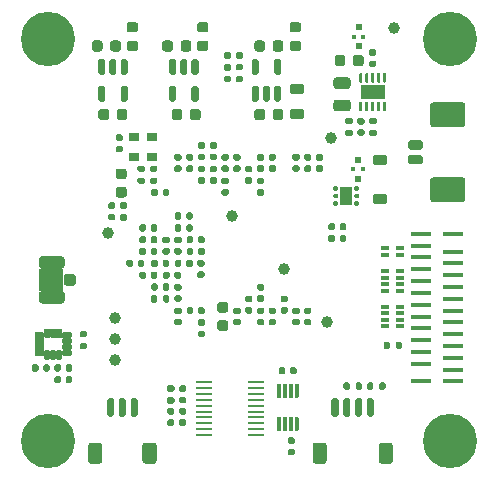
<source format=gbr>
G04 #@! TF.GenerationSoftware,KiCad,Pcbnew,8.0.4*
G04 #@! TF.CreationDate,2025-09-28T15:06:51-07:00*
G04 #@! TF.ProjectId,GMAX3412_breakout,474d4158-3334-4313-925f-627265616b6f,rev?*
G04 #@! TF.SameCoordinates,Original*
G04 #@! TF.FileFunction,Soldermask,Top*
G04 #@! TF.FilePolarity,Negative*
%FSLAX46Y46*%
G04 Gerber Fmt 4.6, Leading zero omitted, Abs format (unit mm)*
G04 Created by KiCad (PCBNEW 8.0.4) date 2025-09-28 15:06:51*
%MOMM*%
%LPD*%
G01*
G04 APERTURE LIST*
%ADD10C,0.010000*%
%ADD11C,1.000000*%
%ADD12R,0.850000X0.650000*%
%ADD13R,1.000000X1.600000*%
%ADD14C,4.600000*%
%ADD15R,0.700000X0.300000*%
%ADD16R,1.358900X0.279400*%
%ADD17R,0.600000X0.600000*%
%ADD18R,0.400000X0.400000*%
%ADD19R,1.800000X0.300000*%
%ADD20R,2.000000X1.200000*%
G04 APERTURE END LIST*
G04 #@! TO.C,J5*
G36*
X3815000Y-23840000D02*
G01*
X1725000Y-23840000D01*
X1725000Y-21960000D01*
X3815000Y-21960000D01*
X3815000Y-23840000D01*
G37*
D10*
G04 #@! TO.C,U9*
X1968000Y-27326000D02*
X1975000Y-27327000D01*
X1981000Y-27328000D01*
X1987000Y-27329000D01*
X1994000Y-27331000D01*
X2000000Y-27333000D01*
X2006000Y-27336000D01*
X2012000Y-27339000D01*
X2018000Y-27342000D01*
X2023000Y-27345000D01*
X2028000Y-27349000D01*
X2034000Y-27353000D01*
X2039000Y-27357000D01*
X2043000Y-27362000D01*
X2048000Y-27366000D01*
X2052000Y-27371000D01*
X2056000Y-27377000D01*
X2060000Y-27382000D01*
X2063000Y-27388000D01*
X2066000Y-27393000D01*
X2069000Y-27399000D01*
X2072000Y-27405000D01*
X2074000Y-27411000D01*
X2076000Y-27418000D01*
X2077000Y-27424000D01*
X2078000Y-27430000D01*
X2079000Y-27437000D01*
X2080000Y-27443000D01*
X2080000Y-27450000D01*
X2080000Y-27650000D01*
X2080000Y-27657000D01*
X2079000Y-27663000D01*
X2078000Y-27670000D01*
X2077000Y-27676000D01*
X2076000Y-27682000D01*
X2074000Y-27689000D01*
X2072000Y-27695000D01*
X2069000Y-27701000D01*
X2066000Y-27707000D01*
X2063000Y-27712000D01*
X2060000Y-27718000D01*
X2056000Y-27723000D01*
X2052000Y-27729000D01*
X2048000Y-27734000D01*
X2043000Y-27738000D01*
X2039000Y-27743000D01*
X2034000Y-27747000D01*
X2028000Y-27751000D01*
X2023000Y-27755000D01*
X2018000Y-27758000D01*
X2012000Y-27761000D01*
X2006000Y-27764000D01*
X2000000Y-27767000D01*
X1994000Y-27769000D01*
X1987000Y-27771000D01*
X1981000Y-27772000D01*
X1975000Y-27773000D01*
X1968000Y-27774000D01*
X1962000Y-27775000D01*
X1955000Y-27775000D01*
X1515000Y-27775000D01*
X1508000Y-27775000D01*
X1502000Y-27774000D01*
X1495000Y-27773000D01*
X1489000Y-27772000D01*
X1483000Y-27771000D01*
X1476000Y-27769000D01*
X1470000Y-27767000D01*
X1464000Y-27764000D01*
X1458000Y-27761000D01*
X1452000Y-27758000D01*
X1447000Y-27755000D01*
X1442000Y-27751000D01*
X1436000Y-27747000D01*
X1431000Y-27743000D01*
X1427000Y-27738000D01*
X1422000Y-27734000D01*
X1418000Y-27729000D01*
X1414000Y-27723000D01*
X1410000Y-27718000D01*
X1407000Y-27712000D01*
X1404000Y-27707000D01*
X1401000Y-27701000D01*
X1398000Y-27695000D01*
X1396000Y-27689000D01*
X1394000Y-27682000D01*
X1393000Y-27676000D01*
X1392000Y-27670000D01*
X1391000Y-27663000D01*
X1390000Y-27657000D01*
X1390000Y-27650000D01*
X1390000Y-27450000D01*
X1390000Y-27443000D01*
X1391000Y-27437000D01*
X1392000Y-27430000D01*
X1393000Y-27424000D01*
X1394000Y-27418000D01*
X1396000Y-27411000D01*
X1398000Y-27405000D01*
X1401000Y-27399000D01*
X1404000Y-27393000D01*
X1407000Y-27388000D01*
X1410000Y-27382000D01*
X1414000Y-27377000D01*
X1418000Y-27371000D01*
X1422000Y-27366000D01*
X1427000Y-27362000D01*
X1431000Y-27357000D01*
X1436000Y-27353000D01*
X1442000Y-27349000D01*
X1447000Y-27345000D01*
X1452000Y-27342000D01*
X1458000Y-27339000D01*
X1464000Y-27336000D01*
X1470000Y-27333000D01*
X1476000Y-27331000D01*
X1483000Y-27329000D01*
X1489000Y-27328000D01*
X1495000Y-27327000D01*
X1502000Y-27326000D01*
X1508000Y-27325000D01*
X1515000Y-27325000D01*
X1955000Y-27325000D01*
X1962000Y-27325000D01*
X1968000Y-27326000D01*
G36*
X1968000Y-27326000D02*
G01*
X1975000Y-27327000D01*
X1981000Y-27328000D01*
X1987000Y-27329000D01*
X1994000Y-27331000D01*
X2000000Y-27333000D01*
X2006000Y-27336000D01*
X2012000Y-27339000D01*
X2018000Y-27342000D01*
X2023000Y-27345000D01*
X2028000Y-27349000D01*
X2034000Y-27353000D01*
X2039000Y-27357000D01*
X2043000Y-27362000D01*
X2048000Y-27366000D01*
X2052000Y-27371000D01*
X2056000Y-27377000D01*
X2060000Y-27382000D01*
X2063000Y-27388000D01*
X2066000Y-27393000D01*
X2069000Y-27399000D01*
X2072000Y-27405000D01*
X2074000Y-27411000D01*
X2076000Y-27418000D01*
X2077000Y-27424000D01*
X2078000Y-27430000D01*
X2079000Y-27437000D01*
X2080000Y-27443000D01*
X2080000Y-27450000D01*
X2080000Y-27650000D01*
X2080000Y-27657000D01*
X2079000Y-27663000D01*
X2078000Y-27670000D01*
X2077000Y-27676000D01*
X2076000Y-27682000D01*
X2074000Y-27689000D01*
X2072000Y-27695000D01*
X2069000Y-27701000D01*
X2066000Y-27707000D01*
X2063000Y-27712000D01*
X2060000Y-27718000D01*
X2056000Y-27723000D01*
X2052000Y-27729000D01*
X2048000Y-27734000D01*
X2043000Y-27738000D01*
X2039000Y-27743000D01*
X2034000Y-27747000D01*
X2028000Y-27751000D01*
X2023000Y-27755000D01*
X2018000Y-27758000D01*
X2012000Y-27761000D01*
X2006000Y-27764000D01*
X2000000Y-27767000D01*
X1994000Y-27769000D01*
X1987000Y-27771000D01*
X1981000Y-27772000D01*
X1975000Y-27773000D01*
X1968000Y-27774000D01*
X1962000Y-27775000D01*
X1955000Y-27775000D01*
X1515000Y-27775000D01*
X1508000Y-27775000D01*
X1502000Y-27774000D01*
X1495000Y-27773000D01*
X1489000Y-27772000D01*
X1483000Y-27771000D01*
X1476000Y-27769000D01*
X1470000Y-27767000D01*
X1464000Y-27764000D01*
X1458000Y-27761000D01*
X1452000Y-27758000D01*
X1447000Y-27755000D01*
X1442000Y-27751000D01*
X1436000Y-27747000D01*
X1431000Y-27743000D01*
X1427000Y-27738000D01*
X1422000Y-27734000D01*
X1418000Y-27729000D01*
X1414000Y-27723000D01*
X1410000Y-27718000D01*
X1407000Y-27712000D01*
X1404000Y-27707000D01*
X1401000Y-27701000D01*
X1398000Y-27695000D01*
X1396000Y-27689000D01*
X1394000Y-27682000D01*
X1393000Y-27676000D01*
X1392000Y-27670000D01*
X1391000Y-27663000D01*
X1390000Y-27657000D01*
X1390000Y-27650000D01*
X1390000Y-27450000D01*
X1390000Y-27443000D01*
X1391000Y-27437000D01*
X1392000Y-27430000D01*
X1393000Y-27424000D01*
X1394000Y-27418000D01*
X1396000Y-27411000D01*
X1398000Y-27405000D01*
X1401000Y-27399000D01*
X1404000Y-27393000D01*
X1407000Y-27388000D01*
X1410000Y-27382000D01*
X1414000Y-27377000D01*
X1418000Y-27371000D01*
X1422000Y-27366000D01*
X1427000Y-27362000D01*
X1431000Y-27357000D01*
X1436000Y-27353000D01*
X1442000Y-27349000D01*
X1447000Y-27345000D01*
X1452000Y-27342000D01*
X1458000Y-27339000D01*
X1464000Y-27336000D01*
X1470000Y-27333000D01*
X1476000Y-27331000D01*
X1483000Y-27329000D01*
X1489000Y-27328000D01*
X1495000Y-27327000D01*
X1502000Y-27326000D01*
X1508000Y-27325000D01*
X1515000Y-27325000D01*
X1955000Y-27325000D01*
X1962000Y-27325000D01*
X1968000Y-27326000D01*
G37*
X1968000Y-27826000D02*
X1975000Y-27827000D01*
X1981000Y-27828000D01*
X1987000Y-27829000D01*
X1994000Y-27831000D01*
X2000000Y-27833000D01*
X2006000Y-27836000D01*
X2012000Y-27839000D01*
X2018000Y-27842000D01*
X2023000Y-27845000D01*
X2028000Y-27849000D01*
X2034000Y-27853000D01*
X2039000Y-27857000D01*
X2043000Y-27862000D01*
X2048000Y-27866000D01*
X2052000Y-27871000D01*
X2056000Y-27877000D01*
X2060000Y-27882000D01*
X2063000Y-27888000D01*
X2066000Y-27893000D01*
X2069000Y-27899000D01*
X2072000Y-27905000D01*
X2074000Y-27911000D01*
X2076000Y-27918000D01*
X2077000Y-27924000D01*
X2078000Y-27930000D01*
X2079000Y-27937000D01*
X2080000Y-27943000D01*
X2080000Y-27950000D01*
X2080000Y-28150000D01*
X2080000Y-28157000D01*
X2079000Y-28163000D01*
X2078000Y-28170000D01*
X2077000Y-28176000D01*
X2076000Y-28182000D01*
X2074000Y-28189000D01*
X2072000Y-28195000D01*
X2069000Y-28201000D01*
X2066000Y-28207000D01*
X2063000Y-28212000D01*
X2060000Y-28218000D01*
X2056000Y-28223000D01*
X2052000Y-28229000D01*
X2048000Y-28234000D01*
X2043000Y-28238000D01*
X2039000Y-28243000D01*
X2034000Y-28247000D01*
X2028000Y-28251000D01*
X2023000Y-28255000D01*
X2018000Y-28258000D01*
X2012000Y-28261000D01*
X2006000Y-28264000D01*
X2000000Y-28267000D01*
X1994000Y-28269000D01*
X1987000Y-28271000D01*
X1981000Y-28272000D01*
X1975000Y-28273000D01*
X1968000Y-28274000D01*
X1962000Y-28275000D01*
X1955000Y-28275000D01*
X1515000Y-28275000D01*
X1508000Y-28275000D01*
X1502000Y-28274000D01*
X1495000Y-28273000D01*
X1489000Y-28272000D01*
X1483000Y-28271000D01*
X1476000Y-28269000D01*
X1470000Y-28267000D01*
X1464000Y-28264000D01*
X1458000Y-28261000D01*
X1452000Y-28258000D01*
X1447000Y-28255000D01*
X1442000Y-28251000D01*
X1436000Y-28247000D01*
X1431000Y-28243000D01*
X1427000Y-28238000D01*
X1422000Y-28234000D01*
X1418000Y-28229000D01*
X1414000Y-28223000D01*
X1410000Y-28218000D01*
X1407000Y-28212000D01*
X1404000Y-28207000D01*
X1401000Y-28201000D01*
X1398000Y-28195000D01*
X1396000Y-28189000D01*
X1394000Y-28182000D01*
X1393000Y-28176000D01*
X1392000Y-28170000D01*
X1391000Y-28163000D01*
X1390000Y-28157000D01*
X1390000Y-28150000D01*
X1390000Y-27950000D01*
X1390000Y-27943000D01*
X1391000Y-27937000D01*
X1392000Y-27930000D01*
X1393000Y-27924000D01*
X1394000Y-27918000D01*
X1396000Y-27911000D01*
X1398000Y-27905000D01*
X1401000Y-27899000D01*
X1404000Y-27893000D01*
X1407000Y-27888000D01*
X1410000Y-27882000D01*
X1414000Y-27877000D01*
X1418000Y-27871000D01*
X1422000Y-27866000D01*
X1427000Y-27862000D01*
X1431000Y-27857000D01*
X1436000Y-27853000D01*
X1442000Y-27849000D01*
X1447000Y-27845000D01*
X1452000Y-27842000D01*
X1458000Y-27839000D01*
X1464000Y-27836000D01*
X1470000Y-27833000D01*
X1476000Y-27831000D01*
X1483000Y-27829000D01*
X1489000Y-27828000D01*
X1495000Y-27827000D01*
X1502000Y-27826000D01*
X1508000Y-27825000D01*
X1515000Y-27825000D01*
X1955000Y-27825000D01*
X1962000Y-27825000D01*
X1968000Y-27826000D01*
G36*
X1968000Y-27826000D02*
G01*
X1975000Y-27827000D01*
X1981000Y-27828000D01*
X1987000Y-27829000D01*
X1994000Y-27831000D01*
X2000000Y-27833000D01*
X2006000Y-27836000D01*
X2012000Y-27839000D01*
X2018000Y-27842000D01*
X2023000Y-27845000D01*
X2028000Y-27849000D01*
X2034000Y-27853000D01*
X2039000Y-27857000D01*
X2043000Y-27862000D01*
X2048000Y-27866000D01*
X2052000Y-27871000D01*
X2056000Y-27877000D01*
X2060000Y-27882000D01*
X2063000Y-27888000D01*
X2066000Y-27893000D01*
X2069000Y-27899000D01*
X2072000Y-27905000D01*
X2074000Y-27911000D01*
X2076000Y-27918000D01*
X2077000Y-27924000D01*
X2078000Y-27930000D01*
X2079000Y-27937000D01*
X2080000Y-27943000D01*
X2080000Y-27950000D01*
X2080000Y-28150000D01*
X2080000Y-28157000D01*
X2079000Y-28163000D01*
X2078000Y-28170000D01*
X2077000Y-28176000D01*
X2076000Y-28182000D01*
X2074000Y-28189000D01*
X2072000Y-28195000D01*
X2069000Y-28201000D01*
X2066000Y-28207000D01*
X2063000Y-28212000D01*
X2060000Y-28218000D01*
X2056000Y-28223000D01*
X2052000Y-28229000D01*
X2048000Y-28234000D01*
X2043000Y-28238000D01*
X2039000Y-28243000D01*
X2034000Y-28247000D01*
X2028000Y-28251000D01*
X2023000Y-28255000D01*
X2018000Y-28258000D01*
X2012000Y-28261000D01*
X2006000Y-28264000D01*
X2000000Y-28267000D01*
X1994000Y-28269000D01*
X1987000Y-28271000D01*
X1981000Y-28272000D01*
X1975000Y-28273000D01*
X1968000Y-28274000D01*
X1962000Y-28275000D01*
X1955000Y-28275000D01*
X1515000Y-28275000D01*
X1508000Y-28275000D01*
X1502000Y-28274000D01*
X1495000Y-28273000D01*
X1489000Y-28272000D01*
X1483000Y-28271000D01*
X1476000Y-28269000D01*
X1470000Y-28267000D01*
X1464000Y-28264000D01*
X1458000Y-28261000D01*
X1452000Y-28258000D01*
X1447000Y-28255000D01*
X1442000Y-28251000D01*
X1436000Y-28247000D01*
X1431000Y-28243000D01*
X1427000Y-28238000D01*
X1422000Y-28234000D01*
X1418000Y-28229000D01*
X1414000Y-28223000D01*
X1410000Y-28218000D01*
X1407000Y-28212000D01*
X1404000Y-28207000D01*
X1401000Y-28201000D01*
X1398000Y-28195000D01*
X1396000Y-28189000D01*
X1394000Y-28182000D01*
X1393000Y-28176000D01*
X1392000Y-28170000D01*
X1391000Y-28163000D01*
X1390000Y-28157000D01*
X1390000Y-28150000D01*
X1390000Y-27950000D01*
X1390000Y-27943000D01*
X1391000Y-27937000D01*
X1392000Y-27930000D01*
X1393000Y-27924000D01*
X1394000Y-27918000D01*
X1396000Y-27911000D01*
X1398000Y-27905000D01*
X1401000Y-27899000D01*
X1404000Y-27893000D01*
X1407000Y-27888000D01*
X1410000Y-27882000D01*
X1414000Y-27877000D01*
X1418000Y-27871000D01*
X1422000Y-27866000D01*
X1427000Y-27862000D01*
X1431000Y-27857000D01*
X1436000Y-27853000D01*
X1442000Y-27849000D01*
X1447000Y-27845000D01*
X1452000Y-27842000D01*
X1458000Y-27839000D01*
X1464000Y-27836000D01*
X1470000Y-27833000D01*
X1476000Y-27831000D01*
X1483000Y-27829000D01*
X1489000Y-27828000D01*
X1495000Y-27827000D01*
X1502000Y-27826000D01*
X1508000Y-27825000D01*
X1515000Y-27825000D01*
X1955000Y-27825000D01*
X1962000Y-27825000D01*
X1968000Y-27826000D01*
G37*
X1968000Y-28326000D02*
X1975000Y-28327000D01*
X1981000Y-28328000D01*
X1987000Y-28329000D01*
X1994000Y-28331000D01*
X2000000Y-28333000D01*
X2006000Y-28336000D01*
X2012000Y-28339000D01*
X2018000Y-28342000D01*
X2023000Y-28345000D01*
X2028000Y-28349000D01*
X2034000Y-28353000D01*
X2039000Y-28357000D01*
X2043000Y-28362000D01*
X2048000Y-28366000D01*
X2052000Y-28371000D01*
X2056000Y-28377000D01*
X2060000Y-28382000D01*
X2063000Y-28388000D01*
X2066000Y-28393000D01*
X2069000Y-28399000D01*
X2072000Y-28405000D01*
X2074000Y-28411000D01*
X2076000Y-28418000D01*
X2077000Y-28424000D01*
X2078000Y-28430000D01*
X2079000Y-28437000D01*
X2080000Y-28443000D01*
X2080000Y-28450000D01*
X2080000Y-28650000D01*
X2080000Y-28657000D01*
X2079000Y-28663000D01*
X2078000Y-28670000D01*
X2077000Y-28676000D01*
X2076000Y-28682000D01*
X2074000Y-28689000D01*
X2072000Y-28695000D01*
X2069000Y-28701000D01*
X2066000Y-28707000D01*
X2063000Y-28712000D01*
X2060000Y-28718000D01*
X2056000Y-28723000D01*
X2052000Y-28729000D01*
X2048000Y-28734000D01*
X2043000Y-28738000D01*
X2039000Y-28743000D01*
X2034000Y-28747000D01*
X2028000Y-28751000D01*
X2023000Y-28755000D01*
X2018000Y-28758000D01*
X2012000Y-28761000D01*
X2006000Y-28764000D01*
X2000000Y-28767000D01*
X1994000Y-28769000D01*
X1987000Y-28771000D01*
X1981000Y-28772000D01*
X1975000Y-28773000D01*
X1968000Y-28774000D01*
X1962000Y-28775000D01*
X1955000Y-28775000D01*
X1515000Y-28775000D01*
X1508000Y-28775000D01*
X1502000Y-28774000D01*
X1495000Y-28773000D01*
X1489000Y-28772000D01*
X1483000Y-28771000D01*
X1476000Y-28769000D01*
X1470000Y-28767000D01*
X1464000Y-28764000D01*
X1458000Y-28761000D01*
X1452000Y-28758000D01*
X1447000Y-28755000D01*
X1442000Y-28751000D01*
X1436000Y-28747000D01*
X1431000Y-28743000D01*
X1427000Y-28738000D01*
X1422000Y-28734000D01*
X1418000Y-28729000D01*
X1414000Y-28723000D01*
X1410000Y-28718000D01*
X1407000Y-28712000D01*
X1404000Y-28707000D01*
X1401000Y-28701000D01*
X1398000Y-28695000D01*
X1396000Y-28689000D01*
X1394000Y-28682000D01*
X1393000Y-28676000D01*
X1392000Y-28670000D01*
X1391000Y-28663000D01*
X1390000Y-28657000D01*
X1390000Y-28650000D01*
X1390000Y-28450000D01*
X1390000Y-28443000D01*
X1391000Y-28437000D01*
X1392000Y-28430000D01*
X1393000Y-28424000D01*
X1394000Y-28418000D01*
X1396000Y-28411000D01*
X1398000Y-28405000D01*
X1401000Y-28399000D01*
X1404000Y-28393000D01*
X1407000Y-28388000D01*
X1410000Y-28382000D01*
X1414000Y-28377000D01*
X1418000Y-28371000D01*
X1422000Y-28366000D01*
X1427000Y-28362000D01*
X1431000Y-28357000D01*
X1436000Y-28353000D01*
X1442000Y-28349000D01*
X1447000Y-28345000D01*
X1452000Y-28342000D01*
X1458000Y-28339000D01*
X1464000Y-28336000D01*
X1470000Y-28333000D01*
X1476000Y-28331000D01*
X1483000Y-28329000D01*
X1489000Y-28328000D01*
X1495000Y-28327000D01*
X1502000Y-28326000D01*
X1508000Y-28325000D01*
X1515000Y-28325000D01*
X1955000Y-28325000D01*
X1962000Y-28325000D01*
X1968000Y-28326000D01*
G36*
X1968000Y-28326000D02*
G01*
X1975000Y-28327000D01*
X1981000Y-28328000D01*
X1987000Y-28329000D01*
X1994000Y-28331000D01*
X2000000Y-28333000D01*
X2006000Y-28336000D01*
X2012000Y-28339000D01*
X2018000Y-28342000D01*
X2023000Y-28345000D01*
X2028000Y-28349000D01*
X2034000Y-28353000D01*
X2039000Y-28357000D01*
X2043000Y-28362000D01*
X2048000Y-28366000D01*
X2052000Y-28371000D01*
X2056000Y-28377000D01*
X2060000Y-28382000D01*
X2063000Y-28388000D01*
X2066000Y-28393000D01*
X2069000Y-28399000D01*
X2072000Y-28405000D01*
X2074000Y-28411000D01*
X2076000Y-28418000D01*
X2077000Y-28424000D01*
X2078000Y-28430000D01*
X2079000Y-28437000D01*
X2080000Y-28443000D01*
X2080000Y-28450000D01*
X2080000Y-28650000D01*
X2080000Y-28657000D01*
X2079000Y-28663000D01*
X2078000Y-28670000D01*
X2077000Y-28676000D01*
X2076000Y-28682000D01*
X2074000Y-28689000D01*
X2072000Y-28695000D01*
X2069000Y-28701000D01*
X2066000Y-28707000D01*
X2063000Y-28712000D01*
X2060000Y-28718000D01*
X2056000Y-28723000D01*
X2052000Y-28729000D01*
X2048000Y-28734000D01*
X2043000Y-28738000D01*
X2039000Y-28743000D01*
X2034000Y-28747000D01*
X2028000Y-28751000D01*
X2023000Y-28755000D01*
X2018000Y-28758000D01*
X2012000Y-28761000D01*
X2006000Y-28764000D01*
X2000000Y-28767000D01*
X1994000Y-28769000D01*
X1987000Y-28771000D01*
X1981000Y-28772000D01*
X1975000Y-28773000D01*
X1968000Y-28774000D01*
X1962000Y-28775000D01*
X1955000Y-28775000D01*
X1515000Y-28775000D01*
X1508000Y-28775000D01*
X1502000Y-28774000D01*
X1495000Y-28773000D01*
X1489000Y-28772000D01*
X1483000Y-28771000D01*
X1476000Y-28769000D01*
X1470000Y-28767000D01*
X1464000Y-28764000D01*
X1458000Y-28761000D01*
X1452000Y-28758000D01*
X1447000Y-28755000D01*
X1442000Y-28751000D01*
X1436000Y-28747000D01*
X1431000Y-28743000D01*
X1427000Y-28738000D01*
X1422000Y-28734000D01*
X1418000Y-28729000D01*
X1414000Y-28723000D01*
X1410000Y-28718000D01*
X1407000Y-28712000D01*
X1404000Y-28707000D01*
X1401000Y-28701000D01*
X1398000Y-28695000D01*
X1396000Y-28689000D01*
X1394000Y-28682000D01*
X1393000Y-28676000D01*
X1392000Y-28670000D01*
X1391000Y-28663000D01*
X1390000Y-28657000D01*
X1390000Y-28650000D01*
X1390000Y-28450000D01*
X1390000Y-28443000D01*
X1391000Y-28437000D01*
X1392000Y-28430000D01*
X1393000Y-28424000D01*
X1394000Y-28418000D01*
X1396000Y-28411000D01*
X1398000Y-28405000D01*
X1401000Y-28399000D01*
X1404000Y-28393000D01*
X1407000Y-28388000D01*
X1410000Y-28382000D01*
X1414000Y-28377000D01*
X1418000Y-28371000D01*
X1422000Y-28366000D01*
X1427000Y-28362000D01*
X1431000Y-28357000D01*
X1436000Y-28353000D01*
X1442000Y-28349000D01*
X1447000Y-28345000D01*
X1452000Y-28342000D01*
X1458000Y-28339000D01*
X1464000Y-28336000D01*
X1470000Y-28333000D01*
X1476000Y-28331000D01*
X1483000Y-28329000D01*
X1489000Y-28328000D01*
X1495000Y-28327000D01*
X1502000Y-28326000D01*
X1508000Y-28325000D01*
X1515000Y-28325000D01*
X1955000Y-28325000D01*
X1962000Y-28325000D01*
X1968000Y-28326000D01*
G37*
X1968000Y-28826000D02*
X1975000Y-28827000D01*
X1981000Y-28828000D01*
X1987000Y-28829000D01*
X1994000Y-28831000D01*
X2000000Y-28833000D01*
X2006000Y-28836000D01*
X2012000Y-28839000D01*
X2018000Y-28842000D01*
X2023000Y-28845000D01*
X2028000Y-28849000D01*
X2034000Y-28853000D01*
X2039000Y-28857000D01*
X2043000Y-28862000D01*
X2048000Y-28866000D01*
X2052000Y-28871000D01*
X2056000Y-28877000D01*
X2060000Y-28882000D01*
X2063000Y-28888000D01*
X2066000Y-28893000D01*
X2069000Y-28899000D01*
X2072000Y-28905000D01*
X2074000Y-28911000D01*
X2076000Y-28918000D01*
X2077000Y-28924000D01*
X2078000Y-28930000D01*
X2079000Y-28937000D01*
X2080000Y-28943000D01*
X2080000Y-28950000D01*
X2080000Y-29150000D01*
X2080000Y-29157000D01*
X2079000Y-29163000D01*
X2078000Y-29170000D01*
X2077000Y-29176000D01*
X2076000Y-29182000D01*
X2074000Y-29189000D01*
X2072000Y-29195000D01*
X2069000Y-29201000D01*
X2066000Y-29207000D01*
X2063000Y-29212000D01*
X2060000Y-29218000D01*
X2056000Y-29223000D01*
X2052000Y-29229000D01*
X2048000Y-29234000D01*
X2043000Y-29238000D01*
X2039000Y-29243000D01*
X2034000Y-29247000D01*
X2028000Y-29251000D01*
X2023000Y-29255000D01*
X2018000Y-29258000D01*
X2012000Y-29261000D01*
X2006000Y-29264000D01*
X2000000Y-29267000D01*
X1994000Y-29269000D01*
X1987000Y-29271000D01*
X1981000Y-29272000D01*
X1975000Y-29273000D01*
X1968000Y-29274000D01*
X1962000Y-29275000D01*
X1955000Y-29275000D01*
X1515000Y-29275000D01*
X1508000Y-29275000D01*
X1502000Y-29274000D01*
X1495000Y-29273000D01*
X1489000Y-29272000D01*
X1483000Y-29271000D01*
X1476000Y-29269000D01*
X1470000Y-29267000D01*
X1464000Y-29264000D01*
X1458000Y-29261000D01*
X1452000Y-29258000D01*
X1447000Y-29255000D01*
X1442000Y-29251000D01*
X1436000Y-29247000D01*
X1431000Y-29243000D01*
X1427000Y-29238000D01*
X1422000Y-29234000D01*
X1418000Y-29229000D01*
X1414000Y-29223000D01*
X1410000Y-29218000D01*
X1407000Y-29212000D01*
X1404000Y-29207000D01*
X1401000Y-29201000D01*
X1398000Y-29195000D01*
X1396000Y-29189000D01*
X1394000Y-29182000D01*
X1393000Y-29176000D01*
X1392000Y-29170000D01*
X1391000Y-29163000D01*
X1390000Y-29157000D01*
X1390000Y-29150000D01*
X1390000Y-28950000D01*
X1390000Y-28943000D01*
X1391000Y-28937000D01*
X1392000Y-28930000D01*
X1393000Y-28924000D01*
X1394000Y-28918000D01*
X1396000Y-28911000D01*
X1398000Y-28905000D01*
X1401000Y-28899000D01*
X1404000Y-28893000D01*
X1407000Y-28888000D01*
X1410000Y-28882000D01*
X1414000Y-28877000D01*
X1418000Y-28871000D01*
X1422000Y-28866000D01*
X1427000Y-28862000D01*
X1431000Y-28857000D01*
X1436000Y-28853000D01*
X1442000Y-28849000D01*
X1447000Y-28845000D01*
X1452000Y-28842000D01*
X1458000Y-28839000D01*
X1464000Y-28836000D01*
X1470000Y-28833000D01*
X1476000Y-28831000D01*
X1483000Y-28829000D01*
X1489000Y-28828000D01*
X1495000Y-28827000D01*
X1502000Y-28826000D01*
X1508000Y-28825000D01*
X1515000Y-28825000D01*
X1955000Y-28825000D01*
X1962000Y-28825000D01*
X1968000Y-28826000D01*
G36*
X1968000Y-28826000D02*
G01*
X1975000Y-28827000D01*
X1981000Y-28828000D01*
X1987000Y-28829000D01*
X1994000Y-28831000D01*
X2000000Y-28833000D01*
X2006000Y-28836000D01*
X2012000Y-28839000D01*
X2018000Y-28842000D01*
X2023000Y-28845000D01*
X2028000Y-28849000D01*
X2034000Y-28853000D01*
X2039000Y-28857000D01*
X2043000Y-28862000D01*
X2048000Y-28866000D01*
X2052000Y-28871000D01*
X2056000Y-28877000D01*
X2060000Y-28882000D01*
X2063000Y-28888000D01*
X2066000Y-28893000D01*
X2069000Y-28899000D01*
X2072000Y-28905000D01*
X2074000Y-28911000D01*
X2076000Y-28918000D01*
X2077000Y-28924000D01*
X2078000Y-28930000D01*
X2079000Y-28937000D01*
X2080000Y-28943000D01*
X2080000Y-28950000D01*
X2080000Y-29150000D01*
X2080000Y-29157000D01*
X2079000Y-29163000D01*
X2078000Y-29170000D01*
X2077000Y-29176000D01*
X2076000Y-29182000D01*
X2074000Y-29189000D01*
X2072000Y-29195000D01*
X2069000Y-29201000D01*
X2066000Y-29207000D01*
X2063000Y-29212000D01*
X2060000Y-29218000D01*
X2056000Y-29223000D01*
X2052000Y-29229000D01*
X2048000Y-29234000D01*
X2043000Y-29238000D01*
X2039000Y-29243000D01*
X2034000Y-29247000D01*
X2028000Y-29251000D01*
X2023000Y-29255000D01*
X2018000Y-29258000D01*
X2012000Y-29261000D01*
X2006000Y-29264000D01*
X2000000Y-29267000D01*
X1994000Y-29269000D01*
X1987000Y-29271000D01*
X1981000Y-29272000D01*
X1975000Y-29273000D01*
X1968000Y-29274000D01*
X1962000Y-29275000D01*
X1955000Y-29275000D01*
X1515000Y-29275000D01*
X1508000Y-29275000D01*
X1502000Y-29274000D01*
X1495000Y-29273000D01*
X1489000Y-29272000D01*
X1483000Y-29271000D01*
X1476000Y-29269000D01*
X1470000Y-29267000D01*
X1464000Y-29264000D01*
X1458000Y-29261000D01*
X1452000Y-29258000D01*
X1447000Y-29255000D01*
X1442000Y-29251000D01*
X1436000Y-29247000D01*
X1431000Y-29243000D01*
X1427000Y-29238000D01*
X1422000Y-29234000D01*
X1418000Y-29229000D01*
X1414000Y-29223000D01*
X1410000Y-29218000D01*
X1407000Y-29212000D01*
X1404000Y-29207000D01*
X1401000Y-29201000D01*
X1398000Y-29195000D01*
X1396000Y-29189000D01*
X1394000Y-29182000D01*
X1393000Y-29176000D01*
X1392000Y-29170000D01*
X1391000Y-29163000D01*
X1390000Y-29157000D01*
X1390000Y-29150000D01*
X1390000Y-28950000D01*
X1390000Y-28943000D01*
X1391000Y-28937000D01*
X1392000Y-28930000D01*
X1393000Y-28924000D01*
X1394000Y-28918000D01*
X1396000Y-28911000D01*
X1398000Y-28905000D01*
X1401000Y-28899000D01*
X1404000Y-28893000D01*
X1407000Y-28888000D01*
X1410000Y-28882000D01*
X1414000Y-28877000D01*
X1418000Y-28871000D01*
X1422000Y-28866000D01*
X1427000Y-28862000D01*
X1431000Y-28857000D01*
X1436000Y-28853000D01*
X1442000Y-28849000D01*
X1447000Y-28845000D01*
X1452000Y-28842000D01*
X1458000Y-28839000D01*
X1464000Y-28836000D01*
X1470000Y-28833000D01*
X1476000Y-28831000D01*
X1483000Y-28829000D01*
X1489000Y-28828000D01*
X1495000Y-28827000D01*
X1502000Y-28826000D01*
X1508000Y-28825000D01*
X1515000Y-28825000D01*
X1955000Y-28825000D01*
X1962000Y-28825000D01*
X1968000Y-28826000D01*
G37*
X2513000Y-27041000D02*
X2520000Y-27042000D01*
X2526000Y-27043000D01*
X2532000Y-27044000D01*
X2539000Y-27046000D01*
X2545000Y-27048000D01*
X2551000Y-27051000D01*
X2557000Y-27054000D01*
X2562000Y-27057000D01*
X2568000Y-27060000D01*
X2573000Y-27064000D01*
X2579000Y-27068000D01*
X2584000Y-27072000D01*
X2588000Y-27077000D01*
X2593000Y-27081000D01*
X2597000Y-27086000D01*
X2601000Y-27092000D01*
X2605000Y-27097000D01*
X2608000Y-27102000D01*
X2611000Y-27108000D01*
X2614000Y-27114000D01*
X2617000Y-27120000D01*
X2619000Y-27126000D01*
X2621000Y-27133000D01*
X2622000Y-27139000D01*
X2623000Y-27145000D01*
X2624000Y-27152000D01*
X2625000Y-27158000D01*
X2625000Y-27165000D01*
X2625000Y-27605000D01*
X2625000Y-27612000D01*
X2624000Y-27618000D01*
X2623000Y-27625000D01*
X2622000Y-27631000D01*
X2621000Y-27637000D01*
X2619000Y-27644000D01*
X2617000Y-27650000D01*
X2614000Y-27656000D01*
X2611000Y-27662000D01*
X2608000Y-27668000D01*
X2605000Y-27673000D01*
X2601000Y-27678000D01*
X2597000Y-27684000D01*
X2593000Y-27689000D01*
X2588000Y-27693000D01*
X2584000Y-27698000D01*
X2579000Y-27702000D01*
X2573000Y-27706000D01*
X2568000Y-27710000D01*
X2562000Y-27713000D01*
X2557000Y-27716000D01*
X2551000Y-27719000D01*
X2545000Y-27722000D01*
X2539000Y-27724000D01*
X2532000Y-27726000D01*
X2526000Y-27727000D01*
X2520000Y-27728000D01*
X2513000Y-27729000D01*
X2507000Y-27730000D01*
X2500000Y-27730000D01*
X2300000Y-27730000D01*
X2293000Y-27730000D01*
X2287000Y-27729000D01*
X2280000Y-27728000D01*
X2274000Y-27727000D01*
X2268000Y-27726000D01*
X2261000Y-27724000D01*
X2255000Y-27722000D01*
X2249000Y-27719000D01*
X2243000Y-27716000D01*
X2237000Y-27713000D01*
X2232000Y-27710000D01*
X2227000Y-27706000D01*
X2221000Y-27702000D01*
X2216000Y-27698000D01*
X2212000Y-27693000D01*
X2207000Y-27689000D01*
X2203000Y-27684000D01*
X2199000Y-27678000D01*
X2195000Y-27673000D01*
X2192000Y-27668000D01*
X2189000Y-27662000D01*
X2186000Y-27656000D01*
X2183000Y-27650000D01*
X2181000Y-27644000D01*
X2179000Y-27637000D01*
X2178000Y-27631000D01*
X2177000Y-27625000D01*
X2176000Y-27618000D01*
X2175000Y-27612000D01*
X2175000Y-27605000D01*
X2175000Y-27165000D01*
X2175000Y-27158000D01*
X2176000Y-27152000D01*
X2177000Y-27145000D01*
X2178000Y-27139000D01*
X2179000Y-27133000D01*
X2181000Y-27126000D01*
X2183000Y-27120000D01*
X2186000Y-27114000D01*
X2189000Y-27108000D01*
X2192000Y-27102000D01*
X2195000Y-27097000D01*
X2199000Y-27092000D01*
X2203000Y-27086000D01*
X2207000Y-27081000D01*
X2212000Y-27077000D01*
X2216000Y-27072000D01*
X2221000Y-27068000D01*
X2227000Y-27064000D01*
X2232000Y-27060000D01*
X2238000Y-27057000D01*
X2243000Y-27054000D01*
X2249000Y-27051000D01*
X2255000Y-27048000D01*
X2261000Y-27046000D01*
X2268000Y-27044000D01*
X2274000Y-27043000D01*
X2280000Y-27042000D01*
X2287000Y-27041000D01*
X2293000Y-27040000D01*
X2300000Y-27040000D01*
X2500000Y-27040000D01*
X2507000Y-27040000D01*
X2513000Y-27041000D01*
G36*
X2513000Y-27041000D02*
G01*
X2520000Y-27042000D01*
X2526000Y-27043000D01*
X2532000Y-27044000D01*
X2539000Y-27046000D01*
X2545000Y-27048000D01*
X2551000Y-27051000D01*
X2557000Y-27054000D01*
X2562000Y-27057000D01*
X2568000Y-27060000D01*
X2573000Y-27064000D01*
X2579000Y-27068000D01*
X2584000Y-27072000D01*
X2588000Y-27077000D01*
X2593000Y-27081000D01*
X2597000Y-27086000D01*
X2601000Y-27092000D01*
X2605000Y-27097000D01*
X2608000Y-27102000D01*
X2611000Y-27108000D01*
X2614000Y-27114000D01*
X2617000Y-27120000D01*
X2619000Y-27126000D01*
X2621000Y-27133000D01*
X2622000Y-27139000D01*
X2623000Y-27145000D01*
X2624000Y-27152000D01*
X2625000Y-27158000D01*
X2625000Y-27165000D01*
X2625000Y-27605000D01*
X2625000Y-27612000D01*
X2624000Y-27618000D01*
X2623000Y-27625000D01*
X2622000Y-27631000D01*
X2621000Y-27637000D01*
X2619000Y-27644000D01*
X2617000Y-27650000D01*
X2614000Y-27656000D01*
X2611000Y-27662000D01*
X2608000Y-27668000D01*
X2605000Y-27673000D01*
X2601000Y-27678000D01*
X2597000Y-27684000D01*
X2593000Y-27689000D01*
X2588000Y-27693000D01*
X2584000Y-27698000D01*
X2579000Y-27702000D01*
X2573000Y-27706000D01*
X2568000Y-27710000D01*
X2562000Y-27713000D01*
X2557000Y-27716000D01*
X2551000Y-27719000D01*
X2545000Y-27722000D01*
X2539000Y-27724000D01*
X2532000Y-27726000D01*
X2526000Y-27727000D01*
X2520000Y-27728000D01*
X2513000Y-27729000D01*
X2507000Y-27730000D01*
X2500000Y-27730000D01*
X2300000Y-27730000D01*
X2293000Y-27730000D01*
X2287000Y-27729000D01*
X2280000Y-27728000D01*
X2274000Y-27727000D01*
X2268000Y-27726000D01*
X2261000Y-27724000D01*
X2255000Y-27722000D01*
X2249000Y-27719000D01*
X2243000Y-27716000D01*
X2237000Y-27713000D01*
X2232000Y-27710000D01*
X2227000Y-27706000D01*
X2221000Y-27702000D01*
X2216000Y-27698000D01*
X2212000Y-27693000D01*
X2207000Y-27689000D01*
X2203000Y-27684000D01*
X2199000Y-27678000D01*
X2195000Y-27673000D01*
X2192000Y-27668000D01*
X2189000Y-27662000D01*
X2186000Y-27656000D01*
X2183000Y-27650000D01*
X2181000Y-27644000D01*
X2179000Y-27637000D01*
X2178000Y-27631000D01*
X2177000Y-27625000D01*
X2176000Y-27618000D01*
X2175000Y-27612000D01*
X2175000Y-27605000D01*
X2175000Y-27165000D01*
X2175000Y-27158000D01*
X2176000Y-27152000D01*
X2177000Y-27145000D01*
X2178000Y-27139000D01*
X2179000Y-27133000D01*
X2181000Y-27126000D01*
X2183000Y-27120000D01*
X2186000Y-27114000D01*
X2189000Y-27108000D01*
X2192000Y-27102000D01*
X2195000Y-27097000D01*
X2199000Y-27092000D01*
X2203000Y-27086000D01*
X2207000Y-27081000D01*
X2212000Y-27077000D01*
X2216000Y-27072000D01*
X2221000Y-27068000D01*
X2227000Y-27064000D01*
X2232000Y-27060000D01*
X2238000Y-27057000D01*
X2243000Y-27054000D01*
X2249000Y-27051000D01*
X2255000Y-27048000D01*
X2261000Y-27046000D01*
X2268000Y-27044000D01*
X2274000Y-27043000D01*
X2280000Y-27042000D01*
X2287000Y-27041000D01*
X2293000Y-27040000D01*
X2300000Y-27040000D01*
X2500000Y-27040000D01*
X2507000Y-27040000D01*
X2513000Y-27041000D01*
G37*
X2513000Y-28871000D02*
X2520000Y-28872000D01*
X2526000Y-28873000D01*
X2532000Y-28874000D01*
X2539000Y-28876000D01*
X2545000Y-28878000D01*
X2551000Y-28881000D01*
X2557000Y-28884000D01*
X2562000Y-28887000D01*
X2568000Y-28890000D01*
X2573000Y-28894000D01*
X2579000Y-28898000D01*
X2584000Y-28902000D01*
X2588000Y-28907000D01*
X2593000Y-28911000D01*
X2597000Y-28916000D01*
X2601000Y-28922000D01*
X2605000Y-28927000D01*
X2608000Y-28932000D01*
X2611000Y-28938000D01*
X2614000Y-28944000D01*
X2617000Y-28950000D01*
X2619000Y-28956000D01*
X2621000Y-28963000D01*
X2622000Y-28969000D01*
X2623000Y-28975000D01*
X2624000Y-28982000D01*
X2625000Y-28988000D01*
X2625000Y-28995000D01*
X2625000Y-29435000D01*
X2625000Y-29442000D01*
X2624000Y-29448000D01*
X2623000Y-29455000D01*
X2622000Y-29461000D01*
X2621000Y-29467000D01*
X2619000Y-29474000D01*
X2617000Y-29480000D01*
X2614000Y-29486000D01*
X2611000Y-29492000D01*
X2608000Y-29498000D01*
X2605000Y-29503000D01*
X2601000Y-29508000D01*
X2597000Y-29514000D01*
X2593000Y-29519000D01*
X2588000Y-29523000D01*
X2584000Y-29528000D01*
X2579000Y-29532000D01*
X2573000Y-29536000D01*
X2568000Y-29540000D01*
X2562000Y-29543000D01*
X2557000Y-29546000D01*
X2551000Y-29549000D01*
X2545000Y-29552000D01*
X2539000Y-29554000D01*
X2532000Y-29556000D01*
X2526000Y-29557000D01*
X2520000Y-29558000D01*
X2513000Y-29559000D01*
X2507000Y-29560000D01*
X2500000Y-29560000D01*
X2300000Y-29560000D01*
X2293000Y-29560000D01*
X2287000Y-29559000D01*
X2280000Y-29558000D01*
X2274000Y-29557000D01*
X2268000Y-29556000D01*
X2261000Y-29554000D01*
X2255000Y-29552000D01*
X2249000Y-29549000D01*
X2243000Y-29546000D01*
X2237000Y-29543000D01*
X2232000Y-29540000D01*
X2227000Y-29536000D01*
X2221000Y-29532000D01*
X2216000Y-29528000D01*
X2212000Y-29523000D01*
X2207000Y-29519000D01*
X2203000Y-29514000D01*
X2199000Y-29508000D01*
X2195000Y-29503000D01*
X2192000Y-29498000D01*
X2189000Y-29492000D01*
X2186000Y-29486000D01*
X2183000Y-29480000D01*
X2181000Y-29474000D01*
X2179000Y-29467000D01*
X2178000Y-29461000D01*
X2177000Y-29455000D01*
X2176000Y-29448000D01*
X2175000Y-29442000D01*
X2175000Y-29435000D01*
X2175000Y-28995000D01*
X2175000Y-28988000D01*
X2176000Y-28982000D01*
X2177000Y-28975000D01*
X2178000Y-28969000D01*
X2179000Y-28963000D01*
X2181000Y-28956000D01*
X2183000Y-28950000D01*
X2186000Y-28944000D01*
X2189000Y-28938000D01*
X2192000Y-28932000D01*
X2195000Y-28927000D01*
X2199000Y-28922000D01*
X2203000Y-28916000D01*
X2207000Y-28911000D01*
X2212000Y-28907000D01*
X2216000Y-28902000D01*
X2221000Y-28898000D01*
X2227000Y-28894000D01*
X2232000Y-28890000D01*
X2238000Y-28887000D01*
X2243000Y-28884000D01*
X2249000Y-28881000D01*
X2255000Y-28878000D01*
X2261000Y-28876000D01*
X2268000Y-28874000D01*
X2274000Y-28873000D01*
X2280000Y-28872000D01*
X2287000Y-28871000D01*
X2293000Y-28870000D01*
X2300000Y-28870000D01*
X2500000Y-28870000D01*
X2507000Y-28870000D01*
X2513000Y-28871000D01*
G36*
X2513000Y-28871000D02*
G01*
X2520000Y-28872000D01*
X2526000Y-28873000D01*
X2532000Y-28874000D01*
X2539000Y-28876000D01*
X2545000Y-28878000D01*
X2551000Y-28881000D01*
X2557000Y-28884000D01*
X2562000Y-28887000D01*
X2568000Y-28890000D01*
X2573000Y-28894000D01*
X2579000Y-28898000D01*
X2584000Y-28902000D01*
X2588000Y-28907000D01*
X2593000Y-28911000D01*
X2597000Y-28916000D01*
X2601000Y-28922000D01*
X2605000Y-28927000D01*
X2608000Y-28932000D01*
X2611000Y-28938000D01*
X2614000Y-28944000D01*
X2617000Y-28950000D01*
X2619000Y-28956000D01*
X2621000Y-28963000D01*
X2622000Y-28969000D01*
X2623000Y-28975000D01*
X2624000Y-28982000D01*
X2625000Y-28988000D01*
X2625000Y-28995000D01*
X2625000Y-29435000D01*
X2625000Y-29442000D01*
X2624000Y-29448000D01*
X2623000Y-29455000D01*
X2622000Y-29461000D01*
X2621000Y-29467000D01*
X2619000Y-29474000D01*
X2617000Y-29480000D01*
X2614000Y-29486000D01*
X2611000Y-29492000D01*
X2608000Y-29498000D01*
X2605000Y-29503000D01*
X2601000Y-29508000D01*
X2597000Y-29514000D01*
X2593000Y-29519000D01*
X2588000Y-29523000D01*
X2584000Y-29528000D01*
X2579000Y-29532000D01*
X2573000Y-29536000D01*
X2568000Y-29540000D01*
X2562000Y-29543000D01*
X2557000Y-29546000D01*
X2551000Y-29549000D01*
X2545000Y-29552000D01*
X2539000Y-29554000D01*
X2532000Y-29556000D01*
X2526000Y-29557000D01*
X2520000Y-29558000D01*
X2513000Y-29559000D01*
X2507000Y-29560000D01*
X2500000Y-29560000D01*
X2300000Y-29560000D01*
X2293000Y-29560000D01*
X2287000Y-29559000D01*
X2280000Y-29558000D01*
X2274000Y-29557000D01*
X2268000Y-29556000D01*
X2261000Y-29554000D01*
X2255000Y-29552000D01*
X2249000Y-29549000D01*
X2243000Y-29546000D01*
X2237000Y-29543000D01*
X2232000Y-29540000D01*
X2227000Y-29536000D01*
X2221000Y-29532000D01*
X2216000Y-29528000D01*
X2212000Y-29523000D01*
X2207000Y-29519000D01*
X2203000Y-29514000D01*
X2199000Y-29508000D01*
X2195000Y-29503000D01*
X2192000Y-29498000D01*
X2189000Y-29492000D01*
X2186000Y-29486000D01*
X2183000Y-29480000D01*
X2181000Y-29474000D01*
X2179000Y-29467000D01*
X2178000Y-29461000D01*
X2177000Y-29455000D01*
X2176000Y-29448000D01*
X2175000Y-29442000D01*
X2175000Y-29435000D01*
X2175000Y-28995000D01*
X2175000Y-28988000D01*
X2176000Y-28982000D01*
X2177000Y-28975000D01*
X2178000Y-28969000D01*
X2179000Y-28963000D01*
X2181000Y-28956000D01*
X2183000Y-28950000D01*
X2186000Y-28944000D01*
X2189000Y-28938000D01*
X2192000Y-28932000D01*
X2195000Y-28927000D01*
X2199000Y-28922000D01*
X2203000Y-28916000D01*
X2207000Y-28911000D01*
X2212000Y-28907000D01*
X2216000Y-28902000D01*
X2221000Y-28898000D01*
X2227000Y-28894000D01*
X2232000Y-28890000D01*
X2238000Y-28887000D01*
X2243000Y-28884000D01*
X2249000Y-28881000D01*
X2255000Y-28878000D01*
X2261000Y-28876000D01*
X2268000Y-28874000D01*
X2274000Y-28873000D01*
X2280000Y-28872000D01*
X2287000Y-28871000D01*
X2293000Y-28870000D01*
X2300000Y-28870000D01*
X2500000Y-28870000D01*
X2507000Y-28870000D01*
X2513000Y-28871000D01*
G37*
X3013000Y-27041000D02*
X3020000Y-27042000D01*
X3026000Y-27043000D01*
X3032000Y-27044000D01*
X3039000Y-27046000D01*
X3045000Y-27048000D01*
X3051000Y-27051000D01*
X3057000Y-27054000D01*
X3063000Y-27057000D01*
X3068000Y-27060000D01*
X3073000Y-27064000D01*
X3079000Y-27068000D01*
X3084000Y-27072000D01*
X3088000Y-27077000D01*
X3093000Y-27081000D01*
X3097000Y-27086000D01*
X3101000Y-27092000D01*
X3105000Y-27097000D01*
X3108000Y-27102000D01*
X3111000Y-27108000D01*
X3114000Y-27114000D01*
X3117000Y-27120000D01*
X3119000Y-27126000D01*
X3121000Y-27133000D01*
X3122000Y-27139000D01*
X3123000Y-27145000D01*
X3124000Y-27152000D01*
X3125000Y-27158000D01*
X3125000Y-27165000D01*
X3125000Y-27605000D01*
X3125000Y-27612000D01*
X3124000Y-27618000D01*
X3123000Y-27625000D01*
X3122000Y-27631000D01*
X3121000Y-27637000D01*
X3119000Y-27644000D01*
X3117000Y-27650000D01*
X3114000Y-27656000D01*
X3111000Y-27662000D01*
X3108000Y-27668000D01*
X3105000Y-27673000D01*
X3101000Y-27678000D01*
X3097000Y-27684000D01*
X3093000Y-27689000D01*
X3088000Y-27693000D01*
X3084000Y-27698000D01*
X3079000Y-27702000D01*
X3073000Y-27706000D01*
X3068000Y-27710000D01*
X3063000Y-27713000D01*
X3057000Y-27716000D01*
X3051000Y-27719000D01*
X3045000Y-27722000D01*
X3039000Y-27724000D01*
X3032000Y-27726000D01*
X3026000Y-27727000D01*
X3020000Y-27728000D01*
X3013000Y-27729000D01*
X3007000Y-27730000D01*
X3000000Y-27730000D01*
X2800000Y-27730000D01*
X2793000Y-27730000D01*
X2787000Y-27729000D01*
X2780000Y-27728000D01*
X2774000Y-27727000D01*
X2768000Y-27726000D01*
X2761000Y-27724000D01*
X2755000Y-27722000D01*
X2749000Y-27719000D01*
X2743000Y-27716000D01*
X2737000Y-27713000D01*
X2732000Y-27710000D01*
X2727000Y-27706000D01*
X2721000Y-27702000D01*
X2716000Y-27698000D01*
X2712000Y-27693000D01*
X2707000Y-27689000D01*
X2703000Y-27684000D01*
X2699000Y-27678000D01*
X2695000Y-27673000D01*
X2692000Y-27668000D01*
X2689000Y-27662000D01*
X2686000Y-27656000D01*
X2683000Y-27650000D01*
X2681000Y-27644000D01*
X2679000Y-27637000D01*
X2678000Y-27631000D01*
X2677000Y-27625000D01*
X2676000Y-27618000D01*
X2675000Y-27612000D01*
X2675000Y-27605000D01*
X2675000Y-27165000D01*
X2675000Y-27158000D01*
X2676000Y-27152000D01*
X2677000Y-27145000D01*
X2678000Y-27139000D01*
X2679000Y-27133000D01*
X2681000Y-27126000D01*
X2683000Y-27120000D01*
X2686000Y-27114000D01*
X2689000Y-27108000D01*
X2692000Y-27102000D01*
X2695000Y-27097000D01*
X2699000Y-27092000D01*
X2703000Y-27086000D01*
X2707000Y-27081000D01*
X2712000Y-27077000D01*
X2716000Y-27072000D01*
X2721000Y-27068000D01*
X2727000Y-27064000D01*
X2732000Y-27060000D01*
X2738000Y-27057000D01*
X2743000Y-27054000D01*
X2749000Y-27051000D01*
X2755000Y-27048000D01*
X2761000Y-27046000D01*
X2768000Y-27044000D01*
X2774000Y-27043000D01*
X2780000Y-27042000D01*
X2787000Y-27041000D01*
X2793000Y-27040000D01*
X2800000Y-27040000D01*
X3000000Y-27040000D01*
X3007000Y-27040000D01*
X3013000Y-27041000D01*
G36*
X3013000Y-27041000D02*
G01*
X3020000Y-27042000D01*
X3026000Y-27043000D01*
X3032000Y-27044000D01*
X3039000Y-27046000D01*
X3045000Y-27048000D01*
X3051000Y-27051000D01*
X3057000Y-27054000D01*
X3063000Y-27057000D01*
X3068000Y-27060000D01*
X3073000Y-27064000D01*
X3079000Y-27068000D01*
X3084000Y-27072000D01*
X3088000Y-27077000D01*
X3093000Y-27081000D01*
X3097000Y-27086000D01*
X3101000Y-27092000D01*
X3105000Y-27097000D01*
X3108000Y-27102000D01*
X3111000Y-27108000D01*
X3114000Y-27114000D01*
X3117000Y-27120000D01*
X3119000Y-27126000D01*
X3121000Y-27133000D01*
X3122000Y-27139000D01*
X3123000Y-27145000D01*
X3124000Y-27152000D01*
X3125000Y-27158000D01*
X3125000Y-27165000D01*
X3125000Y-27605000D01*
X3125000Y-27612000D01*
X3124000Y-27618000D01*
X3123000Y-27625000D01*
X3122000Y-27631000D01*
X3121000Y-27637000D01*
X3119000Y-27644000D01*
X3117000Y-27650000D01*
X3114000Y-27656000D01*
X3111000Y-27662000D01*
X3108000Y-27668000D01*
X3105000Y-27673000D01*
X3101000Y-27678000D01*
X3097000Y-27684000D01*
X3093000Y-27689000D01*
X3088000Y-27693000D01*
X3084000Y-27698000D01*
X3079000Y-27702000D01*
X3073000Y-27706000D01*
X3068000Y-27710000D01*
X3063000Y-27713000D01*
X3057000Y-27716000D01*
X3051000Y-27719000D01*
X3045000Y-27722000D01*
X3039000Y-27724000D01*
X3032000Y-27726000D01*
X3026000Y-27727000D01*
X3020000Y-27728000D01*
X3013000Y-27729000D01*
X3007000Y-27730000D01*
X3000000Y-27730000D01*
X2800000Y-27730000D01*
X2793000Y-27730000D01*
X2787000Y-27729000D01*
X2780000Y-27728000D01*
X2774000Y-27727000D01*
X2768000Y-27726000D01*
X2761000Y-27724000D01*
X2755000Y-27722000D01*
X2749000Y-27719000D01*
X2743000Y-27716000D01*
X2737000Y-27713000D01*
X2732000Y-27710000D01*
X2727000Y-27706000D01*
X2721000Y-27702000D01*
X2716000Y-27698000D01*
X2712000Y-27693000D01*
X2707000Y-27689000D01*
X2703000Y-27684000D01*
X2699000Y-27678000D01*
X2695000Y-27673000D01*
X2692000Y-27668000D01*
X2689000Y-27662000D01*
X2686000Y-27656000D01*
X2683000Y-27650000D01*
X2681000Y-27644000D01*
X2679000Y-27637000D01*
X2678000Y-27631000D01*
X2677000Y-27625000D01*
X2676000Y-27618000D01*
X2675000Y-27612000D01*
X2675000Y-27605000D01*
X2675000Y-27165000D01*
X2675000Y-27158000D01*
X2676000Y-27152000D01*
X2677000Y-27145000D01*
X2678000Y-27139000D01*
X2679000Y-27133000D01*
X2681000Y-27126000D01*
X2683000Y-27120000D01*
X2686000Y-27114000D01*
X2689000Y-27108000D01*
X2692000Y-27102000D01*
X2695000Y-27097000D01*
X2699000Y-27092000D01*
X2703000Y-27086000D01*
X2707000Y-27081000D01*
X2712000Y-27077000D01*
X2716000Y-27072000D01*
X2721000Y-27068000D01*
X2727000Y-27064000D01*
X2732000Y-27060000D01*
X2738000Y-27057000D01*
X2743000Y-27054000D01*
X2749000Y-27051000D01*
X2755000Y-27048000D01*
X2761000Y-27046000D01*
X2768000Y-27044000D01*
X2774000Y-27043000D01*
X2780000Y-27042000D01*
X2787000Y-27041000D01*
X2793000Y-27040000D01*
X2800000Y-27040000D01*
X3000000Y-27040000D01*
X3007000Y-27040000D01*
X3013000Y-27041000D01*
G37*
X3013000Y-28871000D02*
X3020000Y-28872000D01*
X3026000Y-28873000D01*
X3032000Y-28874000D01*
X3039000Y-28876000D01*
X3045000Y-28878000D01*
X3051000Y-28881000D01*
X3057000Y-28884000D01*
X3063000Y-28887000D01*
X3068000Y-28890000D01*
X3073000Y-28894000D01*
X3079000Y-28898000D01*
X3084000Y-28902000D01*
X3088000Y-28907000D01*
X3093000Y-28911000D01*
X3097000Y-28916000D01*
X3101000Y-28922000D01*
X3105000Y-28927000D01*
X3108000Y-28932000D01*
X3111000Y-28938000D01*
X3114000Y-28944000D01*
X3117000Y-28950000D01*
X3119000Y-28956000D01*
X3121000Y-28963000D01*
X3122000Y-28969000D01*
X3123000Y-28975000D01*
X3124000Y-28982000D01*
X3125000Y-28988000D01*
X3125000Y-28995000D01*
X3125000Y-29435000D01*
X3125000Y-29442000D01*
X3124000Y-29448000D01*
X3123000Y-29455000D01*
X3122000Y-29461000D01*
X3121000Y-29467000D01*
X3119000Y-29474000D01*
X3117000Y-29480000D01*
X3114000Y-29486000D01*
X3111000Y-29492000D01*
X3108000Y-29498000D01*
X3105000Y-29503000D01*
X3101000Y-29508000D01*
X3097000Y-29514000D01*
X3093000Y-29519000D01*
X3088000Y-29523000D01*
X3084000Y-29528000D01*
X3079000Y-29532000D01*
X3073000Y-29536000D01*
X3068000Y-29540000D01*
X3063000Y-29543000D01*
X3057000Y-29546000D01*
X3051000Y-29549000D01*
X3045000Y-29552000D01*
X3039000Y-29554000D01*
X3032000Y-29556000D01*
X3026000Y-29557000D01*
X3020000Y-29558000D01*
X3013000Y-29559000D01*
X3007000Y-29560000D01*
X3000000Y-29560000D01*
X2800000Y-29560000D01*
X2793000Y-29560000D01*
X2787000Y-29559000D01*
X2780000Y-29558000D01*
X2774000Y-29557000D01*
X2768000Y-29556000D01*
X2761000Y-29554000D01*
X2755000Y-29552000D01*
X2749000Y-29549000D01*
X2743000Y-29546000D01*
X2737000Y-29543000D01*
X2732000Y-29540000D01*
X2727000Y-29536000D01*
X2721000Y-29532000D01*
X2716000Y-29528000D01*
X2712000Y-29523000D01*
X2707000Y-29519000D01*
X2703000Y-29514000D01*
X2699000Y-29508000D01*
X2695000Y-29503000D01*
X2692000Y-29498000D01*
X2689000Y-29492000D01*
X2686000Y-29486000D01*
X2683000Y-29480000D01*
X2681000Y-29474000D01*
X2679000Y-29467000D01*
X2678000Y-29461000D01*
X2677000Y-29455000D01*
X2676000Y-29448000D01*
X2675000Y-29442000D01*
X2675000Y-29435000D01*
X2675000Y-28995000D01*
X2675000Y-28988000D01*
X2676000Y-28982000D01*
X2677000Y-28975000D01*
X2678000Y-28969000D01*
X2679000Y-28963000D01*
X2681000Y-28956000D01*
X2683000Y-28950000D01*
X2686000Y-28944000D01*
X2689000Y-28938000D01*
X2692000Y-28932000D01*
X2695000Y-28927000D01*
X2699000Y-28922000D01*
X2703000Y-28916000D01*
X2707000Y-28911000D01*
X2712000Y-28907000D01*
X2716000Y-28902000D01*
X2721000Y-28898000D01*
X2727000Y-28894000D01*
X2732000Y-28890000D01*
X2738000Y-28887000D01*
X2743000Y-28884000D01*
X2749000Y-28881000D01*
X2755000Y-28878000D01*
X2761000Y-28876000D01*
X2768000Y-28874000D01*
X2774000Y-28873000D01*
X2780000Y-28872000D01*
X2787000Y-28871000D01*
X2793000Y-28870000D01*
X2800000Y-28870000D01*
X3000000Y-28870000D01*
X3007000Y-28870000D01*
X3013000Y-28871000D01*
G36*
X3013000Y-28871000D02*
G01*
X3020000Y-28872000D01*
X3026000Y-28873000D01*
X3032000Y-28874000D01*
X3039000Y-28876000D01*
X3045000Y-28878000D01*
X3051000Y-28881000D01*
X3057000Y-28884000D01*
X3063000Y-28887000D01*
X3068000Y-28890000D01*
X3073000Y-28894000D01*
X3079000Y-28898000D01*
X3084000Y-28902000D01*
X3088000Y-28907000D01*
X3093000Y-28911000D01*
X3097000Y-28916000D01*
X3101000Y-28922000D01*
X3105000Y-28927000D01*
X3108000Y-28932000D01*
X3111000Y-28938000D01*
X3114000Y-28944000D01*
X3117000Y-28950000D01*
X3119000Y-28956000D01*
X3121000Y-28963000D01*
X3122000Y-28969000D01*
X3123000Y-28975000D01*
X3124000Y-28982000D01*
X3125000Y-28988000D01*
X3125000Y-28995000D01*
X3125000Y-29435000D01*
X3125000Y-29442000D01*
X3124000Y-29448000D01*
X3123000Y-29455000D01*
X3122000Y-29461000D01*
X3121000Y-29467000D01*
X3119000Y-29474000D01*
X3117000Y-29480000D01*
X3114000Y-29486000D01*
X3111000Y-29492000D01*
X3108000Y-29498000D01*
X3105000Y-29503000D01*
X3101000Y-29508000D01*
X3097000Y-29514000D01*
X3093000Y-29519000D01*
X3088000Y-29523000D01*
X3084000Y-29528000D01*
X3079000Y-29532000D01*
X3073000Y-29536000D01*
X3068000Y-29540000D01*
X3063000Y-29543000D01*
X3057000Y-29546000D01*
X3051000Y-29549000D01*
X3045000Y-29552000D01*
X3039000Y-29554000D01*
X3032000Y-29556000D01*
X3026000Y-29557000D01*
X3020000Y-29558000D01*
X3013000Y-29559000D01*
X3007000Y-29560000D01*
X3000000Y-29560000D01*
X2800000Y-29560000D01*
X2793000Y-29560000D01*
X2787000Y-29559000D01*
X2780000Y-29558000D01*
X2774000Y-29557000D01*
X2768000Y-29556000D01*
X2761000Y-29554000D01*
X2755000Y-29552000D01*
X2749000Y-29549000D01*
X2743000Y-29546000D01*
X2737000Y-29543000D01*
X2732000Y-29540000D01*
X2727000Y-29536000D01*
X2721000Y-29532000D01*
X2716000Y-29528000D01*
X2712000Y-29523000D01*
X2707000Y-29519000D01*
X2703000Y-29514000D01*
X2699000Y-29508000D01*
X2695000Y-29503000D01*
X2692000Y-29498000D01*
X2689000Y-29492000D01*
X2686000Y-29486000D01*
X2683000Y-29480000D01*
X2681000Y-29474000D01*
X2679000Y-29467000D01*
X2678000Y-29461000D01*
X2677000Y-29455000D01*
X2676000Y-29448000D01*
X2675000Y-29442000D01*
X2675000Y-29435000D01*
X2675000Y-28995000D01*
X2675000Y-28988000D01*
X2676000Y-28982000D01*
X2677000Y-28975000D01*
X2678000Y-28969000D01*
X2679000Y-28963000D01*
X2681000Y-28956000D01*
X2683000Y-28950000D01*
X2686000Y-28944000D01*
X2689000Y-28938000D01*
X2692000Y-28932000D01*
X2695000Y-28927000D01*
X2699000Y-28922000D01*
X2703000Y-28916000D01*
X2707000Y-28911000D01*
X2712000Y-28907000D01*
X2716000Y-28902000D01*
X2721000Y-28898000D01*
X2727000Y-28894000D01*
X2732000Y-28890000D01*
X2738000Y-28887000D01*
X2743000Y-28884000D01*
X2749000Y-28881000D01*
X2755000Y-28878000D01*
X2761000Y-28876000D01*
X2768000Y-28874000D01*
X2774000Y-28873000D01*
X2780000Y-28872000D01*
X2787000Y-28871000D01*
X2793000Y-28870000D01*
X2800000Y-28870000D01*
X3000000Y-28870000D01*
X3007000Y-28870000D01*
X3013000Y-28871000D01*
G37*
X3513000Y-27041000D02*
X3520000Y-27042000D01*
X3526000Y-27043000D01*
X3532000Y-27044000D01*
X3539000Y-27046000D01*
X3545000Y-27048000D01*
X3551000Y-27051000D01*
X3557000Y-27054000D01*
X3562000Y-27057000D01*
X3568000Y-27060000D01*
X3573000Y-27064000D01*
X3579000Y-27068000D01*
X3584000Y-27072000D01*
X3588000Y-27077000D01*
X3593000Y-27081000D01*
X3597000Y-27086000D01*
X3601000Y-27092000D01*
X3605000Y-27097000D01*
X3608000Y-27102000D01*
X3611000Y-27108000D01*
X3614000Y-27114000D01*
X3617000Y-27120000D01*
X3619000Y-27126000D01*
X3621000Y-27133000D01*
X3622000Y-27139000D01*
X3623000Y-27145000D01*
X3624000Y-27152000D01*
X3625000Y-27158000D01*
X3625000Y-27165000D01*
X3625000Y-27605000D01*
X3625000Y-27612000D01*
X3624000Y-27618000D01*
X3623000Y-27625000D01*
X3622000Y-27631000D01*
X3621000Y-27637000D01*
X3619000Y-27644000D01*
X3617000Y-27650000D01*
X3614000Y-27656000D01*
X3611000Y-27662000D01*
X3608000Y-27668000D01*
X3605000Y-27673000D01*
X3601000Y-27678000D01*
X3597000Y-27684000D01*
X3593000Y-27689000D01*
X3588000Y-27693000D01*
X3584000Y-27698000D01*
X3579000Y-27702000D01*
X3573000Y-27706000D01*
X3568000Y-27710000D01*
X3562000Y-27713000D01*
X3557000Y-27716000D01*
X3551000Y-27719000D01*
X3545000Y-27722000D01*
X3539000Y-27724000D01*
X3532000Y-27726000D01*
X3526000Y-27727000D01*
X3520000Y-27728000D01*
X3513000Y-27729000D01*
X3507000Y-27730000D01*
X3500000Y-27730000D01*
X3300000Y-27730000D01*
X3293000Y-27730000D01*
X3287000Y-27729000D01*
X3280000Y-27728000D01*
X3274000Y-27727000D01*
X3268000Y-27726000D01*
X3261000Y-27724000D01*
X3255000Y-27722000D01*
X3249000Y-27719000D01*
X3243000Y-27716000D01*
X3237000Y-27713000D01*
X3232000Y-27710000D01*
X3227000Y-27706000D01*
X3221000Y-27702000D01*
X3216000Y-27698000D01*
X3212000Y-27693000D01*
X3207000Y-27689000D01*
X3203000Y-27684000D01*
X3199000Y-27678000D01*
X3195000Y-27673000D01*
X3192000Y-27668000D01*
X3189000Y-27662000D01*
X3186000Y-27656000D01*
X3183000Y-27650000D01*
X3181000Y-27644000D01*
X3179000Y-27637000D01*
X3178000Y-27631000D01*
X3177000Y-27625000D01*
X3176000Y-27618000D01*
X3175000Y-27612000D01*
X3175000Y-27605000D01*
X3175000Y-27165000D01*
X3175000Y-27158000D01*
X3176000Y-27152000D01*
X3177000Y-27145000D01*
X3178000Y-27139000D01*
X3179000Y-27133000D01*
X3181000Y-27126000D01*
X3183000Y-27120000D01*
X3186000Y-27114000D01*
X3189000Y-27108000D01*
X3192000Y-27102000D01*
X3195000Y-27097000D01*
X3199000Y-27092000D01*
X3203000Y-27086000D01*
X3207000Y-27081000D01*
X3212000Y-27077000D01*
X3216000Y-27072000D01*
X3221000Y-27068000D01*
X3227000Y-27064000D01*
X3232000Y-27060000D01*
X3238000Y-27057000D01*
X3243000Y-27054000D01*
X3249000Y-27051000D01*
X3255000Y-27048000D01*
X3261000Y-27046000D01*
X3268000Y-27044000D01*
X3274000Y-27043000D01*
X3280000Y-27042000D01*
X3287000Y-27041000D01*
X3293000Y-27040000D01*
X3300000Y-27040000D01*
X3500000Y-27040000D01*
X3507000Y-27040000D01*
X3513000Y-27041000D01*
G36*
X3513000Y-27041000D02*
G01*
X3520000Y-27042000D01*
X3526000Y-27043000D01*
X3532000Y-27044000D01*
X3539000Y-27046000D01*
X3545000Y-27048000D01*
X3551000Y-27051000D01*
X3557000Y-27054000D01*
X3562000Y-27057000D01*
X3568000Y-27060000D01*
X3573000Y-27064000D01*
X3579000Y-27068000D01*
X3584000Y-27072000D01*
X3588000Y-27077000D01*
X3593000Y-27081000D01*
X3597000Y-27086000D01*
X3601000Y-27092000D01*
X3605000Y-27097000D01*
X3608000Y-27102000D01*
X3611000Y-27108000D01*
X3614000Y-27114000D01*
X3617000Y-27120000D01*
X3619000Y-27126000D01*
X3621000Y-27133000D01*
X3622000Y-27139000D01*
X3623000Y-27145000D01*
X3624000Y-27152000D01*
X3625000Y-27158000D01*
X3625000Y-27165000D01*
X3625000Y-27605000D01*
X3625000Y-27612000D01*
X3624000Y-27618000D01*
X3623000Y-27625000D01*
X3622000Y-27631000D01*
X3621000Y-27637000D01*
X3619000Y-27644000D01*
X3617000Y-27650000D01*
X3614000Y-27656000D01*
X3611000Y-27662000D01*
X3608000Y-27668000D01*
X3605000Y-27673000D01*
X3601000Y-27678000D01*
X3597000Y-27684000D01*
X3593000Y-27689000D01*
X3588000Y-27693000D01*
X3584000Y-27698000D01*
X3579000Y-27702000D01*
X3573000Y-27706000D01*
X3568000Y-27710000D01*
X3562000Y-27713000D01*
X3557000Y-27716000D01*
X3551000Y-27719000D01*
X3545000Y-27722000D01*
X3539000Y-27724000D01*
X3532000Y-27726000D01*
X3526000Y-27727000D01*
X3520000Y-27728000D01*
X3513000Y-27729000D01*
X3507000Y-27730000D01*
X3500000Y-27730000D01*
X3300000Y-27730000D01*
X3293000Y-27730000D01*
X3287000Y-27729000D01*
X3280000Y-27728000D01*
X3274000Y-27727000D01*
X3268000Y-27726000D01*
X3261000Y-27724000D01*
X3255000Y-27722000D01*
X3249000Y-27719000D01*
X3243000Y-27716000D01*
X3237000Y-27713000D01*
X3232000Y-27710000D01*
X3227000Y-27706000D01*
X3221000Y-27702000D01*
X3216000Y-27698000D01*
X3212000Y-27693000D01*
X3207000Y-27689000D01*
X3203000Y-27684000D01*
X3199000Y-27678000D01*
X3195000Y-27673000D01*
X3192000Y-27668000D01*
X3189000Y-27662000D01*
X3186000Y-27656000D01*
X3183000Y-27650000D01*
X3181000Y-27644000D01*
X3179000Y-27637000D01*
X3178000Y-27631000D01*
X3177000Y-27625000D01*
X3176000Y-27618000D01*
X3175000Y-27612000D01*
X3175000Y-27605000D01*
X3175000Y-27165000D01*
X3175000Y-27158000D01*
X3176000Y-27152000D01*
X3177000Y-27145000D01*
X3178000Y-27139000D01*
X3179000Y-27133000D01*
X3181000Y-27126000D01*
X3183000Y-27120000D01*
X3186000Y-27114000D01*
X3189000Y-27108000D01*
X3192000Y-27102000D01*
X3195000Y-27097000D01*
X3199000Y-27092000D01*
X3203000Y-27086000D01*
X3207000Y-27081000D01*
X3212000Y-27077000D01*
X3216000Y-27072000D01*
X3221000Y-27068000D01*
X3227000Y-27064000D01*
X3232000Y-27060000D01*
X3238000Y-27057000D01*
X3243000Y-27054000D01*
X3249000Y-27051000D01*
X3255000Y-27048000D01*
X3261000Y-27046000D01*
X3268000Y-27044000D01*
X3274000Y-27043000D01*
X3280000Y-27042000D01*
X3287000Y-27041000D01*
X3293000Y-27040000D01*
X3300000Y-27040000D01*
X3500000Y-27040000D01*
X3507000Y-27040000D01*
X3513000Y-27041000D01*
G37*
X3513000Y-28871000D02*
X3520000Y-28872000D01*
X3526000Y-28873000D01*
X3532000Y-28874000D01*
X3539000Y-28876000D01*
X3545000Y-28878000D01*
X3551000Y-28881000D01*
X3557000Y-28884000D01*
X3562000Y-28887000D01*
X3568000Y-28890000D01*
X3573000Y-28894000D01*
X3579000Y-28898000D01*
X3584000Y-28902000D01*
X3588000Y-28907000D01*
X3593000Y-28911000D01*
X3597000Y-28916000D01*
X3601000Y-28922000D01*
X3605000Y-28927000D01*
X3608000Y-28932000D01*
X3611000Y-28938000D01*
X3614000Y-28944000D01*
X3617000Y-28950000D01*
X3619000Y-28956000D01*
X3621000Y-28963000D01*
X3622000Y-28969000D01*
X3623000Y-28975000D01*
X3624000Y-28982000D01*
X3625000Y-28988000D01*
X3625000Y-28995000D01*
X3625000Y-29435000D01*
X3625000Y-29442000D01*
X3624000Y-29448000D01*
X3623000Y-29455000D01*
X3622000Y-29461000D01*
X3621000Y-29467000D01*
X3619000Y-29474000D01*
X3617000Y-29480000D01*
X3614000Y-29486000D01*
X3611000Y-29492000D01*
X3608000Y-29498000D01*
X3605000Y-29503000D01*
X3601000Y-29508000D01*
X3597000Y-29514000D01*
X3593000Y-29519000D01*
X3588000Y-29523000D01*
X3584000Y-29528000D01*
X3579000Y-29532000D01*
X3573000Y-29536000D01*
X3568000Y-29540000D01*
X3562000Y-29543000D01*
X3557000Y-29546000D01*
X3551000Y-29549000D01*
X3545000Y-29552000D01*
X3539000Y-29554000D01*
X3532000Y-29556000D01*
X3526000Y-29557000D01*
X3520000Y-29558000D01*
X3513000Y-29559000D01*
X3507000Y-29560000D01*
X3500000Y-29560000D01*
X3300000Y-29560000D01*
X3293000Y-29560000D01*
X3287000Y-29559000D01*
X3280000Y-29558000D01*
X3274000Y-29557000D01*
X3268000Y-29556000D01*
X3261000Y-29554000D01*
X3255000Y-29552000D01*
X3249000Y-29549000D01*
X3243000Y-29546000D01*
X3237000Y-29543000D01*
X3232000Y-29540000D01*
X3227000Y-29536000D01*
X3221000Y-29532000D01*
X3216000Y-29528000D01*
X3212000Y-29523000D01*
X3207000Y-29519000D01*
X3203000Y-29514000D01*
X3199000Y-29508000D01*
X3195000Y-29503000D01*
X3192000Y-29498000D01*
X3189000Y-29492000D01*
X3186000Y-29486000D01*
X3183000Y-29480000D01*
X3181000Y-29474000D01*
X3179000Y-29467000D01*
X3178000Y-29461000D01*
X3177000Y-29455000D01*
X3176000Y-29448000D01*
X3175000Y-29442000D01*
X3175000Y-29435000D01*
X3175000Y-28995000D01*
X3175000Y-28988000D01*
X3176000Y-28982000D01*
X3177000Y-28975000D01*
X3178000Y-28969000D01*
X3179000Y-28963000D01*
X3181000Y-28956000D01*
X3183000Y-28950000D01*
X3186000Y-28944000D01*
X3189000Y-28938000D01*
X3192000Y-28932000D01*
X3195000Y-28927000D01*
X3199000Y-28922000D01*
X3203000Y-28916000D01*
X3207000Y-28911000D01*
X3212000Y-28907000D01*
X3216000Y-28902000D01*
X3221000Y-28898000D01*
X3227000Y-28894000D01*
X3232000Y-28890000D01*
X3238000Y-28887000D01*
X3243000Y-28884000D01*
X3249000Y-28881000D01*
X3255000Y-28878000D01*
X3261000Y-28876000D01*
X3268000Y-28874000D01*
X3274000Y-28873000D01*
X3280000Y-28872000D01*
X3287000Y-28871000D01*
X3293000Y-28870000D01*
X3300000Y-28870000D01*
X3500000Y-28870000D01*
X3507000Y-28870000D01*
X3513000Y-28871000D01*
G36*
X3513000Y-28871000D02*
G01*
X3520000Y-28872000D01*
X3526000Y-28873000D01*
X3532000Y-28874000D01*
X3539000Y-28876000D01*
X3545000Y-28878000D01*
X3551000Y-28881000D01*
X3557000Y-28884000D01*
X3562000Y-28887000D01*
X3568000Y-28890000D01*
X3573000Y-28894000D01*
X3579000Y-28898000D01*
X3584000Y-28902000D01*
X3588000Y-28907000D01*
X3593000Y-28911000D01*
X3597000Y-28916000D01*
X3601000Y-28922000D01*
X3605000Y-28927000D01*
X3608000Y-28932000D01*
X3611000Y-28938000D01*
X3614000Y-28944000D01*
X3617000Y-28950000D01*
X3619000Y-28956000D01*
X3621000Y-28963000D01*
X3622000Y-28969000D01*
X3623000Y-28975000D01*
X3624000Y-28982000D01*
X3625000Y-28988000D01*
X3625000Y-28995000D01*
X3625000Y-29435000D01*
X3625000Y-29442000D01*
X3624000Y-29448000D01*
X3623000Y-29455000D01*
X3622000Y-29461000D01*
X3621000Y-29467000D01*
X3619000Y-29474000D01*
X3617000Y-29480000D01*
X3614000Y-29486000D01*
X3611000Y-29492000D01*
X3608000Y-29498000D01*
X3605000Y-29503000D01*
X3601000Y-29508000D01*
X3597000Y-29514000D01*
X3593000Y-29519000D01*
X3588000Y-29523000D01*
X3584000Y-29528000D01*
X3579000Y-29532000D01*
X3573000Y-29536000D01*
X3568000Y-29540000D01*
X3562000Y-29543000D01*
X3557000Y-29546000D01*
X3551000Y-29549000D01*
X3545000Y-29552000D01*
X3539000Y-29554000D01*
X3532000Y-29556000D01*
X3526000Y-29557000D01*
X3520000Y-29558000D01*
X3513000Y-29559000D01*
X3507000Y-29560000D01*
X3500000Y-29560000D01*
X3300000Y-29560000D01*
X3293000Y-29560000D01*
X3287000Y-29559000D01*
X3280000Y-29558000D01*
X3274000Y-29557000D01*
X3268000Y-29556000D01*
X3261000Y-29554000D01*
X3255000Y-29552000D01*
X3249000Y-29549000D01*
X3243000Y-29546000D01*
X3237000Y-29543000D01*
X3232000Y-29540000D01*
X3227000Y-29536000D01*
X3221000Y-29532000D01*
X3216000Y-29528000D01*
X3212000Y-29523000D01*
X3207000Y-29519000D01*
X3203000Y-29514000D01*
X3199000Y-29508000D01*
X3195000Y-29503000D01*
X3192000Y-29498000D01*
X3189000Y-29492000D01*
X3186000Y-29486000D01*
X3183000Y-29480000D01*
X3181000Y-29474000D01*
X3179000Y-29467000D01*
X3178000Y-29461000D01*
X3177000Y-29455000D01*
X3176000Y-29448000D01*
X3175000Y-29442000D01*
X3175000Y-29435000D01*
X3175000Y-28995000D01*
X3175000Y-28988000D01*
X3176000Y-28982000D01*
X3177000Y-28975000D01*
X3178000Y-28969000D01*
X3179000Y-28963000D01*
X3181000Y-28956000D01*
X3183000Y-28950000D01*
X3186000Y-28944000D01*
X3189000Y-28938000D01*
X3192000Y-28932000D01*
X3195000Y-28927000D01*
X3199000Y-28922000D01*
X3203000Y-28916000D01*
X3207000Y-28911000D01*
X3212000Y-28907000D01*
X3216000Y-28902000D01*
X3221000Y-28898000D01*
X3227000Y-28894000D01*
X3232000Y-28890000D01*
X3238000Y-28887000D01*
X3243000Y-28884000D01*
X3249000Y-28881000D01*
X3255000Y-28878000D01*
X3261000Y-28876000D01*
X3268000Y-28874000D01*
X3274000Y-28873000D01*
X3280000Y-28872000D01*
X3287000Y-28871000D01*
X3293000Y-28870000D01*
X3300000Y-28870000D01*
X3500000Y-28870000D01*
X3507000Y-28870000D01*
X3513000Y-28871000D01*
G37*
X4298000Y-27326000D02*
X4305000Y-27327000D01*
X4311000Y-27328000D01*
X4317000Y-27329000D01*
X4324000Y-27331000D01*
X4330000Y-27333000D01*
X4336000Y-27336000D01*
X4342000Y-27339000D01*
X4348000Y-27342000D01*
X4353000Y-27345000D01*
X4358000Y-27349000D01*
X4364000Y-27353000D01*
X4369000Y-27357000D01*
X4373000Y-27362000D01*
X4378000Y-27366000D01*
X4382000Y-27371000D01*
X4386000Y-27377000D01*
X4390000Y-27382000D01*
X4393000Y-27388000D01*
X4396000Y-27393000D01*
X4399000Y-27399000D01*
X4402000Y-27405000D01*
X4404000Y-27411000D01*
X4406000Y-27418000D01*
X4407000Y-27424000D01*
X4408000Y-27430000D01*
X4409000Y-27437000D01*
X4410000Y-27443000D01*
X4410000Y-27450000D01*
X4410000Y-27650000D01*
X4410000Y-27657000D01*
X4409000Y-27663000D01*
X4408000Y-27670000D01*
X4407000Y-27676000D01*
X4406000Y-27682000D01*
X4404000Y-27689000D01*
X4402000Y-27695000D01*
X4399000Y-27701000D01*
X4396000Y-27707000D01*
X4393000Y-27712000D01*
X4390000Y-27718000D01*
X4386000Y-27723000D01*
X4382000Y-27729000D01*
X4378000Y-27734000D01*
X4373000Y-27738000D01*
X4369000Y-27743000D01*
X4364000Y-27747000D01*
X4358000Y-27751000D01*
X4353000Y-27755000D01*
X4348000Y-27758000D01*
X4342000Y-27761000D01*
X4336000Y-27764000D01*
X4330000Y-27767000D01*
X4324000Y-27769000D01*
X4317000Y-27771000D01*
X4311000Y-27772000D01*
X4305000Y-27773000D01*
X4298000Y-27774000D01*
X4292000Y-27775000D01*
X4285000Y-27775000D01*
X3845000Y-27775000D01*
X3838000Y-27775000D01*
X3832000Y-27774000D01*
X3825000Y-27773000D01*
X3819000Y-27772000D01*
X3813000Y-27771000D01*
X3806000Y-27769000D01*
X3800000Y-27767000D01*
X3794000Y-27764000D01*
X3788000Y-27761000D01*
X3782000Y-27758000D01*
X3777000Y-27755000D01*
X3772000Y-27751000D01*
X3766000Y-27747000D01*
X3761000Y-27743000D01*
X3757000Y-27738000D01*
X3752000Y-27734000D01*
X3748000Y-27729000D01*
X3744000Y-27723000D01*
X3740000Y-27718000D01*
X3737000Y-27712000D01*
X3734000Y-27707000D01*
X3731000Y-27701000D01*
X3728000Y-27695000D01*
X3726000Y-27689000D01*
X3724000Y-27682000D01*
X3723000Y-27676000D01*
X3722000Y-27670000D01*
X3721000Y-27663000D01*
X3720000Y-27657000D01*
X3720000Y-27650000D01*
X3720000Y-27450000D01*
X3720000Y-27443000D01*
X3721000Y-27437000D01*
X3722000Y-27430000D01*
X3723000Y-27424000D01*
X3724000Y-27418000D01*
X3726000Y-27411000D01*
X3728000Y-27405000D01*
X3731000Y-27399000D01*
X3734000Y-27393000D01*
X3737000Y-27388000D01*
X3740000Y-27382000D01*
X3744000Y-27377000D01*
X3748000Y-27371000D01*
X3752000Y-27366000D01*
X3757000Y-27362000D01*
X3761000Y-27357000D01*
X3766000Y-27353000D01*
X3772000Y-27349000D01*
X3777000Y-27345000D01*
X3782000Y-27342000D01*
X3788000Y-27339000D01*
X3794000Y-27336000D01*
X3800000Y-27333000D01*
X3806000Y-27331000D01*
X3813000Y-27329000D01*
X3819000Y-27328000D01*
X3825000Y-27327000D01*
X3832000Y-27326000D01*
X3838000Y-27325000D01*
X3845000Y-27325000D01*
X4285000Y-27325000D01*
X4292000Y-27325000D01*
X4298000Y-27326000D01*
G36*
X4298000Y-27326000D02*
G01*
X4305000Y-27327000D01*
X4311000Y-27328000D01*
X4317000Y-27329000D01*
X4324000Y-27331000D01*
X4330000Y-27333000D01*
X4336000Y-27336000D01*
X4342000Y-27339000D01*
X4348000Y-27342000D01*
X4353000Y-27345000D01*
X4358000Y-27349000D01*
X4364000Y-27353000D01*
X4369000Y-27357000D01*
X4373000Y-27362000D01*
X4378000Y-27366000D01*
X4382000Y-27371000D01*
X4386000Y-27377000D01*
X4390000Y-27382000D01*
X4393000Y-27388000D01*
X4396000Y-27393000D01*
X4399000Y-27399000D01*
X4402000Y-27405000D01*
X4404000Y-27411000D01*
X4406000Y-27418000D01*
X4407000Y-27424000D01*
X4408000Y-27430000D01*
X4409000Y-27437000D01*
X4410000Y-27443000D01*
X4410000Y-27450000D01*
X4410000Y-27650000D01*
X4410000Y-27657000D01*
X4409000Y-27663000D01*
X4408000Y-27670000D01*
X4407000Y-27676000D01*
X4406000Y-27682000D01*
X4404000Y-27689000D01*
X4402000Y-27695000D01*
X4399000Y-27701000D01*
X4396000Y-27707000D01*
X4393000Y-27712000D01*
X4390000Y-27718000D01*
X4386000Y-27723000D01*
X4382000Y-27729000D01*
X4378000Y-27734000D01*
X4373000Y-27738000D01*
X4369000Y-27743000D01*
X4364000Y-27747000D01*
X4358000Y-27751000D01*
X4353000Y-27755000D01*
X4348000Y-27758000D01*
X4342000Y-27761000D01*
X4336000Y-27764000D01*
X4330000Y-27767000D01*
X4324000Y-27769000D01*
X4317000Y-27771000D01*
X4311000Y-27772000D01*
X4305000Y-27773000D01*
X4298000Y-27774000D01*
X4292000Y-27775000D01*
X4285000Y-27775000D01*
X3845000Y-27775000D01*
X3838000Y-27775000D01*
X3832000Y-27774000D01*
X3825000Y-27773000D01*
X3819000Y-27772000D01*
X3813000Y-27771000D01*
X3806000Y-27769000D01*
X3800000Y-27767000D01*
X3794000Y-27764000D01*
X3788000Y-27761000D01*
X3782000Y-27758000D01*
X3777000Y-27755000D01*
X3772000Y-27751000D01*
X3766000Y-27747000D01*
X3761000Y-27743000D01*
X3757000Y-27738000D01*
X3752000Y-27734000D01*
X3748000Y-27729000D01*
X3744000Y-27723000D01*
X3740000Y-27718000D01*
X3737000Y-27712000D01*
X3734000Y-27707000D01*
X3731000Y-27701000D01*
X3728000Y-27695000D01*
X3726000Y-27689000D01*
X3724000Y-27682000D01*
X3723000Y-27676000D01*
X3722000Y-27670000D01*
X3721000Y-27663000D01*
X3720000Y-27657000D01*
X3720000Y-27650000D01*
X3720000Y-27450000D01*
X3720000Y-27443000D01*
X3721000Y-27437000D01*
X3722000Y-27430000D01*
X3723000Y-27424000D01*
X3724000Y-27418000D01*
X3726000Y-27411000D01*
X3728000Y-27405000D01*
X3731000Y-27399000D01*
X3734000Y-27393000D01*
X3737000Y-27388000D01*
X3740000Y-27382000D01*
X3744000Y-27377000D01*
X3748000Y-27371000D01*
X3752000Y-27366000D01*
X3757000Y-27362000D01*
X3761000Y-27357000D01*
X3766000Y-27353000D01*
X3772000Y-27349000D01*
X3777000Y-27345000D01*
X3782000Y-27342000D01*
X3788000Y-27339000D01*
X3794000Y-27336000D01*
X3800000Y-27333000D01*
X3806000Y-27331000D01*
X3813000Y-27329000D01*
X3819000Y-27328000D01*
X3825000Y-27327000D01*
X3832000Y-27326000D01*
X3838000Y-27325000D01*
X3845000Y-27325000D01*
X4285000Y-27325000D01*
X4292000Y-27325000D01*
X4298000Y-27326000D01*
G37*
X4298000Y-27826000D02*
X4305000Y-27827000D01*
X4311000Y-27828000D01*
X4317000Y-27829000D01*
X4324000Y-27831000D01*
X4330000Y-27833000D01*
X4336000Y-27836000D01*
X4342000Y-27839000D01*
X4348000Y-27842000D01*
X4353000Y-27845000D01*
X4358000Y-27849000D01*
X4364000Y-27853000D01*
X4369000Y-27857000D01*
X4373000Y-27862000D01*
X4378000Y-27866000D01*
X4382000Y-27871000D01*
X4386000Y-27877000D01*
X4390000Y-27882000D01*
X4393000Y-27888000D01*
X4396000Y-27893000D01*
X4399000Y-27899000D01*
X4402000Y-27905000D01*
X4404000Y-27911000D01*
X4406000Y-27918000D01*
X4407000Y-27924000D01*
X4408000Y-27930000D01*
X4409000Y-27937000D01*
X4410000Y-27943000D01*
X4410000Y-27950000D01*
X4410000Y-28150000D01*
X4410000Y-28157000D01*
X4409000Y-28163000D01*
X4408000Y-28170000D01*
X4407000Y-28176000D01*
X4406000Y-28182000D01*
X4404000Y-28189000D01*
X4402000Y-28195000D01*
X4399000Y-28201000D01*
X4396000Y-28207000D01*
X4393000Y-28212000D01*
X4390000Y-28218000D01*
X4386000Y-28223000D01*
X4382000Y-28229000D01*
X4378000Y-28234000D01*
X4373000Y-28238000D01*
X4369000Y-28243000D01*
X4364000Y-28247000D01*
X4358000Y-28251000D01*
X4353000Y-28255000D01*
X4348000Y-28258000D01*
X4342000Y-28261000D01*
X4336000Y-28264000D01*
X4330000Y-28267000D01*
X4324000Y-28269000D01*
X4317000Y-28271000D01*
X4311000Y-28272000D01*
X4305000Y-28273000D01*
X4298000Y-28274000D01*
X4292000Y-28275000D01*
X4285000Y-28275000D01*
X3845000Y-28275000D01*
X3838000Y-28275000D01*
X3832000Y-28274000D01*
X3825000Y-28273000D01*
X3819000Y-28272000D01*
X3813000Y-28271000D01*
X3806000Y-28269000D01*
X3800000Y-28267000D01*
X3794000Y-28264000D01*
X3788000Y-28261000D01*
X3782000Y-28258000D01*
X3777000Y-28255000D01*
X3772000Y-28251000D01*
X3766000Y-28247000D01*
X3761000Y-28243000D01*
X3757000Y-28238000D01*
X3752000Y-28234000D01*
X3748000Y-28229000D01*
X3744000Y-28223000D01*
X3740000Y-28218000D01*
X3737000Y-28212000D01*
X3734000Y-28207000D01*
X3731000Y-28201000D01*
X3728000Y-28195000D01*
X3726000Y-28189000D01*
X3724000Y-28182000D01*
X3723000Y-28176000D01*
X3722000Y-28170000D01*
X3721000Y-28163000D01*
X3720000Y-28157000D01*
X3720000Y-28150000D01*
X3720000Y-27950000D01*
X3720000Y-27943000D01*
X3721000Y-27937000D01*
X3722000Y-27930000D01*
X3723000Y-27924000D01*
X3724000Y-27918000D01*
X3726000Y-27911000D01*
X3728000Y-27905000D01*
X3731000Y-27899000D01*
X3734000Y-27893000D01*
X3737000Y-27888000D01*
X3740000Y-27882000D01*
X3744000Y-27877000D01*
X3748000Y-27871000D01*
X3752000Y-27866000D01*
X3757000Y-27862000D01*
X3761000Y-27857000D01*
X3766000Y-27853000D01*
X3772000Y-27849000D01*
X3777000Y-27845000D01*
X3782000Y-27842000D01*
X3788000Y-27839000D01*
X3794000Y-27836000D01*
X3800000Y-27833000D01*
X3806000Y-27831000D01*
X3813000Y-27829000D01*
X3819000Y-27828000D01*
X3825000Y-27827000D01*
X3832000Y-27826000D01*
X3838000Y-27825000D01*
X3845000Y-27825000D01*
X4285000Y-27825000D01*
X4292000Y-27825000D01*
X4298000Y-27826000D01*
G36*
X4298000Y-27826000D02*
G01*
X4305000Y-27827000D01*
X4311000Y-27828000D01*
X4317000Y-27829000D01*
X4324000Y-27831000D01*
X4330000Y-27833000D01*
X4336000Y-27836000D01*
X4342000Y-27839000D01*
X4348000Y-27842000D01*
X4353000Y-27845000D01*
X4358000Y-27849000D01*
X4364000Y-27853000D01*
X4369000Y-27857000D01*
X4373000Y-27862000D01*
X4378000Y-27866000D01*
X4382000Y-27871000D01*
X4386000Y-27877000D01*
X4390000Y-27882000D01*
X4393000Y-27888000D01*
X4396000Y-27893000D01*
X4399000Y-27899000D01*
X4402000Y-27905000D01*
X4404000Y-27911000D01*
X4406000Y-27918000D01*
X4407000Y-27924000D01*
X4408000Y-27930000D01*
X4409000Y-27937000D01*
X4410000Y-27943000D01*
X4410000Y-27950000D01*
X4410000Y-28150000D01*
X4410000Y-28157000D01*
X4409000Y-28163000D01*
X4408000Y-28170000D01*
X4407000Y-28176000D01*
X4406000Y-28182000D01*
X4404000Y-28189000D01*
X4402000Y-28195000D01*
X4399000Y-28201000D01*
X4396000Y-28207000D01*
X4393000Y-28212000D01*
X4390000Y-28218000D01*
X4386000Y-28223000D01*
X4382000Y-28229000D01*
X4378000Y-28234000D01*
X4373000Y-28238000D01*
X4369000Y-28243000D01*
X4364000Y-28247000D01*
X4358000Y-28251000D01*
X4353000Y-28255000D01*
X4348000Y-28258000D01*
X4342000Y-28261000D01*
X4336000Y-28264000D01*
X4330000Y-28267000D01*
X4324000Y-28269000D01*
X4317000Y-28271000D01*
X4311000Y-28272000D01*
X4305000Y-28273000D01*
X4298000Y-28274000D01*
X4292000Y-28275000D01*
X4285000Y-28275000D01*
X3845000Y-28275000D01*
X3838000Y-28275000D01*
X3832000Y-28274000D01*
X3825000Y-28273000D01*
X3819000Y-28272000D01*
X3813000Y-28271000D01*
X3806000Y-28269000D01*
X3800000Y-28267000D01*
X3794000Y-28264000D01*
X3788000Y-28261000D01*
X3782000Y-28258000D01*
X3777000Y-28255000D01*
X3772000Y-28251000D01*
X3766000Y-28247000D01*
X3761000Y-28243000D01*
X3757000Y-28238000D01*
X3752000Y-28234000D01*
X3748000Y-28229000D01*
X3744000Y-28223000D01*
X3740000Y-28218000D01*
X3737000Y-28212000D01*
X3734000Y-28207000D01*
X3731000Y-28201000D01*
X3728000Y-28195000D01*
X3726000Y-28189000D01*
X3724000Y-28182000D01*
X3723000Y-28176000D01*
X3722000Y-28170000D01*
X3721000Y-28163000D01*
X3720000Y-28157000D01*
X3720000Y-28150000D01*
X3720000Y-27950000D01*
X3720000Y-27943000D01*
X3721000Y-27937000D01*
X3722000Y-27930000D01*
X3723000Y-27924000D01*
X3724000Y-27918000D01*
X3726000Y-27911000D01*
X3728000Y-27905000D01*
X3731000Y-27899000D01*
X3734000Y-27893000D01*
X3737000Y-27888000D01*
X3740000Y-27882000D01*
X3744000Y-27877000D01*
X3748000Y-27871000D01*
X3752000Y-27866000D01*
X3757000Y-27862000D01*
X3761000Y-27857000D01*
X3766000Y-27853000D01*
X3772000Y-27849000D01*
X3777000Y-27845000D01*
X3782000Y-27842000D01*
X3788000Y-27839000D01*
X3794000Y-27836000D01*
X3800000Y-27833000D01*
X3806000Y-27831000D01*
X3813000Y-27829000D01*
X3819000Y-27828000D01*
X3825000Y-27827000D01*
X3832000Y-27826000D01*
X3838000Y-27825000D01*
X3845000Y-27825000D01*
X4285000Y-27825000D01*
X4292000Y-27825000D01*
X4298000Y-27826000D01*
G37*
X4298000Y-28326000D02*
X4305000Y-28327000D01*
X4311000Y-28328000D01*
X4317000Y-28329000D01*
X4324000Y-28331000D01*
X4330000Y-28333000D01*
X4336000Y-28336000D01*
X4342000Y-28339000D01*
X4348000Y-28342000D01*
X4353000Y-28345000D01*
X4358000Y-28349000D01*
X4364000Y-28353000D01*
X4369000Y-28357000D01*
X4373000Y-28362000D01*
X4378000Y-28366000D01*
X4382000Y-28371000D01*
X4386000Y-28377000D01*
X4390000Y-28382000D01*
X4393000Y-28388000D01*
X4396000Y-28393000D01*
X4399000Y-28399000D01*
X4402000Y-28405000D01*
X4404000Y-28411000D01*
X4406000Y-28418000D01*
X4407000Y-28424000D01*
X4408000Y-28430000D01*
X4409000Y-28437000D01*
X4410000Y-28443000D01*
X4410000Y-28450000D01*
X4410000Y-28650000D01*
X4410000Y-28657000D01*
X4409000Y-28663000D01*
X4408000Y-28670000D01*
X4407000Y-28676000D01*
X4406000Y-28682000D01*
X4404000Y-28689000D01*
X4402000Y-28695000D01*
X4399000Y-28701000D01*
X4396000Y-28707000D01*
X4393000Y-28712000D01*
X4390000Y-28718000D01*
X4386000Y-28723000D01*
X4382000Y-28729000D01*
X4378000Y-28734000D01*
X4373000Y-28738000D01*
X4369000Y-28743000D01*
X4364000Y-28747000D01*
X4358000Y-28751000D01*
X4353000Y-28755000D01*
X4348000Y-28758000D01*
X4342000Y-28761000D01*
X4336000Y-28764000D01*
X4330000Y-28767000D01*
X4324000Y-28769000D01*
X4317000Y-28771000D01*
X4311000Y-28772000D01*
X4305000Y-28773000D01*
X4298000Y-28774000D01*
X4292000Y-28775000D01*
X4285000Y-28775000D01*
X3845000Y-28775000D01*
X3838000Y-28775000D01*
X3832000Y-28774000D01*
X3825000Y-28773000D01*
X3819000Y-28772000D01*
X3813000Y-28771000D01*
X3806000Y-28769000D01*
X3800000Y-28767000D01*
X3794000Y-28764000D01*
X3788000Y-28761000D01*
X3782000Y-28758000D01*
X3777000Y-28755000D01*
X3772000Y-28751000D01*
X3766000Y-28747000D01*
X3761000Y-28743000D01*
X3757000Y-28738000D01*
X3752000Y-28734000D01*
X3748000Y-28729000D01*
X3744000Y-28723000D01*
X3740000Y-28718000D01*
X3737000Y-28712000D01*
X3734000Y-28707000D01*
X3731000Y-28701000D01*
X3728000Y-28695000D01*
X3726000Y-28689000D01*
X3724000Y-28682000D01*
X3723000Y-28676000D01*
X3722000Y-28670000D01*
X3721000Y-28663000D01*
X3720000Y-28657000D01*
X3720000Y-28650000D01*
X3720000Y-28450000D01*
X3720000Y-28443000D01*
X3721000Y-28437000D01*
X3722000Y-28430000D01*
X3723000Y-28424000D01*
X3724000Y-28418000D01*
X3726000Y-28411000D01*
X3728000Y-28405000D01*
X3731000Y-28399000D01*
X3734000Y-28393000D01*
X3737000Y-28388000D01*
X3740000Y-28382000D01*
X3744000Y-28377000D01*
X3748000Y-28371000D01*
X3752000Y-28366000D01*
X3757000Y-28362000D01*
X3761000Y-28357000D01*
X3766000Y-28353000D01*
X3772000Y-28349000D01*
X3777000Y-28345000D01*
X3782000Y-28342000D01*
X3788000Y-28339000D01*
X3794000Y-28336000D01*
X3800000Y-28333000D01*
X3806000Y-28331000D01*
X3813000Y-28329000D01*
X3819000Y-28328000D01*
X3825000Y-28327000D01*
X3832000Y-28326000D01*
X3838000Y-28325000D01*
X3845000Y-28325000D01*
X4285000Y-28325000D01*
X4292000Y-28325000D01*
X4298000Y-28326000D01*
G36*
X4298000Y-28326000D02*
G01*
X4305000Y-28327000D01*
X4311000Y-28328000D01*
X4317000Y-28329000D01*
X4324000Y-28331000D01*
X4330000Y-28333000D01*
X4336000Y-28336000D01*
X4342000Y-28339000D01*
X4348000Y-28342000D01*
X4353000Y-28345000D01*
X4358000Y-28349000D01*
X4364000Y-28353000D01*
X4369000Y-28357000D01*
X4373000Y-28362000D01*
X4378000Y-28366000D01*
X4382000Y-28371000D01*
X4386000Y-28377000D01*
X4390000Y-28382000D01*
X4393000Y-28388000D01*
X4396000Y-28393000D01*
X4399000Y-28399000D01*
X4402000Y-28405000D01*
X4404000Y-28411000D01*
X4406000Y-28418000D01*
X4407000Y-28424000D01*
X4408000Y-28430000D01*
X4409000Y-28437000D01*
X4410000Y-28443000D01*
X4410000Y-28450000D01*
X4410000Y-28650000D01*
X4410000Y-28657000D01*
X4409000Y-28663000D01*
X4408000Y-28670000D01*
X4407000Y-28676000D01*
X4406000Y-28682000D01*
X4404000Y-28689000D01*
X4402000Y-28695000D01*
X4399000Y-28701000D01*
X4396000Y-28707000D01*
X4393000Y-28712000D01*
X4390000Y-28718000D01*
X4386000Y-28723000D01*
X4382000Y-28729000D01*
X4378000Y-28734000D01*
X4373000Y-28738000D01*
X4369000Y-28743000D01*
X4364000Y-28747000D01*
X4358000Y-28751000D01*
X4353000Y-28755000D01*
X4348000Y-28758000D01*
X4342000Y-28761000D01*
X4336000Y-28764000D01*
X4330000Y-28767000D01*
X4324000Y-28769000D01*
X4317000Y-28771000D01*
X4311000Y-28772000D01*
X4305000Y-28773000D01*
X4298000Y-28774000D01*
X4292000Y-28775000D01*
X4285000Y-28775000D01*
X3845000Y-28775000D01*
X3838000Y-28775000D01*
X3832000Y-28774000D01*
X3825000Y-28773000D01*
X3819000Y-28772000D01*
X3813000Y-28771000D01*
X3806000Y-28769000D01*
X3800000Y-28767000D01*
X3794000Y-28764000D01*
X3788000Y-28761000D01*
X3782000Y-28758000D01*
X3777000Y-28755000D01*
X3772000Y-28751000D01*
X3766000Y-28747000D01*
X3761000Y-28743000D01*
X3757000Y-28738000D01*
X3752000Y-28734000D01*
X3748000Y-28729000D01*
X3744000Y-28723000D01*
X3740000Y-28718000D01*
X3737000Y-28712000D01*
X3734000Y-28707000D01*
X3731000Y-28701000D01*
X3728000Y-28695000D01*
X3726000Y-28689000D01*
X3724000Y-28682000D01*
X3723000Y-28676000D01*
X3722000Y-28670000D01*
X3721000Y-28663000D01*
X3720000Y-28657000D01*
X3720000Y-28650000D01*
X3720000Y-28450000D01*
X3720000Y-28443000D01*
X3721000Y-28437000D01*
X3722000Y-28430000D01*
X3723000Y-28424000D01*
X3724000Y-28418000D01*
X3726000Y-28411000D01*
X3728000Y-28405000D01*
X3731000Y-28399000D01*
X3734000Y-28393000D01*
X3737000Y-28388000D01*
X3740000Y-28382000D01*
X3744000Y-28377000D01*
X3748000Y-28371000D01*
X3752000Y-28366000D01*
X3757000Y-28362000D01*
X3761000Y-28357000D01*
X3766000Y-28353000D01*
X3772000Y-28349000D01*
X3777000Y-28345000D01*
X3782000Y-28342000D01*
X3788000Y-28339000D01*
X3794000Y-28336000D01*
X3800000Y-28333000D01*
X3806000Y-28331000D01*
X3813000Y-28329000D01*
X3819000Y-28328000D01*
X3825000Y-28327000D01*
X3832000Y-28326000D01*
X3838000Y-28325000D01*
X3845000Y-28325000D01*
X4285000Y-28325000D01*
X4292000Y-28325000D01*
X4298000Y-28326000D01*
G37*
X4298000Y-28826000D02*
X4305000Y-28827000D01*
X4311000Y-28828000D01*
X4317000Y-28829000D01*
X4324000Y-28831000D01*
X4330000Y-28833000D01*
X4336000Y-28836000D01*
X4342000Y-28839000D01*
X4348000Y-28842000D01*
X4353000Y-28845000D01*
X4358000Y-28849000D01*
X4364000Y-28853000D01*
X4369000Y-28857000D01*
X4373000Y-28862000D01*
X4378000Y-28866000D01*
X4382000Y-28871000D01*
X4386000Y-28877000D01*
X4390000Y-28882000D01*
X4393000Y-28888000D01*
X4396000Y-28893000D01*
X4399000Y-28899000D01*
X4402000Y-28905000D01*
X4404000Y-28911000D01*
X4406000Y-28918000D01*
X4407000Y-28924000D01*
X4408000Y-28930000D01*
X4409000Y-28937000D01*
X4410000Y-28943000D01*
X4410000Y-28950000D01*
X4410000Y-29150000D01*
X4410000Y-29157000D01*
X4409000Y-29163000D01*
X4408000Y-29170000D01*
X4407000Y-29176000D01*
X4406000Y-29182000D01*
X4404000Y-29189000D01*
X4402000Y-29195000D01*
X4399000Y-29201000D01*
X4396000Y-29207000D01*
X4393000Y-29212000D01*
X4390000Y-29218000D01*
X4386000Y-29223000D01*
X4382000Y-29229000D01*
X4378000Y-29234000D01*
X4373000Y-29238000D01*
X4369000Y-29243000D01*
X4364000Y-29247000D01*
X4358000Y-29251000D01*
X4353000Y-29255000D01*
X4348000Y-29258000D01*
X4342000Y-29261000D01*
X4336000Y-29264000D01*
X4330000Y-29267000D01*
X4324000Y-29269000D01*
X4317000Y-29271000D01*
X4311000Y-29272000D01*
X4305000Y-29273000D01*
X4298000Y-29274000D01*
X4292000Y-29275000D01*
X4285000Y-29275000D01*
X3845000Y-29275000D01*
X3838000Y-29275000D01*
X3832000Y-29274000D01*
X3825000Y-29273000D01*
X3819000Y-29272000D01*
X3813000Y-29271000D01*
X3806000Y-29269000D01*
X3800000Y-29267000D01*
X3794000Y-29264000D01*
X3788000Y-29261000D01*
X3782000Y-29258000D01*
X3777000Y-29255000D01*
X3772000Y-29251000D01*
X3766000Y-29247000D01*
X3761000Y-29243000D01*
X3757000Y-29238000D01*
X3752000Y-29234000D01*
X3748000Y-29229000D01*
X3744000Y-29223000D01*
X3740000Y-29218000D01*
X3737000Y-29212000D01*
X3734000Y-29207000D01*
X3731000Y-29201000D01*
X3728000Y-29195000D01*
X3726000Y-29189000D01*
X3724000Y-29182000D01*
X3723000Y-29176000D01*
X3722000Y-29170000D01*
X3721000Y-29163000D01*
X3720000Y-29157000D01*
X3720000Y-29150000D01*
X3720000Y-28950000D01*
X3720000Y-28943000D01*
X3721000Y-28937000D01*
X3722000Y-28930000D01*
X3723000Y-28924000D01*
X3724000Y-28918000D01*
X3726000Y-28911000D01*
X3728000Y-28905000D01*
X3731000Y-28899000D01*
X3734000Y-28893000D01*
X3737000Y-28888000D01*
X3740000Y-28882000D01*
X3744000Y-28877000D01*
X3748000Y-28871000D01*
X3752000Y-28866000D01*
X3757000Y-28862000D01*
X3761000Y-28857000D01*
X3766000Y-28853000D01*
X3772000Y-28849000D01*
X3777000Y-28845000D01*
X3782000Y-28842000D01*
X3788000Y-28839000D01*
X3794000Y-28836000D01*
X3800000Y-28833000D01*
X3806000Y-28831000D01*
X3813000Y-28829000D01*
X3819000Y-28828000D01*
X3825000Y-28827000D01*
X3832000Y-28826000D01*
X3838000Y-28825000D01*
X3845000Y-28825000D01*
X4285000Y-28825000D01*
X4292000Y-28825000D01*
X4298000Y-28826000D01*
G36*
X4298000Y-28826000D02*
G01*
X4305000Y-28827000D01*
X4311000Y-28828000D01*
X4317000Y-28829000D01*
X4324000Y-28831000D01*
X4330000Y-28833000D01*
X4336000Y-28836000D01*
X4342000Y-28839000D01*
X4348000Y-28842000D01*
X4353000Y-28845000D01*
X4358000Y-28849000D01*
X4364000Y-28853000D01*
X4369000Y-28857000D01*
X4373000Y-28862000D01*
X4378000Y-28866000D01*
X4382000Y-28871000D01*
X4386000Y-28877000D01*
X4390000Y-28882000D01*
X4393000Y-28888000D01*
X4396000Y-28893000D01*
X4399000Y-28899000D01*
X4402000Y-28905000D01*
X4404000Y-28911000D01*
X4406000Y-28918000D01*
X4407000Y-28924000D01*
X4408000Y-28930000D01*
X4409000Y-28937000D01*
X4410000Y-28943000D01*
X4410000Y-28950000D01*
X4410000Y-29150000D01*
X4410000Y-29157000D01*
X4409000Y-29163000D01*
X4408000Y-29170000D01*
X4407000Y-29176000D01*
X4406000Y-29182000D01*
X4404000Y-29189000D01*
X4402000Y-29195000D01*
X4399000Y-29201000D01*
X4396000Y-29207000D01*
X4393000Y-29212000D01*
X4390000Y-29218000D01*
X4386000Y-29223000D01*
X4382000Y-29229000D01*
X4378000Y-29234000D01*
X4373000Y-29238000D01*
X4369000Y-29243000D01*
X4364000Y-29247000D01*
X4358000Y-29251000D01*
X4353000Y-29255000D01*
X4348000Y-29258000D01*
X4342000Y-29261000D01*
X4336000Y-29264000D01*
X4330000Y-29267000D01*
X4324000Y-29269000D01*
X4317000Y-29271000D01*
X4311000Y-29272000D01*
X4305000Y-29273000D01*
X4298000Y-29274000D01*
X4292000Y-29275000D01*
X4285000Y-29275000D01*
X3845000Y-29275000D01*
X3838000Y-29275000D01*
X3832000Y-29274000D01*
X3825000Y-29273000D01*
X3819000Y-29272000D01*
X3813000Y-29271000D01*
X3806000Y-29269000D01*
X3800000Y-29267000D01*
X3794000Y-29264000D01*
X3788000Y-29261000D01*
X3782000Y-29258000D01*
X3777000Y-29255000D01*
X3772000Y-29251000D01*
X3766000Y-29247000D01*
X3761000Y-29243000D01*
X3757000Y-29238000D01*
X3752000Y-29234000D01*
X3748000Y-29229000D01*
X3744000Y-29223000D01*
X3740000Y-29218000D01*
X3737000Y-29212000D01*
X3734000Y-29207000D01*
X3731000Y-29201000D01*
X3728000Y-29195000D01*
X3726000Y-29189000D01*
X3724000Y-29182000D01*
X3723000Y-29176000D01*
X3722000Y-29170000D01*
X3721000Y-29163000D01*
X3720000Y-29157000D01*
X3720000Y-29150000D01*
X3720000Y-28950000D01*
X3720000Y-28943000D01*
X3721000Y-28937000D01*
X3722000Y-28930000D01*
X3723000Y-28924000D01*
X3724000Y-28918000D01*
X3726000Y-28911000D01*
X3728000Y-28905000D01*
X3731000Y-28899000D01*
X3734000Y-28893000D01*
X3737000Y-28888000D01*
X3740000Y-28882000D01*
X3744000Y-28877000D01*
X3748000Y-28871000D01*
X3752000Y-28866000D01*
X3757000Y-28862000D01*
X3761000Y-28857000D01*
X3766000Y-28853000D01*
X3772000Y-28849000D01*
X3777000Y-28845000D01*
X3782000Y-28842000D01*
X3788000Y-28839000D01*
X3794000Y-28836000D01*
X3800000Y-28833000D01*
X3806000Y-28831000D01*
X3813000Y-28829000D01*
X3819000Y-28828000D01*
X3825000Y-28827000D01*
X3832000Y-28826000D01*
X3838000Y-28825000D01*
X3845000Y-28825000D01*
X4285000Y-28825000D01*
X4292000Y-28825000D01*
X4298000Y-28826000D01*
G37*
G04 #@! TD*
G04 #@! TO.C,C51*
G36*
G01*
X13760000Y-22330000D02*
X13760000Y-22670000D01*
G75*
G02*
X13620000Y-22810000I-140000J0D01*
G01*
X13340000Y-22810000D01*
G75*
G02*
X13200000Y-22670000I0J140000D01*
G01*
X13200000Y-22330000D01*
G75*
G02*
X13340000Y-22190000I140000J0D01*
G01*
X13620000Y-22190000D01*
G75*
G02*
X13760000Y-22330000I0J-140000D01*
G01*
G37*
G36*
G01*
X12800000Y-22330000D02*
X12800000Y-22670000D01*
G75*
G02*
X12660000Y-22810000I-140000J0D01*
G01*
X12380000Y-22810000D01*
G75*
G02*
X12240000Y-22670000I0J140000D01*
G01*
X12240000Y-22330000D01*
G75*
G02*
X12380000Y-22190000I140000J0D01*
G01*
X12660000Y-22190000D01*
G75*
G02*
X12800000Y-22330000I0J-140000D01*
G01*
G37*
G04 #@! TD*
G04 #@! TO.C,C40*
G36*
G01*
X20670000Y-24760000D02*
X20330000Y-24760000D01*
G75*
G02*
X20190000Y-24620000I0J140000D01*
G01*
X20190000Y-24340000D01*
G75*
G02*
X20330000Y-24200000I140000J0D01*
G01*
X20670000Y-24200000D01*
G75*
G02*
X20810000Y-24340000I0J-140000D01*
G01*
X20810000Y-24620000D01*
G75*
G02*
X20670000Y-24760000I-140000J0D01*
G01*
G37*
G36*
G01*
X20670000Y-23800000D02*
X20330000Y-23800000D01*
G75*
G02*
X20190000Y-23660000I0J140000D01*
G01*
X20190000Y-23380000D01*
G75*
G02*
X20330000Y-23240000I140000J0D01*
G01*
X20670000Y-23240000D01*
G75*
G02*
X20810000Y-23380000I0J-140000D01*
G01*
X20810000Y-23660000D01*
G75*
G02*
X20670000Y-23800000I-140000J0D01*
G01*
G37*
G04 #@! TD*
G04 #@! TO.C,C28*
G36*
G01*
X14240000Y-19670000D02*
X14240000Y-19330000D01*
G75*
G02*
X14380000Y-19190000I140000J0D01*
G01*
X14660000Y-19190000D01*
G75*
G02*
X14800000Y-19330000I0J-140000D01*
G01*
X14800000Y-19670000D01*
G75*
G02*
X14660000Y-19810000I-140000J0D01*
G01*
X14380000Y-19810000D01*
G75*
G02*
X14240000Y-19670000I0J140000D01*
G01*
G37*
G36*
G01*
X15200000Y-19670000D02*
X15200000Y-19330000D01*
G75*
G02*
X15340000Y-19190000I140000J0D01*
G01*
X15620000Y-19190000D01*
G75*
G02*
X15760000Y-19330000I0J-140000D01*
G01*
X15760000Y-19670000D01*
G75*
G02*
X15620000Y-19810000I-140000J0D01*
G01*
X15340000Y-19810000D01*
G75*
G02*
X15200000Y-19670000I0J140000D01*
G01*
G37*
G04 #@! TD*
G04 #@! TO.C,C44*
G36*
G01*
X20670000Y-26760000D02*
X20330000Y-26760000D01*
G75*
G02*
X20190000Y-26620000I0J140000D01*
G01*
X20190000Y-26340000D01*
G75*
G02*
X20330000Y-26200000I140000J0D01*
G01*
X20670000Y-26200000D01*
G75*
G02*
X20810000Y-26340000I0J-140000D01*
G01*
X20810000Y-26620000D01*
G75*
G02*
X20670000Y-26760000I-140000J0D01*
G01*
G37*
G36*
G01*
X20670000Y-25800000D02*
X20330000Y-25800000D01*
G75*
G02*
X20190000Y-25660000I0J140000D01*
G01*
X20190000Y-25380000D01*
G75*
G02*
X20330000Y-25240000I140000J0D01*
G01*
X20670000Y-25240000D01*
G75*
G02*
X20810000Y-25380000I0J-140000D01*
G01*
X20810000Y-25660000D01*
G75*
G02*
X20670000Y-25800000I-140000J0D01*
G01*
G37*
G04 #@! TD*
G04 #@! TO.C,C15*
G36*
G01*
X19330000Y-13240000D02*
X19670000Y-13240000D01*
G75*
G02*
X19810000Y-13380000I0J-140000D01*
G01*
X19810000Y-13660000D01*
G75*
G02*
X19670000Y-13800000I-140000J0D01*
G01*
X19330000Y-13800000D01*
G75*
G02*
X19190000Y-13660000I0J140000D01*
G01*
X19190000Y-13380000D01*
G75*
G02*
X19330000Y-13240000I140000J0D01*
G01*
G37*
G36*
G01*
X19330000Y-14200000D02*
X19670000Y-14200000D01*
G75*
G02*
X19810000Y-14340000I0J-140000D01*
G01*
X19810000Y-14620000D01*
G75*
G02*
X19670000Y-14760000I-140000J0D01*
G01*
X19330000Y-14760000D01*
G75*
G02*
X19190000Y-14620000I0J140000D01*
G01*
X19190000Y-14340000D01*
G75*
G02*
X19330000Y-14200000I140000J0D01*
G01*
G37*
G04 #@! TD*
G04 #@! TO.C,C65*
G36*
G01*
X14070000Y-33360000D02*
X13730000Y-33360000D01*
G75*
G02*
X13590000Y-33220000I0J140000D01*
G01*
X13590000Y-32940000D01*
G75*
G02*
X13730000Y-32800000I140000J0D01*
G01*
X14070000Y-32800000D01*
G75*
G02*
X14210000Y-32940000I0J-140000D01*
G01*
X14210000Y-33220000D01*
G75*
G02*
X14070000Y-33360000I-140000J0D01*
G01*
G37*
G36*
G01*
X14070000Y-32400000D02*
X13730000Y-32400000D01*
G75*
G02*
X13590000Y-32260000I0J140000D01*
G01*
X13590000Y-31980000D01*
G75*
G02*
X13730000Y-31840000I140000J0D01*
G01*
X14070000Y-31840000D01*
G75*
G02*
X14210000Y-31980000I0J-140000D01*
G01*
X14210000Y-32260000D01*
G75*
G02*
X14070000Y-32400000I-140000J0D01*
G01*
G37*
G04 #@! TD*
D11*
G04 #@! TO.C,TP4*
X22500000Y-22000000D03*
G04 #@! TD*
G04 #@! TO.C,J3*
G36*
G01*
X34050000Y-13125000D02*
X33150000Y-13125000D01*
G75*
G02*
X32950000Y-12925000I0J200000D01*
G01*
X32950000Y-12525000D01*
G75*
G02*
X33150000Y-12325000I200000J0D01*
G01*
X34050000Y-12325000D01*
G75*
G02*
X34250000Y-12525000I0J-200000D01*
G01*
X34250000Y-12925000D01*
G75*
G02*
X34050000Y-13125000I-200000J0D01*
G01*
G37*
G36*
G01*
X34050000Y-11875000D02*
X33150000Y-11875000D01*
G75*
G02*
X32950000Y-11675000I0J200000D01*
G01*
X32950000Y-11275000D01*
G75*
G02*
X33150000Y-11075000I200000J0D01*
G01*
X34050000Y-11075000D01*
G75*
G02*
X34250000Y-11275000I0J-200000D01*
G01*
X34250000Y-11675000D01*
G75*
G02*
X34050000Y-11875000I-200000J0D01*
G01*
G37*
G36*
G01*
X37599999Y-16325000D02*
X35100001Y-16325000D01*
G75*
G02*
X34850000Y-16074999I0J250001D01*
G01*
X34850000Y-14475001D01*
G75*
G02*
X35100001Y-14225000I250001J0D01*
G01*
X37599999Y-14225000D01*
G75*
G02*
X37850000Y-14475001I0J-250001D01*
G01*
X37850000Y-16074999D01*
G75*
G02*
X37599999Y-16325000I-250001J0D01*
G01*
G37*
G36*
G01*
X37599999Y-9975000D02*
X35100001Y-9975000D01*
G75*
G02*
X34850000Y-9724999I0J250001D01*
G01*
X34850000Y-8125001D01*
G75*
G02*
X35100001Y-7875000I250001J0D01*
G01*
X37599999Y-7875000D01*
G75*
G02*
X37850000Y-8125001I0J-250001D01*
G01*
X37850000Y-9724999D01*
G75*
G02*
X37599999Y-9975000I-250001J0D01*
G01*
G37*
G04 #@! TD*
D12*
G04 #@! TO.C,U2*
X9775000Y-10825000D03*
X9775000Y-12475000D03*
X11325000Y-12475000D03*
X11325000Y-10825000D03*
G04 #@! TD*
G04 #@! TO.C,U3*
G36*
G01*
X26675000Y-15256250D02*
X26675000Y-15043750D01*
G75*
G02*
X26768750Y-14950000I93750J0D01*
G01*
X26956250Y-14950000D01*
G75*
G02*
X27050000Y-15043750I0J-93750D01*
G01*
X27050000Y-15256250D01*
G75*
G02*
X26956250Y-15350000I-93750J0D01*
G01*
X26768750Y-15350000D01*
G75*
G02*
X26675000Y-15256250I0J93750D01*
G01*
G37*
G36*
G01*
X26675000Y-15906250D02*
X26675000Y-15693750D01*
G75*
G02*
X26768750Y-15600000I93750J0D01*
G01*
X26956250Y-15600000D01*
G75*
G02*
X27050000Y-15693750I0J-93750D01*
G01*
X27050000Y-15906250D01*
G75*
G02*
X26956250Y-16000000I-93750J0D01*
G01*
X26768750Y-16000000D01*
G75*
G02*
X26675000Y-15906250I0J93750D01*
G01*
G37*
G36*
G01*
X26675000Y-16556250D02*
X26675000Y-16343750D01*
G75*
G02*
X26768750Y-16250000I93750J0D01*
G01*
X26956250Y-16250000D01*
G75*
G02*
X27050000Y-16343750I0J-93750D01*
G01*
X27050000Y-16556250D01*
G75*
G02*
X26956250Y-16650000I-93750J0D01*
G01*
X26768750Y-16650000D01*
G75*
G02*
X26675000Y-16556250I0J93750D01*
G01*
G37*
G36*
G01*
X28450000Y-16556250D02*
X28450000Y-16343750D01*
G75*
G02*
X28543750Y-16250000I93750J0D01*
G01*
X28731250Y-16250000D01*
G75*
G02*
X28825000Y-16343750I0J-93750D01*
G01*
X28825000Y-16556250D01*
G75*
G02*
X28731250Y-16650000I-93750J0D01*
G01*
X28543750Y-16650000D01*
G75*
G02*
X28450000Y-16556250I0J93750D01*
G01*
G37*
G36*
G01*
X28450000Y-15906250D02*
X28450000Y-15693750D01*
G75*
G02*
X28543750Y-15600000I93750J0D01*
G01*
X28731250Y-15600000D01*
G75*
G02*
X28825000Y-15693750I0J-93750D01*
G01*
X28825000Y-15906250D01*
G75*
G02*
X28731250Y-16000000I-93750J0D01*
G01*
X28543750Y-16000000D01*
G75*
G02*
X28450000Y-15906250I0J93750D01*
G01*
G37*
G36*
G01*
X28450000Y-15256250D02*
X28450000Y-15043750D01*
G75*
G02*
X28543750Y-14950000I93750J0D01*
G01*
X28731250Y-14950000D01*
G75*
G02*
X28825000Y-15043750I0J-93750D01*
G01*
X28825000Y-15256250D01*
G75*
G02*
X28731250Y-15350000I-93750J0D01*
G01*
X28543750Y-15350000D01*
G75*
G02*
X28450000Y-15256250I0J93750D01*
G01*
G37*
D13*
X27750000Y-15800000D03*
G04 #@! TD*
G04 #@! TO.C,R2*
G36*
G01*
X12780000Y-24315000D02*
X12780000Y-24685000D01*
G75*
G02*
X12645000Y-24820000I-135000J0D01*
G01*
X12375000Y-24820000D01*
G75*
G02*
X12240000Y-24685000I0J135000D01*
G01*
X12240000Y-24315000D01*
G75*
G02*
X12375000Y-24180000I135000J0D01*
G01*
X12645000Y-24180000D01*
G75*
G02*
X12780000Y-24315000I0J-135000D01*
G01*
G37*
G36*
G01*
X11760000Y-24315000D02*
X11760000Y-24685000D01*
G75*
G02*
X11625000Y-24820000I-135000J0D01*
G01*
X11355000Y-24820000D01*
G75*
G02*
X11220000Y-24685000I0J135000D01*
G01*
X11220000Y-24315000D01*
G75*
G02*
X11355000Y-24180000I135000J0D01*
G01*
X11625000Y-24180000D01*
G75*
G02*
X11760000Y-24315000I0J-135000D01*
G01*
G37*
G04 #@! TD*
G04 #@! TO.C,R6*
G36*
G01*
X32480000Y-28265000D02*
X32480000Y-28635000D01*
G75*
G02*
X32345000Y-28770000I-135000J0D01*
G01*
X32075000Y-28770000D01*
G75*
G02*
X31940000Y-28635000I0J135000D01*
G01*
X31940000Y-28265000D01*
G75*
G02*
X32075000Y-28130000I135000J0D01*
G01*
X32345000Y-28130000D01*
G75*
G02*
X32480000Y-28265000I0J-135000D01*
G01*
G37*
G36*
G01*
X31460000Y-28265000D02*
X31460000Y-28635000D01*
G75*
G02*
X31325000Y-28770000I-135000J0D01*
G01*
X31055000Y-28770000D01*
G75*
G02*
X30920000Y-28635000I0J135000D01*
G01*
X30920000Y-28265000D01*
G75*
G02*
X31055000Y-28130000I135000J0D01*
G01*
X31325000Y-28130000D01*
G75*
G02*
X31460000Y-28265000I0J-135000D01*
G01*
G37*
G04 #@! TD*
G04 #@! TO.C,C2*
G36*
G01*
X13670000Y-24760000D02*
X13330000Y-24760000D01*
G75*
G02*
X13190000Y-24620000I0J140000D01*
G01*
X13190000Y-24340000D01*
G75*
G02*
X13330000Y-24200000I140000J0D01*
G01*
X13670000Y-24200000D01*
G75*
G02*
X13810000Y-24340000I0J-140000D01*
G01*
X13810000Y-24620000D01*
G75*
G02*
X13670000Y-24760000I-140000J0D01*
G01*
G37*
G36*
G01*
X13670000Y-23800000D02*
X13330000Y-23800000D01*
G75*
G02*
X13190000Y-23660000I0J140000D01*
G01*
X13190000Y-23380000D01*
G75*
G02*
X13330000Y-23240000I140000J0D01*
G01*
X13670000Y-23240000D01*
G75*
G02*
X13810000Y-23380000I0J-140000D01*
G01*
X13810000Y-23660000D01*
G75*
G02*
X13670000Y-23800000I-140000J0D01*
G01*
G37*
G04 #@! TD*
G04 #@! TO.C,C7*
G36*
G01*
X11760000Y-22330000D02*
X11760000Y-22670000D01*
G75*
G02*
X11620000Y-22810000I-140000J0D01*
G01*
X11340000Y-22810000D01*
G75*
G02*
X11200000Y-22670000I0J140000D01*
G01*
X11200000Y-22330000D01*
G75*
G02*
X11340000Y-22190000I140000J0D01*
G01*
X11620000Y-22190000D01*
G75*
G02*
X11760000Y-22330000I0J-140000D01*
G01*
G37*
G36*
G01*
X10800000Y-22330000D02*
X10800000Y-22670000D01*
G75*
G02*
X10660000Y-22810000I-140000J0D01*
G01*
X10380000Y-22810000D01*
G75*
G02*
X10240000Y-22670000I0J140000D01*
G01*
X10240000Y-22330000D01*
G75*
G02*
X10380000Y-22190000I140000J0D01*
G01*
X10660000Y-22190000D01*
G75*
G02*
X10800000Y-22330000I0J-140000D01*
G01*
G37*
G04 #@! TD*
D14*
G04 #@! TO.C,H4*
X36500000Y-2500000D03*
G04 #@! TD*
G04 #@! TO.C,C4*
G36*
G01*
X16670000Y-12760000D02*
X16330000Y-12760000D01*
G75*
G02*
X16190000Y-12620000I0J140000D01*
G01*
X16190000Y-12340000D01*
G75*
G02*
X16330000Y-12200000I140000J0D01*
G01*
X16670000Y-12200000D01*
G75*
G02*
X16810000Y-12340000I0J-140000D01*
G01*
X16810000Y-12620000D01*
G75*
G02*
X16670000Y-12760000I-140000J0D01*
G01*
G37*
G36*
G01*
X16670000Y-11800000D02*
X16330000Y-11800000D01*
G75*
G02*
X16190000Y-11660000I0J140000D01*
G01*
X16190000Y-11380000D01*
G75*
G02*
X16330000Y-11240000I140000J0D01*
G01*
X16670000Y-11240000D01*
G75*
G02*
X16810000Y-11380000I0J-140000D01*
G01*
X16810000Y-11660000D01*
G75*
G02*
X16670000Y-11800000I-140000J0D01*
G01*
G37*
G04 #@! TD*
G04 #@! TO.C,C20*
G36*
G01*
X13240000Y-21670000D02*
X13240000Y-21330000D01*
G75*
G02*
X13380000Y-21190000I140000J0D01*
G01*
X13660000Y-21190000D01*
G75*
G02*
X13800000Y-21330000I0J-140000D01*
G01*
X13800000Y-21670000D01*
G75*
G02*
X13660000Y-21810000I-140000J0D01*
G01*
X13380000Y-21810000D01*
G75*
G02*
X13240000Y-21670000I0J140000D01*
G01*
G37*
G36*
G01*
X14200000Y-21670000D02*
X14200000Y-21330000D01*
G75*
G02*
X14340000Y-21190000I140000J0D01*
G01*
X14620000Y-21190000D01*
G75*
G02*
X14760000Y-21330000I0J-140000D01*
G01*
X14760000Y-21670000D01*
G75*
G02*
X14620000Y-21810000I-140000J0D01*
G01*
X14340000Y-21810000D01*
G75*
G02*
X14200000Y-21670000I0J140000D01*
G01*
G37*
G04 #@! TD*
G04 #@! TO.C,C52*
G36*
G01*
X24670000Y-26760000D02*
X24330000Y-26760000D01*
G75*
G02*
X24190000Y-26620000I0J140000D01*
G01*
X24190000Y-26340000D01*
G75*
G02*
X24330000Y-26200000I140000J0D01*
G01*
X24670000Y-26200000D01*
G75*
G02*
X24810000Y-26340000I0J-140000D01*
G01*
X24810000Y-26620000D01*
G75*
G02*
X24670000Y-26760000I-140000J0D01*
G01*
G37*
G36*
G01*
X24670000Y-25800000D02*
X24330000Y-25800000D01*
G75*
G02*
X24190000Y-25660000I0J140000D01*
G01*
X24190000Y-25380000D01*
G75*
G02*
X24330000Y-25240000I140000J0D01*
G01*
X24670000Y-25240000D01*
G75*
G02*
X24810000Y-25380000I0J-140000D01*
G01*
X24810000Y-25660000D01*
G75*
G02*
X24670000Y-25800000I-140000J0D01*
G01*
G37*
G04 #@! TD*
G04 #@! TO.C,J5*
G36*
G01*
X4875000Y-22650000D02*
X4875000Y-23150000D01*
G75*
G02*
X4625000Y-23400000I-250000J0D01*
G01*
X4075000Y-23400000D01*
G75*
G02*
X3825000Y-23150000I0J250000D01*
G01*
X3825000Y-22650000D01*
G75*
G02*
X4075000Y-22400000I250000J0D01*
G01*
X4625000Y-22400000D01*
G75*
G02*
X4875000Y-22650000I0J-250000D01*
G01*
G37*
G36*
G01*
X3925000Y-24100000D02*
X3925000Y-24650000D01*
G75*
G02*
X3675000Y-24900000I-250000J0D01*
G01*
X1975000Y-24900000D01*
G75*
G02*
X1725000Y-24650000I0J250000D01*
G01*
X1725000Y-24100000D01*
G75*
G02*
X1975000Y-23850000I250000J0D01*
G01*
X3675000Y-23850000D01*
G75*
G02*
X3925000Y-24100000I0J-250000D01*
G01*
G37*
G36*
G01*
X3925000Y-21150000D02*
X3925000Y-21700000D01*
G75*
G02*
X3675000Y-21950000I-250000J0D01*
G01*
X1975000Y-21950000D01*
G75*
G02*
X1725000Y-21700000I0J250000D01*
G01*
X1725000Y-21150000D01*
G75*
G02*
X1975000Y-20900000I250000J0D01*
G01*
X3675000Y-20900000D01*
G75*
G02*
X3925000Y-21150000I0J-250000D01*
G01*
G37*
G04 #@! TD*
G04 #@! TO.C,C69*
G36*
G01*
X22930000Y-36240000D02*
X23270000Y-36240000D01*
G75*
G02*
X23410000Y-36380000I0J-140000D01*
G01*
X23410000Y-36660000D01*
G75*
G02*
X23270000Y-36800000I-140000J0D01*
G01*
X22930000Y-36800000D01*
G75*
G02*
X22790000Y-36660000I0J140000D01*
G01*
X22790000Y-36380000D01*
G75*
G02*
X22930000Y-36240000I140000J0D01*
G01*
G37*
G36*
G01*
X22930000Y-37200000D02*
X23270000Y-37200000D01*
G75*
G02*
X23410000Y-37340000I0J-140000D01*
G01*
X23410000Y-37620000D01*
G75*
G02*
X23270000Y-37760000I-140000J0D01*
G01*
X22930000Y-37760000D01*
G75*
G02*
X22790000Y-37620000I0J140000D01*
G01*
X22790000Y-37340000D01*
G75*
G02*
X22930000Y-37200000I140000J0D01*
G01*
G37*
G04 #@! TD*
G04 #@! TO.C,U4*
G36*
G01*
X20200000Y-7800000D02*
X19900000Y-7800000D01*
G75*
G02*
X19750000Y-7650000I0J150000D01*
G01*
X19750000Y-6625000D01*
G75*
G02*
X19900000Y-6475000I150000J0D01*
G01*
X20200000Y-6475000D01*
G75*
G02*
X20350000Y-6625000I0J-150000D01*
G01*
X20350000Y-7650000D01*
G75*
G02*
X20200000Y-7800000I-150000J0D01*
G01*
G37*
G36*
G01*
X21150000Y-7800000D02*
X20850000Y-7800000D01*
G75*
G02*
X20700000Y-7650000I0J150000D01*
G01*
X20700000Y-6625000D01*
G75*
G02*
X20850000Y-6475000I150000J0D01*
G01*
X21150000Y-6475000D01*
G75*
G02*
X21300000Y-6625000I0J-150000D01*
G01*
X21300000Y-7650000D01*
G75*
G02*
X21150000Y-7800000I-150000J0D01*
G01*
G37*
G36*
G01*
X22100000Y-7800000D02*
X21800000Y-7800000D01*
G75*
G02*
X21650000Y-7650000I0J150000D01*
G01*
X21650000Y-6625000D01*
G75*
G02*
X21800000Y-6475000I150000J0D01*
G01*
X22100000Y-6475000D01*
G75*
G02*
X22250000Y-6625000I0J-150000D01*
G01*
X22250000Y-7650000D01*
G75*
G02*
X22100000Y-7800000I-150000J0D01*
G01*
G37*
G36*
G01*
X22100000Y-5525000D02*
X21800000Y-5525000D01*
G75*
G02*
X21650000Y-5375000I0J150000D01*
G01*
X21650000Y-4350000D01*
G75*
G02*
X21800000Y-4200000I150000J0D01*
G01*
X22100000Y-4200000D01*
G75*
G02*
X22250000Y-4350000I0J-150000D01*
G01*
X22250000Y-5375000D01*
G75*
G02*
X22100000Y-5525000I-150000J0D01*
G01*
G37*
G36*
G01*
X20200000Y-5525000D02*
X19900000Y-5525000D01*
G75*
G02*
X19750000Y-5375000I0J150000D01*
G01*
X19750000Y-4350000D01*
G75*
G02*
X19900000Y-4200000I150000J0D01*
G01*
X20200000Y-4200000D01*
G75*
G02*
X20350000Y-4350000I0J-150000D01*
G01*
X20350000Y-5375000D01*
G75*
G02*
X20200000Y-5525000I-150000J0D01*
G01*
G37*
G04 #@! TD*
D11*
G04 #@! TO.C,TP2*
X18100000Y-17500000D03*
G04 #@! TD*
D15*
G04 #@! TO.C,FL3*
X31025000Y-23275000D03*
X32275000Y-23275000D03*
X32275000Y-23825000D03*
X31025000Y-23825000D03*
G04 #@! TD*
G04 #@! TO.C,C32*
G36*
G01*
X29225000Y-4080000D02*
X29225000Y-4580000D01*
G75*
G02*
X29000000Y-4805000I-225000J0D01*
G01*
X28550000Y-4805000D01*
G75*
G02*
X28325000Y-4580000I0J225000D01*
G01*
X28325000Y-4080000D01*
G75*
G02*
X28550000Y-3855000I225000J0D01*
G01*
X29000000Y-3855000D01*
G75*
G02*
X29225000Y-4080000I0J-225000D01*
G01*
G37*
G36*
G01*
X27675000Y-4080000D02*
X27675000Y-4580000D01*
G75*
G02*
X27450000Y-4805000I-225000J0D01*
G01*
X27000000Y-4805000D01*
G75*
G02*
X26775000Y-4580000I0J225000D01*
G01*
X26775000Y-4080000D01*
G75*
G02*
X27000000Y-3855000I225000J0D01*
G01*
X27450000Y-3855000D01*
G75*
G02*
X27675000Y-4080000I0J-225000D01*
G01*
G37*
G04 #@! TD*
G04 #@! TO.C,C1*
G36*
G01*
X8380000Y-10590000D02*
X8720000Y-10590000D01*
G75*
G02*
X8860000Y-10730000I0J-140000D01*
G01*
X8860000Y-11010000D01*
G75*
G02*
X8720000Y-11150000I-140000J0D01*
G01*
X8380000Y-11150000D01*
G75*
G02*
X8240000Y-11010000I0J140000D01*
G01*
X8240000Y-10730000D01*
G75*
G02*
X8380000Y-10590000I140000J0D01*
G01*
G37*
G36*
G01*
X8380000Y-11550000D02*
X8720000Y-11550000D01*
G75*
G02*
X8860000Y-11690000I0J-140000D01*
G01*
X8860000Y-11970000D01*
G75*
G02*
X8720000Y-12110000I-140000J0D01*
G01*
X8380000Y-12110000D01*
G75*
G02*
X8240000Y-11970000I0J140000D01*
G01*
X8240000Y-11690000D01*
G75*
G02*
X8380000Y-11550000I140000J0D01*
G01*
G37*
G04 #@! TD*
G04 #@! TO.C,C16*
G36*
G01*
X14240000Y-20670000D02*
X14240000Y-20330000D01*
G75*
G02*
X14380000Y-20190000I140000J0D01*
G01*
X14660000Y-20190000D01*
G75*
G02*
X14800000Y-20330000I0J-140000D01*
G01*
X14800000Y-20670000D01*
G75*
G02*
X14660000Y-20810000I-140000J0D01*
G01*
X14380000Y-20810000D01*
G75*
G02*
X14240000Y-20670000I0J140000D01*
G01*
G37*
G36*
G01*
X15200000Y-20670000D02*
X15200000Y-20330000D01*
G75*
G02*
X15340000Y-20190000I140000J0D01*
G01*
X15620000Y-20190000D01*
G75*
G02*
X15760000Y-20330000I0J-140000D01*
G01*
X15760000Y-20670000D01*
G75*
G02*
X15620000Y-20810000I-140000J0D01*
G01*
X15340000Y-20810000D01*
G75*
G02*
X15200000Y-20670000I0J140000D01*
G01*
G37*
G04 #@! TD*
D16*
G04 #@! TO.C,U8*
X15671150Y-31549999D03*
X15671150Y-32049998D03*
X15671150Y-32550000D03*
X15671150Y-33049999D03*
X15671150Y-33550000D03*
X15671150Y-34050000D03*
X15671150Y-34549998D03*
X15671150Y-35050000D03*
X15671150Y-35549999D03*
X15671150Y-36050001D03*
X20128850Y-36050001D03*
X20128850Y-35550002D03*
X20128850Y-35050000D03*
X20128850Y-34550001D03*
X20128850Y-34050000D03*
X20128850Y-33550000D03*
X20128850Y-33050002D03*
X20128850Y-32550000D03*
X20128850Y-32050001D03*
X20128850Y-31549999D03*
G04 #@! TD*
G04 #@! TO.C,C68*
G36*
G01*
X22040000Y-30770000D02*
X22040000Y-30430000D01*
G75*
G02*
X22180000Y-30290000I140000J0D01*
G01*
X22460000Y-30290000D01*
G75*
G02*
X22600000Y-30430000I0J-140000D01*
G01*
X22600000Y-30770000D01*
G75*
G02*
X22460000Y-30910000I-140000J0D01*
G01*
X22180000Y-30910000D01*
G75*
G02*
X22040000Y-30770000I0J140000D01*
G01*
G37*
G36*
G01*
X23000000Y-30770000D02*
X23000000Y-30430000D01*
G75*
G02*
X23140000Y-30290000I140000J0D01*
G01*
X23420000Y-30290000D01*
G75*
G02*
X23560000Y-30430000I0J-140000D01*
G01*
X23560000Y-30770000D01*
G75*
G02*
X23420000Y-30910000I-140000J0D01*
G01*
X23140000Y-30910000D01*
G75*
G02*
X23000000Y-30770000I0J140000D01*
G01*
G37*
G04 #@! TD*
G04 #@! TO.C,C41*
G36*
G01*
X17550000Y-27225000D02*
X17050000Y-27225000D01*
G75*
G02*
X16825000Y-27000000I0J225000D01*
G01*
X16825000Y-26550000D01*
G75*
G02*
X17050000Y-26325000I225000J0D01*
G01*
X17550000Y-26325000D01*
G75*
G02*
X17775000Y-26550000I0J-225000D01*
G01*
X17775000Y-27000000D01*
G75*
G02*
X17550000Y-27225000I-225000J0D01*
G01*
G37*
G36*
G01*
X17550000Y-25675000D02*
X17050000Y-25675000D01*
G75*
G02*
X16825000Y-25450000I0J225000D01*
G01*
X16825000Y-25000000D01*
G75*
G02*
X17050000Y-24775000I225000J0D01*
G01*
X17550000Y-24775000D01*
G75*
G02*
X17775000Y-25000000I0J-225000D01*
G01*
X17775000Y-25450000D01*
G75*
G02*
X17550000Y-25675000I-225000J0D01*
G01*
G37*
G04 #@! TD*
D17*
G04 #@! TO.C,C30*
X28750000Y-14330000D03*
D18*
X28350000Y-13530000D03*
X29150000Y-13530000D03*
D17*
X28750000Y-12730000D03*
G04 #@! TD*
G04 #@! TO.C,C53*
G36*
G01*
X15670000Y-12760000D02*
X15330000Y-12760000D01*
G75*
G02*
X15190000Y-12620000I0J140000D01*
G01*
X15190000Y-12340000D01*
G75*
G02*
X15330000Y-12200000I140000J0D01*
G01*
X15670000Y-12200000D01*
G75*
G02*
X15810000Y-12340000I0J-140000D01*
G01*
X15810000Y-12620000D01*
G75*
G02*
X15670000Y-12760000I-140000J0D01*
G01*
G37*
G36*
G01*
X15670000Y-11800000D02*
X15330000Y-11800000D01*
G75*
G02*
X15190000Y-11660000I0J140000D01*
G01*
X15190000Y-11380000D01*
G75*
G02*
X15330000Y-11240000I140000J0D01*
G01*
X15670000Y-11240000D01*
G75*
G02*
X15810000Y-11380000I0J-140000D01*
G01*
X15810000Y-11660000D01*
G75*
G02*
X15670000Y-11800000I-140000J0D01*
G01*
G37*
G04 #@! TD*
G04 #@! TO.C,C3*
G36*
G01*
X16330000Y-13240000D02*
X16670000Y-13240000D01*
G75*
G02*
X16810000Y-13380000I0J-140000D01*
G01*
X16810000Y-13660000D01*
G75*
G02*
X16670000Y-13800000I-140000J0D01*
G01*
X16330000Y-13800000D01*
G75*
G02*
X16190000Y-13660000I0J140000D01*
G01*
X16190000Y-13380000D01*
G75*
G02*
X16330000Y-13240000I140000J0D01*
G01*
G37*
G36*
G01*
X16330000Y-14200000D02*
X16670000Y-14200000D01*
G75*
G02*
X16810000Y-14340000I0J-140000D01*
G01*
X16810000Y-14620000D01*
G75*
G02*
X16670000Y-14760000I-140000J0D01*
G01*
X16330000Y-14760000D01*
G75*
G02*
X16190000Y-14620000I0J140000D01*
G01*
X16190000Y-14340000D01*
G75*
G02*
X16330000Y-14200000I140000J0D01*
G01*
G37*
G04 #@! TD*
G04 #@! TO.C,C38*
G36*
G01*
X19975000Y-9150000D02*
X19975000Y-8650000D01*
G75*
G02*
X20200000Y-8425000I225000J0D01*
G01*
X20650000Y-8425000D01*
G75*
G02*
X20875000Y-8650000I0J-225000D01*
G01*
X20875000Y-9150000D01*
G75*
G02*
X20650000Y-9375000I-225000J0D01*
G01*
X20200000Y-9375000D01*
G75*
G02*
X19975000Y-9150000I0J225000D01*
G01*
G37*
G36*
G01*
X21525000Y-9150000D02*
X21525000Y-8650000D01*
G75*
G02*
X21750000Y-8425000I225000J0D01*
G01*
X22200000Y-8425000D01*
G75*
G02*
X22425000Y-8650000I0J-225000D01*
G01*
X22425000Y-9150000D01*
G75*
G02*
X22200000Y-9375000I-225000J0D01*
G01*
X21750000Y-9375000D01*
G75*
G02*
X21525000Y-9150000I0J225000D01*
G01*
G37*
G04 #@! TD*
G04 #@! TO.C,C31*
X28800000Y-1500000D03*
D18*
X29200000Y-2300000D03*
X28400000Y-2300000D03*
D17*
X28800000Y-3100000D03*
G04 #@! TD*
G04 #@! TO.C,C29*
G36*
G01*
X8070000Y-17860000D02*
X7730000Y-17860000D01*
G75*
G02*
X7590000Y-17720000I0J140000D01*
G01*
X7590000Y-17440000D01*
G75*
G02*
X7730000Y-17300000I140000J0D01*
G01*
X8070000Y-17300000D01*
G75*
G02*
X8210000Y-17440000I0J-140000D01*
G01*
X8210000Y-17720000D01*
G75*
G02*
X8070000Y-17860000I-140000J0D01*
G01*
G37*
G36*
G01*
X8070000Y-16900000D02*
X7730000Y-16900000D01*
G75*
G02*
X7590000Y-16760000I0J140000D01*
G01*
X7590000Y-16480000D01*
G75*
G02*
X7730000Y-16340000I140000J0D01*
G01*
X8070000Y-16340000D01*
G75*
G02*
X8210000Y-16480000I0J-140000D01*
G01*
X8210000Y-16760000D01*
G75*
G02*
X8070000Y-16900000I-140000J0D01*
G01*
G37*
G04 #@! TD*
G04 #@! TO.C,C34*
G36*
G01*
X30170000Y-4890000D02*
X29830000Y-4890000D01*
G75*
G02*
X29690000Y-4750000I0J140000D01*
G01*
X29690000Y-4470000D01*
G75*
G02*
X29830000Y-4330000I140000J0D01*
G01*
X30170000Y-4330000D01*
G75*
G02*
X30310000Y-4470000I0J-140000D01*
G01*
X30310000Y-4750000D01*
G75*
G02*
X30170000Y-4890000I-140000J0D01*
G01*
G37*
G36*
G01*
X30170000Y-3930000D02*
X29830000Y-3930000D01*
G75*
G02*
X29690000Y-3790000I0J140000D01*
G01*
X29690000Y-3510000D01*
G75*
G02*
X29830000Y-3370000I140000J0D01*
G01*
X30170000Y-3370000D01*
G75*
G02*
X30310000Y-3510000I0J-140000D01*
G01*
X30310000Y-3790000D01*
G75*
G02*
X30170000Y-3930000I-140000J0D01*
G01*
G37*
G04 #@! TD*
G04 #@! TO.C,C49*
G36*
G01*
X14330000Y-12240000D02*
X14670000Y-12240000D01*
G75*
G02*
X14810000Y-12380000I0J-140000D01*
G01*
X14810000Y-12660000D01*
G75*
G02*
X14670000Y-12800000I-140000J0D01*
G01*
X14330000Y-12800000D01*
G75*
G02*
X14190000Y-12660000I0J140000D01*
G01*
X14190000Y-12380000D01*
G75*
G02*
X14330000Y-12240000I140000J0D01*
G01*
G37*
G36*
G01*
X14330000Y-13200000D02*
X14670000Y-13200000D01*
G75*
G02*
X14810000Y-13340000I0J-140000D01*
G01*
X14810000Y-13620000D01*
G75*
G02*
X14670000Y-13760000I-140000J0D01*
G01*
X14330000Y-13760000D01*
G75*
G02*
X14190000Y-13620000I0J140000D01*
G01*
X14190000Y-13340000D01*
G75*
G02*
X14330000Y-13200000I140000J0D01*
G01*
G37*
G04 #@! TD*
D11*
G04 #@! TO.C,TP3*
X31800000Y-1600000D03*
G04 #@! TD*
G04 #@! TO.C,TP9*
X26100000Y-26500000D03*
G04 #@! TD*
G04 #@! TO.C,C25*
G36*
G01*
X27760000Y-18230000D02*
X27760000Y-18570000D01*
G75*
G02*
X27620000Y-18710000I-140000J0D01*
G01*
X27340000Y-18710000D01*
G75*
G02*
X27200000Y-18570000I0J140000D01*
G01*
X27200000Y-18230000D01*
G75*
G02*
X27340000Y-18090000I140000J0D01*
G01*
X27620000Y-18090000D01*
G75*
G02*
X27760000Y-18230000I0J-140000D01*
G01*
G37*
G36*
G01*
X26800000Y-18230000D02*
X26800000Y-18570000D01*
G75*
G02*
X26660000Y-18710000I-140000J0D01*
G01*
X26380000Y-18710000D01*
G75*
G02*
X26240000Y-18570000I0J140000D01*
G01*
X26240000Y-18230000D01*
G75*
G02*
X26380000Y-18090000I140000J0D01*
G01*
X26660000Y-18090000D01*
G75*
G02*
X26800000Y-18230000I0J-140000D01*
G01*
G37*
G04 #@! TD*
G04 #@! TO.C,U7*
G36*
G01*
X8800000Y-4200000D02*
X9100000Y-4200000D01*
G75*
G02*
X9250000Y-4350000I0J-150000D01*
G01*
X9250000Y-5375000D01*
G75*
G02*
X9100000Y-5525000I-150000J0D01*
G01*
X8800000Y-5525000D01*
G75*
G02*
X8650000Y-5375000I0J150000D01*
G01*
X8650000Y-4350000D01*
G75*
G02*
X8800000Y-4200000I150000J0D01*
G01*
G37*
G36*
G01*
X7850000Y-4200000D02*
X8150000Y-4200000D01*
G75*
G02*
X8300000Y-4350000I0J-150000D01*
G01*
X8300000Y-5375000D01*
G75*
G02*
X8150000Y-5525000I-150000J0D01*
G01*
X7850000Y-5525000D01*
G75*
G02*
X7700000Y-5375000I0J150000D01*
G01*
X7700000Y-4350000D01*
G75*
G02*
X7850000Y-4200000I150000J0D01*
G01*
G37*
G36*
G01*
X6900000Y-4200000D02*
X7200000Y-4200000D01*
G75*
G02*
X7350000Y-4350000I0J-150000D01*
G01*
X7350000Y-5375000D01*
G75*
G02*
X7200000Y-5525000I-150000J0D01*
G01*
X6900000Y-5525000D01*
G75*
G02*
X6750000Y-5375000I0J150000D01*
G01*
X6750000Y-4350000D01*
G75*
G02*
X6900000Y-4200000I150000J0D01*
G01*
G37*
G36*
G01*
X6900000Y-6475000D02*
X7200000Y-6475000D01*
G75*
G02*
X7350000Y-6625000I0J-150000D01*
G01*
X7350000Y-7650000D01*
G75*
G02*
X7200000Y-7800000I-150000J0D01*
G01*
X6900000Y-7800000D01*
G75*
G02*
X6750000Y-7650000I0J150000D01*
G01*
X6750000Y-6625000D01*
G75*
G02*
X6900000Y-6475000I150000J0D01*
G01*
G37*
G36*
G01*
X8800000Y-6475000D02*
X9100000Y-6475000D01*
G75*
G02*
X9250000Y-6625000I0J-150000D01*
G01*
X9250000Y-7650000D01*
G75*
G02*
X9100000Y-7800000I-150000J0D01*
G01*
X8800000Y-7800000D01*
G75*
G02*
X8650000Y-7650000I0J150000D01*
G01*
X8650000Y-6625000D01*
G75*
G02*
X8800000Y-6475000I150000J0D01*
G01*
G37*
G04 #@! TD*
G04 #@! TO.C,C63*
G36*
G01*
X23670000Y-26760000D02*
X23330000Y-26760000D01*
G75*
G02*
X23190000Y-26620000I0J140000D01*
G01*
X23190000Y-26340000D01*
G75*
G02*
X23330000Y-26200000I140000J0D01*
G01*
X23670000Y-26200000D01*
G75*
G02*
X23810000Y-26340000I0J-140000D01*
G01*
X23810000Y-26620000D01*
G75*
G02*
X23670000Y-26760000I-140000J0D01*
G01*
G37*
G36*
G01*
X23670000Y-25800000D02*
X23330000Y-25800000D01*
G75*
G02*
X23190000Y-25660000I0J140000D01*
G01*
X23190000Y-25380000D01*
G75*
G02*
X23330000Y-25240000I140000J0D01*
G01*
X23670000Y-25240000D01*
G75*
G02*
X23810000Y-25380000I0J-140000D01*
G01*
X23810000Y-25660000D01*
G75*
G02*
X23670000Y-25800000I-140000J0D01*
G01*
G37*
G04 #@! TD*
G04 #@! TO.C,C47*
G36*
G01*
X11240000Y-23670000D02*
X11240000Y-23330000D01*
G75*
G02*
X11380000Y-23190000I140000J0D01*
G01*
X11660000Y-23190000D01*
G75*
G02*
X11800000Y-23330000I0J-140000D01*
G01*
X11800000Y-23670000D01*
G75*
G02*
X11660000Y-23810000I-140000J0D01*
G01*
X11380000Y-23810000D01*
G75*
G02*
X11240000Y-23670000I0J140000D01*
G01*
G37*
G36*
G01*
X12200000Y-23670000D02*
X12200000Y-23330000D01*
G75*
G02*
X12340000Y-23190000I140000J0D01*
G01*
X12620000Y-23190000D01*
G75*
G02*
X12760000Y-23330000I0J-140000D01*
G01*
X12760000Y-23670000D01*
G75*
G02*
X12620000Y-23810000I-140000J0D01*
G01*
X12340000Y-23810000D01*
G75*
G02*
X12200000Y-23670000I0J140000D01*
G01*
G37*
G04 #@! TD*
G04 #@! TO.C,C42*
G36*
G01*
X25330000Y-12240000D02*
X25670000Y-12240000D01*
G75*
G02*
X25810000Y-12380000I0J-140000D01*
G01*
X25810000Y-12660000D01*
G75*
G02*
X25670000Y-12800000I-140000J0D01*
G01*
X25330000Y-12800000D01*
G75*
G02*
X25190000Y-12660000I0J140000D01*
G01*
X25190000Y-12380000D01*
G75*
G02*
X25330000Y-12240000I140000J0D01*
G01*
G37*
G36*
G01*
X25330000Y-13200000D02*
X25670000Y-13200000D01*
G75*
G02*
X25810000Y-13340000I0J-140000D01*
G01*
X25810000Y-13620000D01*
G75*
G02*
X25670000Y-13760000I-140000J0D01*
G01*
X25330000Y-13760000D01*
G75*
G02*
X25190000Y-13620000I0J140000D01*
G01*
X25190000Y-13340000D01*
G75*
G02*
X25330000Y-13200000I140000J0D01*
G01*
G37*
G04 #@! TD*
G04 #@! TO.C,C58*
G36*
G01*
X18330000Y-12240000D02*
X18670000Y-12240000D01*
G75*
G02*
X18810000Y-12380000I0J-140000D01*
G01*
X18810000Y-12660000D01*
G75*
G02*
X18670000Y-12800000I-140000J0D01*
G01*
X18330000Y-12800000D01*
G75*
G02*
X18190000Y-12660000I0J140000D01*
G01*
X18190000Y-12380000D01*
G75*
G02*
X18330000Y-12240000I140000J0D01*
G01*
G37*
G36*
G01*
X18330000Y-13200000D02*
X18670000Y-13200000D01*
G75*
G02*
X18810000Y-13340000I0J-140000D01*
G01*
X18810000Y-13620000D01*
G75*
G02*
X18670000Y-13760000I-140000J0D01*
G01*
X18330000Y-13760000D01*
G75*
G02*
X18190000Y-13620000I0J140000D01*
G01*
X18190000Y-13340000D01*
G75*
G02*
X18330000Y-13200000I140000J0D01*
G01*
G37*
G04 #@! TD*
G04 #@! TO.C,C21*
G36*
G01*
X22670000Y-25760000D02*
X22330000Y-25760000D01*
G75*
G02*
X22190000Y-25620000I0J140000D01*
G01*
X22190000Y-25340000D01*
G75*
G02*
X22330000Y-25200000I140000J0D01*
G01*
X22670000Y-25200000D01*
G75*
G02*
X22810000Y-25340000I0J-140000D01*
G01*
X22810000Y-25620000D01*
G75*
G02*
X22670000Y-25760000I-140000J0D01*
G01*
G37*
G36*
G01*
X22670000Y-24800000D02*
X22330000Y-24800000D01*
G75*
G02*
X22190000Y-24660000I0J140000D01*
G01*
X22190000Y-24380000D01*
G75*
G02*
X22330000Y-24240000I140000J0D01*
G01*
X22670000Y-24240000D01*
G75*
G02*
X22810000Y-24380000I0J-140000D01*
G01*
X22810000Y-24660000D01*
G75*
G02*
X22670000Y-24800000I-140000J0D01*
G01*
G37*
G04 #@! TD*
G04 #@! TO.C,R9*
G36*
G01*
X28185000Y-10730000D02*
X27815000Y-10730000D01*
G75*
G02*
X27680000Y-10595000I0J135000D01*
G01*
X27680000Y-10325000D01*
G75*
G02*
X27815000Y-10190000I135000J0D01*
G01*
X28185000Y-10190000D01*
G75*
G02*
X28320000Y-10325000I0J-135000D01*
G01*
X28320000Y-10595000D01*
G75*
G02*
X28185000Y-10730000I-135000J0D01*
G01*
G37*
G36*
G01*
X28185000Y-9710000D02*
X27815000Y-9710000D01*
G75*
G02*
X27680000Y-9575000I0J135000D01*
G01*
X27680000Y-9305000D01*
G75*
G02*
X27815000Y-9170000I135000J0D01*
G01*
X28185000Y-9170000D01*
G75*
G02*
X28320000Y-9305000I0J-135000D01*
G01*
X28320000Y-9575000D01*
G75*
G02*
X28185000Y-9710000I-135000J0D01*
G01*
G37*
G04 #@! TD*
G04 #@! TO.C,R7*
G36*
G01*
X18885000Y-6180000D02*
X18515000Y-6180000D01*
G75*
G02*
X18380000Y-6045000I0J135000D01*
G01*
X18380000Y-5775000D01*
G75*
G02*
X18515000Y-5640000I135000J0D01*
G01*
X18885000Y-5640000D01*
G75*
G02*
X19020000Y-5775000I0J-135000D01*
G01*
X19020000Y-6045000D01*
G75*
G02*
X18885000Y-6180000I-135000J0D01*
G01*
G37*
G36*
G01*
X18885000Y-5160000D02*
X18515000Y-5160000D01*
G75*
G02*
X18380000Y-5025000I0J135000D01*
G01*
X18380000Y-4755000D01*
G75*
G02*
X18515000Y-4620000I135000J0D01*
G01*
X18885000Y-4620000D01*
G75*
G02*
X19020000Y-4755000I0J-135000D01*
G01*
X19020000Y-5025000D01*
G75*
G02*
X18885000Y-5160000I-135000J0D01*
G01*
G37*
G04 #@! TD*
G04 #@! TO.C,C22*
G36*
G01*
X12670000Y-20760000D02*
X12330000Y-20760000D01*
G75*
G02*
X12190000Y-20620000I0J140000D01*
G01*
X12190000Y-20340000D01*
G75*
G02*
X12330000Y-20200000I140000J0D01*
G01*
X12670000Y-20200000D01*
G75*
G02*
X12810000Y-20340000I0J-140000D01*
G01*
X12810000Y-20620000D01*
G75*
G02*
X12670000Y-20760000I-140000J0D01*
G01*
G37*
G36*
G01*
X12670000Y-19800000D02*
X12330000Y-19800000D01*
G75*
G02*
X12190000Y-19660000I0J140000D01*
G01*
X12190000Y-19380000D01*
G75*
G02*
X12330000Y-19240000I140000J0D01*
G01*
X12670000Y-19240000D01*
G75*
G02*
X12810000Y-19380000I0J-140000D01*
G01*
X12810000Y-19660000D01*
G75*
G02*
X12670000Y-19800000I-140000J0D01*
G01*
G37*
G04 #@! TD*
G04 #@! TO.C,C37*
G36*
G01*
X22425000Y-2850000D02*
X22425000Y-3350000D01*
G75*
G02*
X22200000Y-3575000I-225000J0D01*
G01*
X21750000Y-3575000D01*
G75*
G02*
X21525000Y-3350000I0J225000D01*
G01*
X21525000Y-2850000D01*
G75*
G02*
X21750000Y-2625000I225000J0D01*
G01*
X22200000Y-2625000D01*
G75*
G02*
X22425000Y-2850000I0J-225000D01*
G01*
G37*
G36*
G01*
X20875000Y-2850000D02*
X20875000Y-3350000D01*
G75*
G02*
X20650000Y-3575000I-225000J0D01*
G01*
X20200000Y-3575000D01*
G75*
G02*
X19975000Y-3350000I0J225000D01*
G01*
X19975000Y-2850000D01*
G75*
G02*
X20200000Y-2625000I225000J0D01*
G01*
X20650000Y-2625000D01*
G75*
G02*
X20875000Y-2850000I0J-225000D01*
G01*
G37*
G04 #@! TD*
G04 #@! TO.C,C66*
G36*
G01*
X13730000Y-33740000D02*
X14070000Y-33740000D01*
G75*
G02*
X14210000Y-33880000I0J-140000D01*
G01*
X14210000Y-34160000D01*
G75*
G02*
X14070000Y-34300000I-140000J0D01*
G01*
X13730000Y-34300000D01*
G75*
G02*
X13590000Y-34160000I0J140000D01*
G01*
X13590000Y-33880000D01*
G75*
G02*
X13730000Y-33740000I140000J0D01*
G01*
G37*
G36*
G01*
X13730000Y-34700000D02*
X14070000Y-34700000D01*
G75*
G02*
X14210000Y-34840000I0J-140000D01*
G01*
X14210000Y-35120000D01*
G75*
G02*
X14070000Y-35260000I-140000J0D01*
G01*
X13730000Y-35260000D01*
G75*
G02*
X13590000Y-35120000I0J140000D01*
G01*
X13590000Y-34840000D01*
G75*
G02*
X13730000Y-34700000I140000J0D01*
G01*
G37*
G04 #@! TD*
G04 #@! TO.C,R12*
G36*
G01*
X10215000Y-13220000D02*
X10585000Y-13220000D01*
G75*
G02*
X10720000Y-13355000I0J-135000D01*
G01*
X10720000Y-13625000D01*
G75*
G02*
X10585000Y-13760000I-135000J0D01*
G01*
X10215000Y-13760000D01*
G75*
G02*
X10080000Y-13625000I0J135000D01*
G01*
X10080000Y-13355000D01*
G75*
G02*
X10215000Y-13220000I135000J0D01*
G01*
G37*
G36*
G01*
X10215000Y-14240000D02*
X10585000Y-14240000D01*
G75*
G02*
X10720000Y-14375000I0J-135000D01*
G01*
X10720000Y-14645000D01*
G75*
G02*
X10585000Y-14780000I-135000J0D01*
G01*
X10215000Y-14780000D01*
G75*
G02*
X10080000Y-14645000I0J135000D01*
G01*
X10080000Y-14375000D01*
G75*
G02*
X10215000Y-14240000I135000J0D01*
G01*
G37*
G04 #@! TD*
G04 #@! TO.C,C9*
G36*
G01*
X15425000Y-8650000D02*
X15425000Y-9150000D01*
G75*
G02*
X15200000Y-9375000I-225000J0D01*
G01*
X14750000Y-9375000D01*
G75*
G02*
X14525000Y-9150000I0J225000D01*
G01*
X14525000Y-8650000D01*
G75*
G02*
X14750000Y-8425000I225000J0D01*
G01*
X15200000Y-8425000D01*
G75*
G02*
X15425000Y-8650000I0J-225000D01*
G01*
G37*
G36*
G01*
X13875000Y-8650000D02*
X13875000Y-9150000D01*
G75*
G02*
X13650000Y-9375000I-225000J0D01*
G01*
X13200000Y-9375000D01*
G75*
G02*
X12975000Y-9150000I0J225000D01*
G01*
X12975000Y-8650000D01*
G75*
G02*
X13200000Y-8425000I225000J0D01*
G01*
X13650000Y-8425000D01*
G75*
G02*
X13875000Y-8650000I0J-225000D01*
G01*
G37*
G04 #@! TD*
G04 #@! TO.C,R3*
G36*
G01*
X8715000Y-16320000D02*
X9085000Y-16320000D01*
G75*
G02*
X9220000Y-16455000I0J-135000D01*
G01*
X9220000Y-16725000D01*
G75*
G02*
X9085000Y-16860000I-135000J0D01*
G01*
X8715000Y-16860000D01*
G75*
G02*
X8580000Y-16725000I0J135000D01*
G01*
X8580000Y-16455000D01*
G75*
G02*
X8715000Y-16320000I135000J0D01*
G01*
G37*
G36*
G01*
X8715000Y-17340000D02*
X9085000Y-17340000D01*
G75*
G02*
X9220000Y-17475000I0J-135000D01*
G01*
X9220000Y-17745000D01*
G75*
G02*
X9085000Y-17880000I-135000J0D01*
G01*
X8715000Y-17880000D01*
G75*
G02*
X8580000Y-17745000I0J135000D01*
G01*
X8580000Y-17475000D01*
G75*
G02*
X8715000Y-17340000I135000J0D01*
G01*
G37*
G04 #@! TD*
G04 #@! TO.C,C17*
G36*
G01*
X20330000Y-14240000D02*
X20670000Y-14240000D01*
G75*
G02*
X20810000Y-14380000I0J-140000D01*
G01*
X20810000Y-14660000D01*
G75*
G02*
X20670000Y-14800000I-140000J0D01*
G01*
X20330000Y-14800000D01*
G75*
G02*
X20190000Y-14660000I0J140000D01*
G01*
X20190000Y-14380000D01*
G75*
G02*
X20330000Y-14240000I140000J0D01*
G01*
G37*
G36*
G01*
X20330000Y-15200000D02*
X20670000Y-15200000D01*
G75*
G02*
X20810000Y-15340000I0J-140000D01*
G01*
X20810000Y-15620000D01*
G75*
G02*
X20670000Y-15760000I-140000J0D01*
G01*
X20330000Y-15760000D01*
G75*
G02*
X20190000Y-15620000I0J140000D01*
G01*
X20190000Y-15340000D01*
G75*
G02*
X20330000Y-15200000I140000J0D01*
G01*
G37*
G04 #@! TD*
G04 #@! TO.C,TP1*
X7600000Y-18950000D03*
G04 #@! TD*
G04 #@! TO.C,D1*
G36*
G01*
X30975000Y-16500000D02*
X30225000Y-16500000D01*
G75*
G02*
X30000000Y-16275000I0J225000D01*
G01*
X30000000Y-15825000D01*
G75*
G02*
X30225000Y-15600000I225000J0D01*
G01*
X30975000Y-15600000D01*
G75*
G02*
X31200000Y-15825000I0J-225000D01*
G01*
X31200000Y-16275000D01*
G75*
G02*
X30975000Y-16500000I-225000J0D01*
G01*
G37*
G36*
G01*
X30975000Y-13200000D02*
X30225000Y-13200000D01*
G75*
G02*
X30000000Y-12975000I0J225000D01*
G01*
X30000000Y-12525000D01*
G75*
G02*
X30225000Y-12300000I225000J0D01*
G01*
X30975000Y-12300000D01*
G75*
G02*
X31200000Y-12525000I0J-225000D01*
G01*
X31200000Y-12975000D01*
G75*
G02*
X30975000Y-13200000I-225000J0D01*
G01*
G37*
G04 #@! TD*
G04 #@! TO.C,C13*
G36*
G01*
X17330000Y-14240000D02*
X17670000Y-14240000D01*
G75*
G02*
X17810000Y-14380000I0J-140000D01*
G01*
X17810000Y-14660000D01*
G75*
G02*
X17670000Y-14800000I-140000J0D01*
G01*
X17330000Y-14800000D01*
G75*
G02*
X17190000Y-14660000I0J140000D01*
G01*
X17190000Y-14380000D01*
G75*
G02*
X17330000Y-14240000I140000J0D01*
G01*
G37*
G36*
G01*
X17330000Y-15200000D02*
X17670000Y-15200000D01*
G75*
G02*
X17810000Y-15340000I0J-140000D01*
G01*
X17810000Y-15620000D01*
G75*
G02*
X17670000Y-15760000I-140000J0D01*
G01*
X17330000Y-15760000D01*
G75*
G02*
X17190000Y-15620000I0J140000D01*
G01*
X17190000Y-15340000D01*
G75*
G02*
X17330000Y-15200000I140000J0D01*
G01*
G37*
G04 #@! TD*
G04 #@! TO.C,TP8*
X8200000Y-29700000D03*
G04 #@! TD*
G04 #@! TO.C,C27*
G36*
G01*
X19670000Y-25760000D02*
X19330000Y-25760000D01*
G75*
G02*
X19190000Y-25620000I0J140000D01*
G01*
X19190000Y-25340000D01*
G75*
G02*
X19330000Y-25200000I140000J0D01*
G01*
X19670000Y-25200000D01*
G75*
G02*
X19810000Y-25340000I0J-140000D01*
G01*
X19810000Y-25620000D01*
G75*
G02*
X19670000Y-25760000I-140000J0D01*
G01*
G37*
G36*
G01*
X19670000Y-24800000D02*
X19330000Y-24800000D01*
G75*
G02*
X19190000Y-24660000I0J140000D01*
G01*
X19190000Y-24380000D01*
G75*
G02*
X19330000Y-24240000I140000J0D01*
G01*
X19670000Y-24240000D01*
G75*
G02*
X19810000Y-24380000I0J-140000D01*
G01*
X19810000Y-24660000D01*
G75*
G02*
X19670000Y-24800000I-140000J0D01*
G01*
G37*
G04 #@! TD*
G04 #@! TO.C,R1*
G36*
G01*
X11635000Y-14780000D02*
X11265000Y-14780000D01*
G75*
G02*
X11130000Y-14645000I0J135000D01*
G01*
X11130000Y-14375000D01*
G75*
G02*
X11265000Y-14240000I135000J0D01*
G01*
X11635000Y-14240000D01*
G75*
G02*
X11770000Y-14375000I0J-135000D01*
G01*
X11770000Y-14645000D01*
G75*
G02*
X11635000Y-14780000I-135000J0D01*
G01*
G37*
G36*
G01*
X11635000Y-13760000D02*
X11265000Y-13760000D01*
G75*
G02*
X11130000Y-13625000I0J135000D01*
G01*
X11130000Y-13355000D01*
G75*
G02*
X11265000Y-13220000I135000J0D01*
G01*
X11635000Y-13220000D01*
G75*
G02*
X11770000Y-13355000I0J-135000D01*
G01*
X11770000Y-13625000D01*
G75*
G02*
X11635000Y-13760000I-135000J0D01*
G01*
G37*
G04 #@! TD*
D19*
G04 #@! TO.C,J2*
X36800000Y-30500000D03*
X34100000Y-30000000D03*
X36800000Y-29500000D03*
X34100000Y-29000000D03*
X36800000Y-28500000D03*
X34100000Y-28000000D03*
X36800000Y-27500000D03*
X34100000Y-27000000D03*
X36800000Y-26500000D03*
X34100000Y-26000000D03*
X36800000Y-25500000D03*
X34100000Y-25000000D03*
X36800000Y-24500000D03*
X34100000Y-24000000D03*
X36800000Y-23500000D03*
X34100000Y-23000000D03*
X36800000Y-22500000D03*
X34100000Y-22000000D03*
X36800000Y-21500000D03*
X34100000Y-21000000D03*
X36800000Y-20500000D03*
X34100000Y-20000000D03*
X36800000Y-19000000D03*
X34100000Y-19000000D03*
X36800000Y-31500000D03*
X34100000Y-31500000D03*
G04 #@! TD*
G04 #@! TO.C,C35*
G36*
G01*
X17530000Y-4640000D02*
X17870000Y-4640000D01*
G75*
G02*
X18010000Y-4780000I0J-140000D01*
G01*
X18010000Y-5060000D01*
G75*
G02*
X17870000Y-5200000I-140000J0D01*
G01*
X17530000Y-5200000D01*
G75*
G02*
X17390000Y-5060000I0J140000D01*
G01*
X17390000Y-4780000D01*
G75*
G02*
X17530000Y-4640000I140000J0D01*
G01*
G37*
G36*
G01*
X17530000Y-5600000D02*
X17870000Y-5600000D01*
G75*
G02*
X18010000Y-5740000I0J-140000D01*
G01*
X18010000Y-6020000D01*
G75*
G02*
X17870000Y-6160000I-140000J0D01*
G01*
X17530000Y-6160000D01*
G75*
G02*
X17390000Y-6020000I0J140000D01*
G01*
X17390000Y-5740000D01*
G75*
G02*
X17530000Y-5600000I140000J0D01*
G01*
G37*
G04 #@! TD*
G04 #@! TO.C,C10*
G36*
G01*
X10660000Y-21330000D02*
X10660000Y-21670000D01*
G75*
G02*
X10520000Y-21810000I-140000J0D01*
G01*
X10240000Y-21810000D01*
G75*
G02*
X10100000Y-21670000I0J140000D01*
G01*
X10100000Y-21330000D01*
G75*
G02*
X10240000Y-21190000I140000J0D01*
G01*
X10520000Y-21190000D01*
G75*
G02*
X10660000Y-21330000I0J-140000D01*
G01*
G37*
G36*
G01*
X9700000Y-21330000D02*
X9700000Y-21670000D01*
G75*
G02*
X9560000Y-21810000I-140000J0D01*
G01*
X9280000Y-21810000D01*
G75*
G02*
X9140000Y-21670000I0J140000D01*
G01*
X9140000Y-21330000D01*
G75*
G02*
X9280000Y-21190000I140000J0D01*
G01*
X9560000Y-21190000D01*
G75*
G02*
X9700000Y-21330000I0J-140000D01*
G01*
G37*
G04 #@! TD*
G04 #@! TO.C,FB3*
G36*
G01*
X15856250Y-3525000D02*
X15343750Y-3525000D01*
G75*
G02*
X15125000Y-3306250I0J218750D01*
G01*
X15125000Y-2868750D01*
G75*
G02*
X15343750Y-2650000I218750J0D01*
G01*
X15856250Y-2650000D01*
G75*
G02*
X16075000Y-2868750I0J-218750D01*
G01*
X16075000Y-3306250D01*
G75*
G02*
X15856250Y-3525000I-218750J0D01*
G01*
G37*
G36*
G01*
X15856250Y-1950000D02*
X15343750Y-1950000D01*
G75*
G02*
X15125000Y-1731250I0J218750D01*
G01*
X15125000Y-1293750D01*
G75*
G02*
X15343750Y-1075000I218750J0D01*
G01*
X15856250Y-1075000D01*
G75*
G02*
X16075000Y-1293750I0J-218750D01*
G01*
X16075000Y-1731250D01*
G75*
G02*
X15856250Y-1950000I-218750J0D01*
G01*
G37*
G04 #@! TD*
G04 #@! TO.C,C19*
G36*
G01*
X15330000Y-13240000D02*
X15670000Y-13240000D01*
G75*
G02*
X15810000Y-13380000I0J-140000D01*
G01*
X15810000Y-13660000D01*
G75*
G02*
X15670000Y-13800000I-140000J0D01*
G01*
X15330000Y-13800000D01*
G75*
G02*
X15190000Y-13660000I0J140000D01*
G01*
X15190000Y-13380000D01*
G75*
G02*
X15330000Y-13240000I140000J0D01*
G01*
G37*
G36*
G01*
X15330000Y-14200000D02*
X15670000Y-14200000D01*
G75*
G02*
X15810000Y-14340000I0J-140000D01*
G01*
X15810000Y-14620000D01*
G75*
G02*
X15670000Y-14760000I-140000J0D01*
G01*
X15330000Y-14760000D01*
G75*
G02*
X15190000Y-14620000I0J140000D01*
G01*
X15190000Y-14340000D01*
G75*
G02*
X15330000Y-14200000I140000J0D01*
G01*
G37*
G04 #@! TD*
G04 #@! TO.C,C23*
G36*
G01*
X27760000Y-19230000D02*
X27760000Y-19570000D01*
G75*
G02*
X27620000Y-19710000I-140000J0D01*
G01*
X27340000Y-19710000D01*
G75*
G02*
X27200000Y-19570000I0J140000D01*
G01*
X27200000Y-19230000D01*
G75*
G02*
X27340000Y-19090000I140000J0D01*
G01*
X27620000Y-19090000D01*
G75*
G02*
X27760000Y-19230000I0J-140000D01*
G01*
G37*
G36*
G01*
X26800000Y-19230000D02*
X26800000Y-19570000D01*
G75*
G02*
X26660000Y-19710000I-140000J0D01*
G01*
X26380000Y-19710000D01*
G75*
G02*
X26240000Y-19570000I0J140000D01*
G01*
X26240000Y-19230000D01*
G75*
G02*
X26380000Y-19090000I140000J0D01*
G01*
X26660000Y-19090000D01*
G75*
G02*
X26800000Y-19230000I0J-140000D01*
G01*
G37*
G04 #@! TD*
D14*
G04 #@! TO.C,H1*
X2500000Y-2500000D03*
G04 #@! TD*
G04 #@! TO.C,U10*
G36*
G01*
X23462500Y-31675000D02*
X23637500Y-31675000D01*
G75*
G02*
X23725000Y-31762500I0J-87500D01*
G01*
X23725000Y-32837500D01*
G75*
G02*
X23637500Y-32925000I-87500J0D01*
G01*
X23462500Y-32925000D01*
G75*
G02*
X23375000Y-32837500I0J87500D01*
G01*
X23375000Y-31762500D01*
G75*
G02*
X23462500Y-31675000I87500J0D01*
G01*
G37*
G36*
G01*
X22962500Y-31675000D02*
X23137500Y-31675000D01*
G75*
G02*
X23225000Y-31762500I0J-87500D01*
G01*
X23225000Y-32837500D01*
G75*
G02*
X23137500Y-32925000I-87500J0D01*
G01*
X22962500Y-32925000D01*
G75*
G02*
X22875000Y-32837500I0J87500D01*
G01*
X22875000Y-31762500D01*
G75*
G02*
X22962500Y-31675000I87500J0D01*
G01*
G37*
G36*
G01*
X22462500Y-31675000D02*
X22637500Y-31675000D01*
G75*
G02*
X22725000Y-31762500I0J-87500D01*
G01*
X22725000Y-32837500D01*
G75*
G02*
X22637500Y-32925000I-87500J0D01*
G01*
X22462500Y-32925000D01*
G75*
G02*
X22375000Y-32837500I0J87500D01*
G01*
X22375000Y-31762500D01*
G75*
G02*
X22462500Y-31675000I87500J0D01*
G01*
G37*
G36*
G01*
X21962500Y-31675000D02*
X22137500Y-31675000D01*
G75*
G02*
X22225000Y-31762500I0J-87500D01*
G01*
X22225000Y-32837500D01*
G75*
G02*
X22137500Y-32925000I-87500J0D01*
G01*
X21962500Y-32925000D01*
G75*
G02*
X21875000Y-32837500I0J87500D01*
G01*
X21875000Y-31762500D01*
G75*
G02*
X21962500Y-31675000I87500J0D01*
G01*
G37*
G36*
G01*
X21962500Y-34475000D02*
X22137500Y-34475000D01*
G75*
G02*
X22225000Y-34562500I0J-87500D01*
G01*
X22225000Y-35637500D01*
G75*
G02*
X22137500Y-35725000I-87500J0D01*
G01*
X21962500Y-35725000D01*
G75*
G02*
X21875000Y-35637500I0J87500D01*
G01*
X21875000Y-34562500D01*
G75*
G02*
X21962500Y-34475000I87500J0D01*
G01*
G37*
G36*
G01*
X22462500Y-34475000D02*
X22637500Y-34475000D01*
G75*
G02*
X22725000Y-34562500I0J-87500D01*
G01*
X22725000Y-35637500D01*
G75*
G02*
X22637500Y-35725000I-87500J0D01*
G01*
X22462500Y-35725000D01*
G75*
G02*
X22375000Y-35637500I0J87500D01*
G01*
X22375000Y-34562500D01*
G75*
G02*
X22462500Y-34475000I87500J0D01*
G01*
G37*
G36*
G01*
X22962500Y-34475000D02*
X23137500Y-34475000D01*
G75*
G02*
X23225000Y-34562500I0J-87500D01*
G01*
X23225000Y-35637500D01*
G75*
G02*
X23137500Y-35725000I-87500J0D01*
G01*
X22962500Y-35725000D01*
G75*
G02*
X22875000Y-35637500I0J87500D01*
G01*
X22875000Y-34562500D01*
G75*
G02*
X22962500Y-34475000I87500J0D01*
G01*
G37*
G36*
G01*
X23462500Y-34475000D02*
X23637500Y-34475000D01*
G75*
G02*
X23725000Y-34562500I0J-87500D01*
G01*
X23725000Y-35637500D01*
G75*
G02*
X23637500Y-35725000I-87500J0D01*
G01*
X23462500Y-35725000D01*
G75*
G02*
X23375000Y-35637500I0J87500D01*
G01*
X23375000Y-34562500D01*
G75*
G02*
X23462500Y-34475000I87500J0D01*
G01*
G37*
G04 #@! TD*
G04 #@! TO.C,J4*
G36*
G01*
X7500000Y-34325000D02*
X7500000Y-33075000D01*
G75*
G02*
X7650000Y-32925000I150000J0D01*
G01*
X7950000Y-32925000D01*
G75*
G02*
X8100000Y-33075000I0J-150000D01*
G01*
X8100000Y-34325000D01*
G75*
G02*
X7950000Y-34475000I-150000J0D01*
G01*
X7650000Y-34475000D01*
G75*
G02*
X7500000Y-34325000I0J150000D01*
G01*
G37*
G36*
G01*
X8500000Y-34325000D02*
X8500000Y-33075000D01*
G75*
G02*
X8650000Y-32925000I150000J0D01*
G01*
X8950000Y-32925000D01*
G75*
G02*
X9100000Y-33075000I0J-150000D01*
G01*
X9100000Y-34325000D01*
G75*
G02*
X8950000Y-34475000I-150000J0D01*
G01*
X8650000Y-34475000D01*
G75*
G02*
X8500000Y-34325000I0J150000D01*
G01*
G37*
G36*
G01*
X9500000Y-34325000D02*
X9500000Y-33075000D01*
G75*
G02*
X9650000Y-32925000I150000J0D01*
G01*
X9950000Y-32925000D01*
G75*
G02*
X10100000Y-33075000I0J-150000D01*
G01*
X10100000Y-34325000D01*
G75*
G02*
X9950000Y-34475000I-150000J0D01*
G01*
X9650000Y-34475000D01*
G75*
G02*
X9500000Y-34325000I0J150000D01*
G01*
G37*
G36*
G01*
X5900000Y-38225000D02*
X5900000Y-36925000D01*
G75*
G02*
X6150000Y-36675000I250000J0D01*
G01*
X6850000Y-36675000D01*
G75*
G02*
X7100000Y-36925000I0J-250000D01*
G01*
X7100000Y-38225000D01*
G75*
G02*
X6850000Y-38475000I-250000J0D01*
G01*
X6150000Y-38475000D01*
G75*
G02*
X5900000Y-38225000I0J250000D01*
G01*
G37*
G36*
G01*
X10500000Y-38225000D02*
X10500000Y-36925000D01*
G75*
G02*
X10750000Y-36675000I250000J0D01*
G01*
X11450000Y-36675000D01*
G75*
G02*
X11700000Y-36925000I0J-250000D01*
G01*
X11700000Y-38225000D01*
G75*
G02*
X11450000Y-38475000I-250000J0D01*
G01*
X10750000Y-38475000D01*
G75*
G02*
X10500000Y-38225000I0J250000D01*
G01*
G37*
G04 #@! TD*
G04 #@! TO.C,C67*
G36*
G01*
X13070000Y-35260000D02*
X12730000Y-35260000D01*
G75*
G02*
X12590000Y-35120000I0J140000D01*
G01*
X12590000Y-34840000D01*
G75*
G02*
X12730000Y-34700000I140000J0D01*
G01*
X13070000Y-34700000D01*
G75*
G02*
X13210000Y-34840000I0J-140000D01*
G01*
X13210000Y-35120000D01*
G75*
G02*
X13070000Y-35260000I-140000J0D01*
G01*
G37*
G36*
G01*
X13070000Y-34300000D02*
X12730000Y-34300000D01*
G75*
G02*
X12590000Y-34160000I0J140000D01*
G01*
X12590000Y-33880000D01*
G75*
G02*
X12730000Y-33740000I140000J0D01*
G01*
X13070000Y-33740000D01*
G75*
G02*
X13210000Y-33880000I0J-140000D01*
G01*
X13210000Y-34160000D01*
G75*
G02*
X13070000Y-34300000I-140000J0D01*
G01*
G37*
G04 #@! TD*
D15*
G04 #@! TO.C,FL4*
X31025000Y-25175000D03*
X32275000Y-25175000D03*
X32275000Y-25725000D03*
X31025000Y-25725000D03*
G04 #@! TD*
G04 #@! TO.C,C5*
G36*
G01*
X15760000Y-25330000D02*
X15760000Y-25670000D01*
G75*
G02*
X15620000Y-25810000I-140000J0D01*
G01*
X15340000Y-25810000D01*
G75*
G02*
X15200000Y-25670000I0J140000D01*
G01*
X15200000Y-25330000D01*
G75*
G02*
X15340000Y-25190000I140000J0D01*
G01*
X15620000Y-25190000D01*
G75*
G02*
X15760000Y-25330000I0J-140000D01*
G01*
G37*
G36*
G01*
X14800000Y-25330000D02*
X14800000Y-25670000D01*
G75*
G02*
X14660000Y-25810000I-140000J0D01*
G01*
X14380000Y-25810000D01*
G75*
G02*
X14240000Y-25670000I0J140000D01*
G01*
X14240000Y-25330000D01*
G75*
G02*
X14380000Y-25190000I140000J0D01*
G01*
X14660000Y-25190000D01*
G75*
G02*
X14800000Y-25330000I0J-140000D01*
G01*
G37*
G04 #@! TD*
G04 #@! TO.C,C26*
G36*
G01*
X11760000Y-19330000D02*
X11760000Y-19670000D01*
G75*
G02*
X11620000Y-19810000I-140000J0D01*
G01*
X11340000Y-19810000D01*
G75*
G02*
X11200000Y-19670000I0J140000D01*
G01*
X11200000Y-19330000D01*
G75*
G02*
X11340000Y-19190000I140000J0D01*
G01*
X11620000Y-19190000D01*
G75*
G02*
X11760000Y-19330000I0J-140000D01*
G01*
G37*
G36*
G01*
X10800000Y-19330000D02*
X10800000Y-19670000D01*
G75*
G02*
X10660000Y-19810000I-140000J0D01*
G01*
X10380000Y-19810000D01*
G75*
G02*
X10240000Y-19670000I0J140000D01*
G01*
X10240000Y-19330000D01*
G75*
G02*
X10380000Y-19190000I140000J0D01*
G01*
X10660000Y-19190000D01*
G75*
G02*
X10800000Y-19330000I0J-140000D01*
G01*
G37*
G04 #@! TD*
G04 #@! TO.C,R10*
G36*
G01*
X30185000Y-10730000D02*
X29815000Y-10730000D01*
G75*
G02*
X29680000Y-10595000I0J135000D01*
G01*
X29680000Y-10325000D01*
G75*
G02*
X29815000Y-10190000I135000J0D01*
G01*
X30185000Y-10190000D01*
G75*
G02*
X30320000Y-10325000I0J-135000D01*
G01*
X30320000Y-10595000D01*
G75*
G02*
X30185000Y-10730000I-135000J0D01*
G01*
G37*
G36*
G01*
X30185000Y-9710000D02*
X29815000Y-9710000D01*
G75*
G02*
X29680000Y-9575000I0J135000D01*
G01*
X29680000Y-9305000D01*
G75*
G02*
X29815000Y-9170000I135000J0D01*
G01*
X30185000Y-9170000D01*
G75*
G02*
X30320000Y-9305000I0J-135000D01*
G01*
X30320000Y-9575000D01*
G75*
G02*
X30185000Y-9710000I-135000J0D01*
G01*
G37*
G04 #@! TD*
G04 #@! TO.C,C48*
G36*
G01*
X13670000Y-26760000D02*
X13330000Y-26760000D01*
G75*
G02*
X13190000Y-26620000I0J140000D01*
G01*
X13190000Y-26340000D01*
G75*
G02*
X13330000Y-26200000I140000J0D01*
G01*
X13670000Y-26200000D01*
G75*
G02*
X13810000Y-26340000I0J-140000D01*
G01*
X13810000Y-26620000D01*
G75*
G02*
X13670000Y-26760000I-140000J0D01*
G01*
G37*
G36*
G01*
X13670000Y-25800000D02*
X13330000Y-25800000D01*
G75*
G02*
X13190000Y-25660000I0J140000D01*
G01*
X13190000Y-25380000D01*
G75*
G02*
X13330000Y-25240000I140000J0D01*
G01*
X13670000Y-25240000D01*
G75*
G02*
X13810000Y-25380000I0J-140000D01*
G01*
X13810000Y-25660000D01*
G75*
G02*
X13670000Y-25800000I-140000J0D01*
G01*
G37*
G04 #@! TD*
G04 #@! TO.C,C50*
G36*
G01*
X13240000Y-17670000D02*
X13240000Y-17330000D01*
G75*
G02*
X13380000Y-17190000I140000J0D01*
G01*
X13660000Y-17190000D01*
G75*
G02*
X13800000Y-17330000I0J-140000D01*
G01*
X13800000Y-17670000D01*
G75*
G02*
X13660000Y-17810000I-140000J0D01*
G01*
X13380000Y-17810000D01*
G75*
G02*
X13240000Y-17670000I0J140000D01*
G01*
G37*
G36*
G01*
X14200000Y-17670000D02*
X14200000Y-17330000D01*
G75*
G02*
X14340000Y-17190000I140000J0D01*
G01*
X14620000Y-17190000D01*
G75*
G02*
X14760000Y-17330000I0J-140000D01*
G01*
X14760000Y-17670000D01*
G75*
G02*
X14620000Y-17810000I-140000J0D01*
G01*
X14340000Y-17810000D01*
G75*
G02*
X14200000Y-17670000I0J140000D01*
G01*
G37*
G04 #@! TD*
G04 #@! TO.C,U5*
G36*
G01*
X29062500Y-8625000D02*
X28937500Y-8625000D01*
G75*
G02*
X28875000Y-8562500I0J62500D01*
G01*
X28875000Y-7862500D01*
G75*
G02*
X28937500Y-7800000I62500J0D01*
G01*
X29062500Y-7800000D01*
G75*
G02*
X29125000Y-7862500I0J-62500D01*
G01*
X29125000Y-8562500D01*
G75*
G02*
X29062500Y-8625000I-62500J0D01*
G01*
G37*
G36*
G01*
X29562500Y-8625000D02*
X29437500Y-8625000D01*
G75*
G02*
X29375000Y-8562500I0J62500D01*
G01*
X29375000Y-7862500D01*
G75*
G02*
X29437500Y-7800000I62500J0D01*
G01*
X29562500Y-7800000D01*
G75*
G02*
X29625000Y-7862500I0J-62500D01*
G01*
X29625000Y-8562500D01*
G75*
G02*
X29562500Y-8625000I-62500J0D01*
G01*
G37*
G36*
G01*
X30062500Y-8625000D02*
X29937500Y-8625000D01*
G75*
G02*
X29875000Y-8562500I0J62500D01*
G01*
X29875000Y-7862500D01*
G75*
G02*
X29937500Y-7800000I62500J0D01*
G01*
X30062500Y-7800000D01*
G75*
G02*
X30125000Y-7862500I0J-62500D01*
G01*
X30125000Y-8562500D01*
G75*
G02*
X30062500Y-8625000I-62500J0D01*
G01*
G37*
G36*
G01*
X30562500Y-8625000D02*
X30437500Y-8625000D01*
G75*
G02*
X30375000Y-8562500I0J62500D01*
G01*
X30375000Y-7862500D01*
G75*
G02*
X30437500Y-7800000I62500J0D01*
G01*
X30562500Y-7800000D01*
G75*
G02*
X30625000Y-7862500I0J-62500D01*
G01*
X30625000Y-8562500D01*
G75*
G02*
X30562500Y-8625000I-62500J0D01*
G01*
G37*
G36*
G01*
X31062500Y-8625000D02*
X30937500Y-8625000D01*
G75*
G02*
X30875000Y-8562500I0J62500D01*
G01*
X30875000Y-7862500D01*
G75*
G02*
X30937500Y-7800000I62500J0D01*
G01*
X31062500Y-7800000D01*
G75*
G02*
X31125000Y-7862500I0J-62500D01*
G01*
X31125000Y-8562500D01*
G75*
G02*
X31062500Y-8625000I-62500J0D01*
G01*
G37*
G36*
G01*
X31062500Y-6200000D02*
X30937500Y-6200000D01*
G75*
G02*
X30875000Y-6137500I0J62500D01*
G01*
X30875000Y-5437500D01*
G75*
G02*
X30937500Y-5375000I62500J0D01*
G01*
X31062500Y-5375000D01*
G75*
G02*
X31125000Y-5437500I0J-62500D01*
G01*
X31125000Y-6137500D01*
G75*
G02*
X31062500Y-6200000I-62500J0D01*
G01*
G37*
G36*
G01*
X30562500Y-6200000D02*
X30437500Y-6200000D01*
G75*
G02*
X30375000Y-6137500I0J62500D01*
G01*
X30375000Y-5437500D01*
G75*
G02*
X30437500Y-5375000I62500J0D01*
G01*
X30562500Y-5375000D01*
G75*
G02*
X30625000Y-5437500I0J-62500D01*
G01*
X30625000Y-6137500D01*
G75*
G02*
X30562500Y-6200000I-62500J0D01*
G01*
G37*
G36*
G01*
X30062500Y-6200000D02*
X29937500Y-6200000D01*
G75*
G02*
X29875000Y-6137500I0J62500D01*
G01*
X29875000Y-5437500D01*
G75*
G02*
X29937500Y-5375000I62500J0D01*
G01*
X30062500Y-5375000D01*
G75*
G02*
X30125000Y-5437500I0J-62500D01*
G01*
X30125000Y-6137500D01*
G75*
G02*
X30062500Y-6200000I-62500J0D01*
G01*
G37*
G36*
G01*
X29562500Y-6200000D02*
X29437500Y-6200000D01*
G75*
G02*
X29375000Y-6137500I0J62500D01*
G01*
X29375000Y-5437500D01*
G75*
G02*
X29437500Y-5375000I62500J0D01*
G01*
X29562500Y-5375000D01*
G75*
G02*
X29625000Y-5437500I0J-62500D01*
G01*
X29625000Y-6137500D01*
G75*
G02*
X29562500Y-6200000I-62500J0D01*
G01*
G37*
G36*
G01*
X29062500Y-6200000D02*
X28937500Y-6200000D01*
G75*
G02*
X28875000Y-6137500I0J62500D01*
G01*
X28875000Y-5437500D01*
G75*
G02*
X28937500Y-5375000I62500J0D01*
G01*
X29062500Y-5375000D01*
G75*
G02*
X29125000Y-5437500I0J-62500D01*
G01*
X29125000Y-6137500D01*
G75*
G02*
X29062500Y-6200000I-62500J0D01*
G01*
G37*
D20*
X30000000Y-7000000D03*
G04 #@! TD*
G04 #@! TO.C,C45*
G36*
G01*
X8950000Y-15925000D02*
X8450000Y-15925000D01*
G75*
G02*
X8225000Y-15700000I0J225000D01*
G01*
X8225000Y-15250000D01*
G75*
G02*
X8450000Y-15025000I225000J0D01*
G01*
X8950000Y-15025000D01*
G75*
G02*
X9175000Y-15250000I0J-225000D01*
G01*
X9175000Y-15700000D01*
G75*
G02*
X8950000Y-15925000I-225000J0D01*
G01*
G37*
G36*
G01*
X8950000Y-14375000D02*
X8450000Y-14375000D01*
G75*
G02*
X8225000Y-14150000I0J225000D01*
G01*
X8225000Y-13700000D01*
G75*
G02*
X8450000Y-13475000I225000J0D01*
G01*
X8950000Y-13475000D01*
G75*
G02*
X9175000Y-13700000I0J-225000D01*
G01*
X9175000Y-14150000D01*
G75*
G02*
X8950000Y-14375000I-225000J0D01*
G01*
G37*
G04 #@! TD*
G04 #@! TO.C,L1*
G36*
G01*
X23218750Y-6300000D02*
X23981250Y-6300000D01*
G75*
G02*
X24200000Y-6518750I0J-218750D01*
G01*
X24200000Y-6956250D01*
G75*
G02*
X23981250Y-7175000I-218750J0D01*
G01*
X23218750Y-7175000D01*
G75*
G02*
X23000000Y-6956250I0J218750D01*
G01*
X23000000Y-6518750D01*
G75*
G02*
X23218750Y-6300000I218750J0D01*
G01*
G37*
G36*
G01*
X23218750Y-8425000D02*
X23981250Y-8425000D01*
G75*
G02*
X24200000Y-8643750I0J-218750D01*
G01*
X24200000Y-9081250D01*
G75*
G02*
X23981250Y-9300000I-218750J0D01*
G01*
X23218750Y-9300000D01*
G75*
G02*
X23000000Y-9081250I0J218750D01*
G01*
X23000000Y-8643750D01*
G75*
G02*
X23218750Y-8425000I218750J0D01*
G01*
G37*
G04 #@! TD*
G04 #@! TO.C,C43*
G36*
G01*
X17330000Y-12240000D02*
X17670000Y-12240000D01*
G75*
G02*
X17810000Y-12380000I0J-140000D01*
G01*
X17810000Y-12660000D01*
G75*
G02*
X17670000Y-12800000I-140000J0D01*
G01*
X17330000Y-12800000D01*
G75*
G02*
X17190000Y-12660000I0J140000D01*
G01*
X17190000Y-12380000D01*
G75*
G02*
X17330000Y-12240000I140000J0D01*
G01*
G37*
G36*
G01*
X17330000Y-13200000D02*
X17670000Y-13200000D01*
G75*
G02*
X17810000Y-13340000I0J-140000D01*
G01*
X17810000Y-13620000D01*
G75*
G02*
X17670000Y-13760000I-140000J0D01*
G01*
X17330000Y-13760000D01*
G75*
G02*
X17190000Y-13620000I0J140000D01*
G01*
X17190000Y-13340000D01*
G75*
G02*
X17330000Y-13200000I140000J0D01*
G01*
G37*
G04 #@! TD*
D14*
G04 #@! TO.C,H3*
X36500000Y-36500000D03*
G04 #@! TD*
D15*
G04 #@! TO.C,FL1*
X31025000Y-20225000D03*
X32275000Y-20225000D03*
X32275000Y-20775000D03*
X31025000Y-20775000D03*
G04 #@! TD*
G04 #@! TO.C,C54*
G36*
G01*
X24330000Y-12240000D02*
X24670000Y-12240000D01*
G75*
G02*
X24810000Y-12380000I0J-140000D01*
G01*
X24810000Y-12660000D01*
G75*
G02*
X24670000Y-12800000I-140000J0D01*
G01*
X24330000Y-12800000D01*
G75*
G02*
X24190000Y-12660000I0J140000D01*
G01*
X24190000Y-12380000D01*
G75*
G02*
X24330000Y-12240000I140000J0D01*
G01*
G37*
G36*
G01*
X24330000Y-13200000D02*
X24670000Y-13200000D01*
G75*
G02*
X24810000Y-13340000I0J-140000D01*
G01*
X24810000Y-13620000D01*
G75*
G02*
X24670000Y-13760000I-140000J0D01*
G01*
X24330000Y-13760000D01*
G75*
G02*
X24190000Y-13620000I0J140000D01*
G01*
X24190000Y-13340000D01*
G75*
G02*
X24330000Y-13200000I140000J0D01*
G01*
G37*
G04 #@! TD*
G04 #@! TO.C,FB1*
G36*
G01*
X9906250Y-3525000D02*
X9393750Y-3525000D01*
G75*
G02*
X9175000Y-3306250I0J218750D01*
G01*
X9175000Y-2868750D01*
G75*
G02*
X9393750Y-2650000I218750J0D01*
G01*
X9906250Y-2650000D01*
G75*
G02*
X10125000Y-2868750I0J-218750D01*
G01*
X10125000Y-3306250D01*
G75*
G02*
X9906250Y-3525000I-218750J0D01*
G01*
G37*
G36*
G01*
X9906250Y-1950000D02*
X9393750Y-1950000D01*
G75*
G02*
X9175000Y-1731250I0J218750D01*
G01*
X9175000Y-1293750D01*
G75*
G02*
X9393750Y-1075000I218750J0D01*
G01*
X9906250Y-1075000D01*
G75*
G02*
X10125000Y-1293750I0J-218750D01*
G01*
X10125000Y-1731250D01*
G75*
G02*
X9906250Y-1950000I-218750J0D01*
G01*
G37*
G04 #@! TD*
D11*
G04 #@! TO.C,TP5*
X26500000Y-10900000D03*
G04 #@! TD*
G04 #@! TO.C,C18*
G36*
G01*
X15280000Y-21220000D02*
X15620000Y-21220000D01*
G75*
G02*
X15760000Y-21360000I0J-140000D01*
G01*
X15760000Y-21640000D01*
G75*
G02*
X15620000Y-21780000I-140000J0D01*
G01*
X15280000Y-21780000D01*
G75*
G02*
X15140000Y-21640000I0J140000D01*
G01*
X15140000Y-21360000D01*
G75*
G02*
X15280000Y-21220000I140000J0D01*
G01*
G37*
G36*
G01*
X15280000Y-22180000D02*
X15620000Y-22180000D01*
G75*
G02*
X15760000Y-22320000I0J-140000D01*
G01*
X15760000Y-22600000D01*
G75*
G02*
X15620000Y-22740000I-140000J0D01*
G01*
X15280000Y-22740000D01*
G75*
G02*
X15140000Y-22600000I0J140000D01*
G01*
X15140000Y-22320000D01*
G75*
G02*
X15280000Y-22180000I140000J0D01*
G01*
G37*
G04 #@! TD*
D15*
G04 #@! TO.C,FL5*
X31025000Y-26275000D03*
X32275000Y-26275000D03*
X32275000Y-26825000D03*
X31025000Y-26825000D03*
G04 #@! TD*
G04 #@! TO.C,C24*
G36*
G01*
X11760000Y-18330000D02*
X11760000Y-18670000D01*
G75*
G02*
X11620000Y-18810000I-140000J0D01*
G01*
X11340000Y-18810000D01*
G75*
G02*
X11200000Y-18670000I0J140000D01*
G01*
X11200000Y-18330000D01*
G75*
G02*
X11340000Y-18190000I140000J0D01*
G01*
X11620000Y-18190000D01*
G75*
G02*
X11760000Y-18330000I0J-140000D01*
G01*
G37*
G36*
G01*
X10800000Y-18330000D02*
X10800000Y-18670000D01*
G75*
G02*
X10660000Y-18810000I-140000J0D01*
G01*
X10380000Y-18810000D01*
G75*
G02*
X10240000Y-18670000I0J140000D01*
G01*
X10240000Y-18330000D01*
G75*
G02*
X10380000Y-18190000I140000J0D01*
G01*
X10660000Y-18190000D01*
G75*
G02*
X10800000Y-18330000I0J-140000D01*
G01*
G37*
G04 #@! TD*
G04 #@! TO.C,C6*
G36*
G01*
X15670000Y-27760000D02*
X15330000Y-27760000D01*
G75*
G02*
X15190000Y-27620000I0J140000D01*
G01*
X15190000Y-27340000D01*
G75*
G02*
X15330000Y-27200000I140000J0D01*
G01*
X15670000Y-27200000D01*
G75*
G02*
X15810000Y-27340000I0J-140000D01*
G01*
X15810000Y-27620000D01*
G75*
G02*
X15670000Y-27760000I-140000J0D01*
G01*
G37*
G36*
G01*
X15670000Y-26800000D02*
X15330000Y-26800000D01*
G75*
G02*
X15190000Y-26660000I0J140000D01*
G01*
X15190000Y-26380000D01*
G75*
G02*
X15330000Y-26240000I140000J0D01*
G01*
X15670000Y-26240000D01*
G75*
G02*
X15810000Y-26380000I0J-140000D01*
G01*
X15810000Y-26660000D01*
G75*
G02*
X15670000Y-26800000I-140000J0D01*
G01*
G37*
G04 #@! TD*
G04 #@! TO.C,C55*
G36*
G01*
X11760000Y-20330000D02*
X11760000Y-20670000D01*
G75*
G02*
X11620000Y-20810000I-140000J0D01*
G01*
X11340000Y-20810000D01*
G75*
G02*
X11200000Y-20670000I0J140000D01*
G01*
X11200000Y-20330000D01*
G75*
G02*
X11340000Y-20190000I140000J0D01*
G01*
X11620000Y-20190000D01*
G75*
G02*
X11760000Y-20330000I0J-140000D01*
G01*
G37*
G36*
G01*
X10800000Y-20330000D02*
X10800000Y-20670000D01*
G75*
G02*
X10660000Y-20810000I-140000J0D01*
G01*
X10380000Y-20810000D01*
G75*
G02*
X10240000Y-20670000I0J140000D01*
G01*
X10240000Y-20330000D01*
G75*
G02*
X10380000Y-20190000I140000J0D01*
G01*
X10660000Y-20190000D01*
G75*
G02*
X10800000Y-20330000I0J-140000D01*
G01*
G37*
G04 #@! TD*
G04 #@! TO.C,C12*
G36*
G01*
X13670000Y-20760000D02*
X13330000Y-20760000D01*
G75*
G02*
X13190000Y-20620000I0J140000D01*
G01*
X13190000Y-20340000D01*
G75*
G02*
X13330000Y-20200000I140000J0D01*
G01*
X13670000Y-20200000D01*
G75*
G02*
X13810000Y-20340000I0J-140000D01*
G01*
X13810000Y-20620000D01*
G75*
G02*
X13670000Y-20760000I-140000J0D01*
G01*
G37*
G36*
G01*
X13670000Y-19800000D02*
X13330000Y-19800000D01*
G75*
G02*
X13190000Y-19660000I0J140000D01*
G01*
X13190000Y-19380000D01*
G75*
G02*
X13330000Y-19240000I140000J0D01*
G01*
X13670000Y-19240000D01*
G75*
G02*
X13810000Y-19380000I0J-140000D01*
G01*
X13810000Y-19660000D01*
G75*
G02*
X13670000Y-19800000I-140000J0D01*
G01*
G37*
G04 #@! TD*
G04 #@! TO.C,C64*
G36*
G01*
X13670000Y-13760000D02*
X13330000Y-13760000D01*
G75*
G02*
X13190000Y-13620000I0J140000D01*
G01*
X13190000Y-13340000D01*
G75*
G02*
X13330000Y-13200000I140000J0D01*
G01*
X13670000Y-13200000D01*
G75*
G02*
X13810000Y-13340000I0J-140000D01*
G01*
X13810000Y-13620000D01*
G75*
G02*
X13670000Y-13760000I-140000J0D01*
G01*
G37*
G36*
G01*
X13670000Y-12800000D02*
X13330000Y-12800000D01*
G75*
G02*
X13190000Y-12660000I0J140000D01*
G01*
X13190000Y-12380000D01*
G75*
G02*
X13330000Y-12240000I140000J0D01*
G01*
X13670000Y-12240000D01*
G75*
G02*
X13810000Y-12380000I0J-140000D01*
G01*
X13810000Y-12660000D01*
G75*
G02*
X13670000Y-12800000I-140000J0D01*
G01*
G37*
G04 #@! TD*
G04 #@! TO.C,C71*
G36*
G01*
X4560000Y-30180000D02*
X4560000Y-30520000D01*
G75*
G02*
X4420000Y-30660000I-140000J0D01*
G01*
X4140000Y-30660000D01*
G75*
G02*
X4000000Y-30520000I0J140000D01*
G01*
X4000000Y-30180000D01*
G75*
G02*
X4140000Y-30040000I140000J0D01*
G01*
X4420000Y-30040000D01*
G75*
G02*
X4560000Y-30180000I0J-140000D01*
G01*
G37*
G36*
G01*
X3600000Y-30180000D02*
X3600000Y-30520000D01*
G75*
G02*
X3460000Y-30660000I-140000J0D01*
G01*
X3180000Y-30660000D01*
G75*
G02*
X3040000Y-30520000I0J140000D01*
G01*
X3040000Y-30180000D01*
G75*
G02*
X3180000Y-30040000I140000J0D01*
G01*
X3460000Y-30040000D01*
G75*
G02*
X3600000Y-30180000I0J-140000D01*
G01*
G37*
G04 #@! TD*
G04 #@! TO.C,C33*
G36*
G01*
X6225000Y-3350000D02*
X6225000Y-2850000D01*
G75*
G02*
X6450000Y-2625000I225000J0D01*
G01*
X6900000Y-2625000D01*
G75*
G02*
X7125000Y-2850000I0J-225000D01*
G01*
X7125000Y-3350000D01*
G75*
G02*
X6900000Y-3575000I-225000J0D01*
G01*
X6450000Y-3575000D01*
G75*
G02*
X6225000Y-3350000I0J225000D01*
G01*
G37*
G36*
G01*
X7775000Y-3350000D02*
X7775000Y-2850000D01*
G75*
G02*
X8000000Y-2625000I225000J0D01*
G01*
X8450000Y-2625000D01*
G75*
G02*
X8675000Y-2850000I0J-225000D01*
G01*
X8675000Y-3350000D01*
G75*
G02*
X8450000Y-3575000I-225000J0D01*
G01*
X8000000Y-3575000D01*
G75*
G02*
X7775000Y-3350000I0J225000D01*
G01*
G37*
G04 #@! TD*
G04 #@! TO.C,C14*
G36*
G01*
X12760000Y-21330000D02*
X12760000Y-21670000D01*
G75*
G02*
X12620000Y-21810000I-140000J0D01*
G01*
X12340000Y-21810000D01*
G75*
G02*
X12200000Y-21670000I0J140000D01*
G01*
X12200000Y-21330000D01*
G75*
G02*
X12340000Y-21190000I140000J0D01*
G01*
X12620000Y-21190000D01*
G75*
G02*
X12760000Y-21330000I0J-140000D01*
G01*
G37*
G36*
G01*
X11800000Y-21330000D02*
X11800000Y-21670000D01*
G75*
G02*
X11660000Y-21810000I-140000J0D01*
G01*
X11380000Y-21810000D01*
G75*
G02*
X11240000Y-21670000I0J140000D01*
G01*
X11240000Y-21330000D01*
G75*
G02*
X11380000Y-21190000I140000J0D01*
G01*
X11660000Y-21190000D01*
G75*
G02*
X11800000Y-21330000I0J-140000D01*
G01*
G37*
G04 #@! TD*
G04 #@! TO.C,C57*
G36*
G01*
X21670000Y-26760000D02*
X21330000Y-26760000D01*
G75*
G02*
X21190000Y-26620000I0J140000D01*
G01*
X21190000Y-26340000D01*
G75*
G02*
X21330000Y-26200000I140000J0D01*
G01*
X21670000Y-26200000D01*
G75*
G02*
X21810000Y-26340000I0J-140000D01*
G01*
X21810000Y-26620000D01*
G75*
G02*
X21670000Y-26760000I-140000J0D01*
G01*
G37*
G36*
G01*
X21670000Y-25800000D02*
X21330000Y-25800000D01*
G75*
G02*
X21190000Y-25660000I0J140000D01*
G01*
X21190000Y-25380000D01*
G75*
G02*
X21330000Y-25240000I140000J0D01*
G01*
X21670000Y-25240000D01*
G75*
G02*
X21810000Y-25380000I0J-140000D01*
G01*
X21810000Y-25660000D01*
G75*
G02*
X21670000Y-25800000I-140000J0D01*
G01*
G37*
G04 #@! TD*
D11*
G04 #@! TO.C,TP7*
X8200000Y-27900000D03*
G04 #@! TD*
G04 #@! TO.C,R11*
G36*
G01*
X12715000Y-31820000D02*
X13085000Y-31820000D01*
G75*
G02*
X13220000Y-31955000I0J-135000D01*
G01*
X13220000Y-32225000D01*
G75*
G02*
X13085000Y-32360000I-135000J0D01*
G01*
X12715000Y-32360000D01*
G75*
G02*
X12580000Y-32225000I0J135000D01*
G01*
X12580000Y-31955000D01*
G75*
G02*
X12715000Y-31820000I135000J0D01*
G01*
G37*
G36*
G01*
X12715000Y-32840000D02*
X13085000Y-32840000D01*
G75*
G02*
X13220000Y-32975000I0J-135000D01*
G01*
X13220000Y-33245000D01*
G75*
G02*
X13085000Y-33380000I-135000J0D01*
G01*
X12715000Y-33380000D01*
G75*
G02*
X12580000Y-33245000I0J135000D01*
G01*
X12580000Y-32975000D01*
G75*
G02*
X12715000Y-32840000I135000J0D01*
G01*
G37*
G04 #@! TD*
G04 #@! TO.C,C11*
G36*
G01*
X20330000Y-12240000D02*
X20670000Y-12240000D01*
G75*
G02*
X20810000Y-12380000I0J-140000D01*
G01*
X20810000Y-12660000D01*
G75*
G02*
X20670000Y-12800000I-140000J0D01*
G01*
X20330000Y-12800000D01*
G75*
G02*
X20190000Y-12660000I0J140000D01*
G01*
X20190000Y-12380000D01*
G75*
G02*
X20330000Y-12240000I140000J0D01*
G01*
G37*
G36*
G01*
X20330000Y-13200000D02*
X20670000Y-13200000D01*
G75*
G02*
X20810000Y-13340000I0J-140000D01*
G01*
X20810000Y-13620000D01*
G75*
G02*
X20670000Y-13760000I-140000J0D01*
G01*
X20330000Y-13760000D01*
G75*
G02*
X20190000Y-13620000I0J140000D01*
G01*
X20190000Y-13340000D01*
G75*
G02*
X20330000Y-13200000I140000J0D01*
G01*
G37*
G04 #@! TD*
G04 #@! TO.C,C59*
G36*
G01*
X21330000Y-12240000D02*
X21670000Y-12240000D01*
G75*
G02*
X21810000Y-12380000I0J-140000D01*
G01*
X21810000Y-12660000D01*
G75*
G02*
X21670000Y-12800000I-140000J0D01*
G01*
X21330000Y-12800000D01*
G75*
G02*
X21190000Y-12660000I0J140000D01*
G01*
X21190000Y-12380000D01*
G75*
G02*
X21330000Y-12240000I140000J0D01*
G01*
G37*
G36*
G01*
X21330000Y-13200000D02*
X21670000Y-13200000D01*
G75*
G02*
X21810000Y-13340000I0J-140000D01*
G01*
X21810000Y-13620000D01*
G75*
G02*
X21670000Y-13760000I-140000J0D01*
G01*
X21330000Y-13760000D01*
G75*
G02*
X21190000Y-13620000I0J140000D01*
G01*
X21190000Y-13340000D01*
G75*
G02*
X21330000Y-13200000I140000J0D01*
G01*
G37*
G04 #@! TD*
G04 #@! TO.C,C60*
G36*
G01*
X18670000Y-26760000D02*
X18330000Y-26760000D01*
G75*
G02*
X18190000Y-26620000I0J140000D01*
G01*
X18190000Y-26340000D01*
G75*
G02*
X18330000Y-26200000I140000J0D01*
G01*
X18670000Y-26200000D01*
G75*
G02*
X18810000Y-26340000I0J-140000D01*
G01*
X18810000Y-26620000D01*
G75*
G02*
X18670000Y-26760000I-140000J0D01*
G01*
G37*
G36*
G01*
X18670000Y-25800000D02*
X18330000Y-25800000D01*
G75*
G02*
X18190000Y-25660000I0J140000D01*
G01*
X18190000Y-25380000D01*
G75*
G02*
X18330000Y-25240000I140000J0D01*
G01*
X18670000Y-25240000D01*
G75*
G02*
X18810000Y-25380000I0J-140000D01*
G01*
X18810000Y-25660000D01*
G75*
G02*
X18670000Y-25800000I-140000J0D01*
G01*
G37*
G04 #@! TD*
G04 #@! TO.C,C72*
G36*
G01*
X2660000Y-30180000D02*
X2660000Y-30520000D01*
G75*
G02*
X2520000Y-30660000I-140000J0D01*
G01*
X2240000Y-30660000D01*
G75*
G02*
X2100000Y-30520000I0J140000D01*
G01*
X2100000Y-30180000D01*
G75*
G02*
X2240000Y-30040000I140000J0D01*
G01*
X2520000Y-30040000D01*
G75*
G02*
X2660000Y-30180000I0J-140000D01*
G01*
G37*
G36*
G01*
X1700000Y-30180000D02*
X1700000Y-30520000D01*
G75*
G02*
X1560000Y-30660000I-140000J0D01*
G01*
X1280000Y-30660000D01*
G75*
G02*
X1140000Y-30520000I0J140000D01*
G01*
X1140000Y-30180000D01*
G75*
G02*
X1280000Y-30040000I140000J0D01*
G01*
X1560000Y-30040000D01*
G75*
G02*
X1700000Y-30180000I0J-140000D01*
G01*
G37*
G04 #@! TD*
D14*
G04 #@! TO.C,H2*
X2500000Y-36500000D03*
G04 #@! TD*
G04 #@! TO.C,J1*
G36*
G01*
X26500000Y-34325000D02*
X26500000Y-33075000D01*
G75*
G02*
X26650000Y-32925000I150000J0D01*
G01*
X26950000Y-32925000D01*
G75*
G02*
X27100000Y-33075000I0J-150000D01*
G01*
X27100000Y-34325000D01*
G75*
G02*
X26950000Y-34475000I-150000J0D01*
G01*
X26650000Y-34475000D01*
G75*
G02*
X26500000Y-34325000I0J150000D01*
G01*
G37*
G36*
G01*
X27500000Y-34325000D02*
X27500000Y-33075000D01*
G75*
G02*
X27650000Y-32925000I150000J0D01*
G01*
X27950000Y-32925000D01*
G75*
G02*
X28100000Y-33075000I0J-150000D01*
G01*
X28100000Y-34325000D01*
G75*
G02*
X27950000Y-34475000I-150000J0D01*
G01*
X27650000Y-34475000D01*
G75*
G02*
X27500000Y-34325000I0J150000D01*
G01*
G37*
G36*
G01*
X28500000Y-34325000D02*
X28500000Y-33075000D01*
G75*
G02*
X28650000Y-32925000I150000J0D01*
G01*
X28950000Y-32925000D01*
G75*
G02*
X29100000Y-33075000I0J-150000D01*
G01*
X29100000Y-34325000D01*
G75*
G02*
X28950000Y-34475000I-150000J0D01*
G01*
X28650000Y-34475000D01*
G75*
G02*
X28500000Y-34325000I0J150000D01*
G01*
G37*
G36*
G01*
X29500000Y-34325000D02*
X29500000Y-33075000D01*
G75*
G02*
X29650000Y-32925000I150000J0D01*
G01*
X29950000Y-32925000D01*
G75*
G02*
X30100000Y-33075000I0J-150000D01*
G01*
X30100000Y-34325000D01*
G75*
G02*
X29950000Y-34475000I-150000J0D01*
G01*
X29650000Y-34475000D01*
G75*
G02*
X29500000Y-34325000I0J150000D01*
G01*
G37*
G36*
G01*
X24900000Y-38225000D02*
X24900000Y-36925000D01*
G75*
G02*
X25150000Y-36675000I250000J0D01*
G01*
X25850000Y-36675000D01*
G75*
G02*
X26100000Y-36925000I0J-250000D01*
G01*
X26100000Y-38225000D01*
G75*
G02*
X25850000Y-38475000I-250000J0D01*
G01*
X25150000Y-38475000D01*
G75*
G02*
X24900000Y-38225000I0J250000D01*
G01*
G37*
G36*
G01*
X30500000Y-38225000D02*
X30500000Y-36925000D01*
G75*
G02*
X30750000Y-36675000I250000J0D01*
G01*
X31450000Y-36675000D01*
G75*
G02*
X31700000Y-36925000I0J-250000D01*
G01*
X31700000Y-38225000D01*
G75*
G02*
X31450000Y-38475000I-250000J0D01*
G01*
X30750000Y-38475000D01*
G75*
G02*
X30500000Y-38225000I0J250000D01*
G01*
G37*
G04 #@! TD*
D15*
G04 #@! TO.C,FL2*
X31025000Y-22175000D03*
X32275000Y-22175000D03*
X32275000Y-22725000D03*
X31025000Y-22725000D03*
G04 #@! TD*
G04 #@! TO.C,C61*
G36*
G01*
X27875000Y-8637500D02*
X26925000Y-8637500D01*
G75*
G02*
X26675000Y-8387500I0J250000D01*
G01*
X26675000Y-7887500D01*
G75*
G02*
X26925000Y-7637500I250000J0D01*
G01*
X27875000Y-7637500D01*
G75*
G02*
X28125000Y-7887500I0J-250000D01*
G01*
X28125000Y-8387500D01*
G75*
G02*
X27875000Y-8637500I-250000J0D01*
G01*
G37*
G36*
G01*
X27875000Y-6737500D02*
X26925000Y-6737500D01*
G75*
G02*
X26675000Y-6487500I0J250000D01*
G01*
X26675000Y-5987500D01*
G75*
G02*
X26925000Y-5737500I250000J0D01*
G01*
X27875000Y-5737500D01*
G75*
G02*
X28125000Y-5987500I0J-250000D01*
G01*
X28125000Y-6487500D01*
G75*
G02*
X27875000Y-6737500I-250000J0D01*
G01*
G37*
G04 #@! TD*
G04 #@! TO.C,FB2*
G36*
G01*
X23706250Y-3525000D02*
X23193750Y-3525000D01*
G75*
G02*
X22975000Y-3306250I0J218750D01*
G01*
X22975000Y-2868750D01*
G75*
G02*
X23193750Y-2650000I218750J0D01*
G01*
X23706250Y-2650000D01*
G75*
G02*
X23925000Y-2868750I0J-218750D01*
G01*
X23925000Y-3306250D01*
G75*
G02*
X23706250Y-3525000I-218750J0D01*
G01*
G37*
G36*
G01*
X23706250Y-1950000D02*
X23193750Y-1950000D01*
G75*
G02*
X22975000Y-1731250I0J218750D01*
G01*
X22975000Y-1293750D01*
G75*
G02*
X23193750Y-1075000I218750J0D01*
G01*
X23706250Y-1075000D01*
G75*
G02*
X23925000Y-1293750I0J-218750D01*
G01*
X23925000Y-1731250D01*
G75*
G02*
X23706250Y-1950000I-218750J0D01*
G01*
G37*
G04 #@! TD*
G04 #@! TO.C,C39*
G36*
G01*
X29170000Y-10710000D02*
X28830000Y-10710000D01*
G75*
G02*
X28690000Y-10570000I0J140000D01*
G01*
X28690000Y-10290000D01*
G75*
G02*
X28830000Y-10150000I140000J0D01*
G01*
X29170000Y-10150000D01*
G75*
G02*
X29310000Y-10290000I0J-140000D01*
G01*
X29310000Y-10570000D01*
G75*
G02*
X29170000Y-10710000I-140000J0D01*
G01*
G37*
G36*
G01*
X29170000Y-9750000D02*
X28830000Y-9750000D01*
G75*
G02*
X28690000Y-9610000I0J140000D01*
G01*
X28690000Y-9330000D01*
G75*
G02*
X28830000Y-9190000I140000J0D01*
G01*
X29170000Y-9190000D01*
G75*
G02*
X29310000Y-9330000I0J-140000D01*
G01*
X29310000Y-9610000D01*
G75*
G02*
X29170000Y-9750000I-140000J0D01*
G01*
G37*
G04 #@! TD*
G04 #@! TO.C,C46*
G36*
G01*
X11240000Y-15670000D02*
X11240000Y-15330000D01*
G75*
G02*
X11380000Y-15190000I140000J0D01*
G01*
X11660000Y-15190000D01*
G75*
G02*
X11800000Y-15330000I0J-140000D01*
G01*
X11800000Y-15670000D01*
G75*
G02*
X11660000Y-15810000I-140000J0D01*
G01*
X11380000Y-15810000D01*
G75*
G02*
X11240000Y-15670000I0J140000D01*
G01*
G37*
G36*
G01*
X12200000Y-15670000D02*
X12200000Y-15330000D01*
G75*
G02*
X12340000Y-15190000I140000J0D01*
G01*
X12620000Y-15190000D01*
G75*
G02*
X12760000Y-15330000I0J-140000D01*
G01*
X12760000Y-15670000D01*
G75*
G02*
X12620000Y-15810000I-140000J0D01*
G01*
X12340000Y-15810000D01*
G75*
G02*
X12200000Y-15670000I0J140000D01*
G01*
G37*
G04 #@! TD*
G04 #@! TO.C,R13*
G36*
G01*
X5685000Y-28780000D02*
X5315000Y-28780000D01*
G75*
G02*
X5180000Y-28645000I0J135000D01*
G01*
X5180000Y-28375000D01*
G75*
G02*
X5315000Y-28240000I135000J0D01*
G01*
X5685000Y-28240000D01*
G75*
G02*
X5820000Y-28375000I0J-135000D01*
G01*
X5820000Y-28645000D01*
G75*
G02*
X5685000Y-28780000I-135000J0D01*
G01*
G37*
G36*
G01*
X5685000Y-27760000D02*
X5315000Y-27760000D01*
G75*
G02*
X5180000Y-27625000I0J135000D01*
G01*
X5180000Y-27355000D01*
G75*
G02*
X5315000Y-27220000I135000J0D01*
G01*
X5685000Y-27220000D01*
G75*
G02*
X5820000Y-27355000I0J-135000D01*
G01*
X5820000Y-27625000D01*
G75*
G02*
X5685000Y-27760000I-135000J0D01*
G01*
G37*
G04 #@! TD*
D11*
G04 #@! TO.C,TP6*
X8200000Y-26100000D03*
G04 #@! TD*
G04 #@! TO.C,C70*
G36*
G01*
X4560000Y-31180000D02*
X4560000Y-31520000D01*
G75*
G02*
X4420000Y-31660000I-140000J0D01*
G01*
X4140000Y-31660000D01*
G75*
G02*
X4000000Y-31520000I0J140000D01*
G01*
X4000000Y-31180000D01*
G75*
G02*
X4140000Y-31040000I140000J0D01*
G01*
X4420000Y-31040000D01*
G75*
G02*
X4560000Y-31180000I0J-140000D01*
G01*
G37*
G36*
G01*
X3600000Y-31180000D02*
X3600000Y-31520000D01*
G75*
G02*
X3460000Y-31660000I-140000J0D01*
G01*
X3180000Y-31660000D01*
G75*
G02*
X3040000Y-31520000I0J140000D01*
G01*
X3040000Y-31180000D01*
G75*
G02*
X3180000Y-31040000I140000J0D01*
G01*
X3460000Y-31040000D01*
G75*
G02*
X3600000Y-31180000I0J-140000D01*
G01*
G37*
G04 #@! TD*
G04 #@! TO.C,R5*
G36*
G01*
X29080000Y-31715000D02*
X29080000Y-32085000D01*
G75*
G02*
X28945000Y-32220000I-135000J0D01*
G01*
X28675000Y-32220000D01*
G75*
G02*
X28540000Y-32085000I0J135000D01*
G01*
X28540000Y-31715000D01*
G75*
G02*
X28675000Y-31580000I135000J0D01*
G01*
X28945000Y-31580000D01*
G75*
G02*
X29080000Y-31715000I0J-135000D01*
G01*
G37*
G36*
G01*
X28060000Y-31715000D02*
X28060000Y-32085000D01*
G75*
G02*
X27925000Y-32220000I-135000J0D01*
G01*
X27655000Y-32220000D01*
G75*
G02*
X27520000Y-32085000I0J135000D01*
G01*
X27520000Y-31715000D01*
G75*
G02*
X27655000Y-31580000I135000J0D01*
G01*
X27925000Y-31580000D01*
G75*
G02*
X28060000Y-31715000I0J-135000D01*
G01*
G37*
G04 #@! TD*
G04 #@! TO.C,R8*
G36*
G01*
X17420000Y-4085000D02*
X17420000Y-3715000D01*
G75*
G02*
X17555000Y-3580000I135000J0D01*
G01*
X17825000Y-3580000D01*
G75*
G02*
X17960000Y-3715000I0J-135000D01*
G01*
X17960000Y-4085000D01*
G75*
G02*
X17825000Y-4220000I-135000J0D01*
G01*
X17555000Y-4220000D01*
G75*
G02*
X17420000Y-4085000I0J135000D01*
G01*
G37*
G36*
G01*
X18440000Y-4085000D02*
X18440000Y-3715000D01*
G75*
G02*
X18575000Y-3580000I135000J0D01*
G01*
X18845000Y-3580000D01*
G75*
G02*
X18980000Y-3715000I0J-135000D01*
G01*
X18980000Y-4085000D01*
G75*
G02*
X18845000Y-4220000I-135000J0D01*
G01*
X18575000Y-4220000D01*
G75*
G02*
X18440000Y-4085000I0J135000D01*
G01*
G37*
G04 #@! TD*
G04 #@! TO.C,R4*
G36*
G01*
X31080000Y-31715000D02*
X31080000Y-32085000D01*
G75*
G02*
X30945000Y-32220000I-135000J0D01*
G01*
X30675000Y-32220000D01*
G75*
G02*
X30540000Y-32085000I0J135000D01*
G01*
X30540000Y-31715000D01*
G75*
G02*
X30675000Y-31580000I135000J0D01*
G01*
X30945000Y-31580000D01*
G75*
G02*
X31080000Y-31715000I0J-135000D01*
G01*
G37*
G36*
G01*
X30060000Y-31715000D02*
X30060000Y-32085000D01*
G75*
G02*
X29925000Y-32220000I-135000J0D01*
G01*
X29655000Y-32220000D01*
G75*
G02*
X29520000Y-32085000I0J135000D01*
G01*
X29520000Y-31715000D01*
G75*
G02*
X29655000Y-31580000I135000J0D01*
G01*
X29925000Y-31580000D01*
G75*
G02*
X30060000Y-31715000I0J-135000D01*
G01*
G37*
G04 #@! TD*
G04 #@! TO.C,C62*
G36*
G01*
X23330000Y-12240000D02*
X23670000Y-12240000D01*
G75*
G02*
X23810000Y-12380000I0J-140000D01*
G01*
X23810000Y-12660000D01*
G75*
G02*
X23670000Y-12800000I-140000J0D01*
G01*
X23330000Y-12800000D01*
G75*
G02*
X23190000Y-12660000I0J140000D01*
G01*
X23190000Y-12380000D01*
G75*
G02*
X23330000Y-12240000I140000J0D01*
G01*
G37*
G36*
G01*
X23330000Y-13200000D02*
X23670000Y-13200000D01*
G75*
G02*
X23810000Y-13340000I0J-140000D01*
G01*
X23810000Y-13620000D01*
G75*
G02*
X23670000Y-13760000I-140000J0D01*
G01*
X23330000Y-13760000D01*
G75*
G02*
X23190000Y-13620000I0J140000D01*
G01*
X23190000Y-13340000D01*
G75*
G02*
X23330000Y-13200000I140000J0D01*
G01*
G37*
G04 #@! TD*
G04 #@! TO.C,C8*
G36*
G01*
X12175000Y-3350000D02*
X12175000Y-2850000D01*
G75*
G02*
X12400000Y-2625000I225000J0D01*
G01*
X12850000Y-2625000D01*
G75*
G02*
X13075000Y-2850000I0J-225000D01*
G01*
X13075000Y-3350000D01*
G75*
G02*
X12850000Y-3575000I-225000J0D01*
G01*
X12400000Y-3575000D01*
G75*
G02*
X12175000Y-3350000I0J225000D01*
G01*
G37*
G36*
G01*
X13725000Y-3350000D02*
X13725000Y-2850000D01*
G75*
G02*
X13950000Y-2625000I225000J0D01*
G01*
X14400000Y-2625000D01*
G75*
G02*
X14625000Y-2850000I0J-225000D01*
G01*
X14625000Y-3350000D01*
G75*
G02*
X14400000Y-3575000I-225000J0D01*
G01*
X13950000Y-3575000D01*
G75*
G02*
X13725000Y-3350000I0J225000D01*
G01*
G37*
G04 #@! TD*
G04 #@! TO.C,C36*
G36*
G01*
X9225000Y-8650000D02*
X9225000Y-9150000D01*
G75*
G02*
X9000000Y-9375000I-225000J0D01*
G01*
X8550000Y-9375000D01*
G75*
G02*
X8325000Y-9150000I0J225000D01*
G01*
X8325000Y-8650000D01*
G75*
G02*
X8550000Y-8425000I225000J0D01*
G01*
X9000000Y-8425000D01*
G75*
G02*
X9225000Y-8650000I0J-225000D01*
G01*
G37*
G36*
G01*
X7675000Y-8650000D02*
X7675000Y-9150000D01*
G75*
G02*
X7450000Y-9375000I-225000J0D01*
G01*
X7000000Y-9375000D01*
G75*
G02*
X6775000Y-9150000I0J225000D01*
G01*
X6775000Y-8650000D01*
G75*
G02*
X7000000Y-8425000I225000J0D01*
G01*
X7450000Y-8425000D01*
G75*
G02*
X7675000Y-8650000I0J-225000D01*
G01*
G37*
G04 #@! TD*
G04 #@! TO.C,U6*
G36*
G01*
X14800000Y-4200000D02*
X15100000Y-4200000D01*
G75*
G02*
X15250000Y-4350000I0J-150000D01*
G01*
X15250000Y-5375000D01*
G75*
G02*
X15100000Y-5525000I-150000J0D01*
G01*
X14800000Y-5525000D01*
G75*
G02*
X14650000Y-5375000I0J150000D01*
G01*
X14650000Y-4350000D01*
G75*
G02*
X14800000Y-4200000I150000J0D01*
G01*
G37*
G36*
G01*
X13850000Y-4200000D02*
X14150000Y-4200000D01*
G75*
G02*
X14300000Y-4350000I0J-150000D01*
G01*
X14300000Y-5375000D01*
G75*
G02*
X14150000Y-5525000I-150000J0D01*
G01*
X13850000Y-5525000D01*
G75*
G02*
X13700000Y-5375000I0J150000D01*
G01*
X13700000Y-4350000D01*
G75*
G02*
X13850000Y-4200000I150000J0D01*
G01*
G37*
G36*
G01*
X12900000Y-4200000D02*
X13200000Y-4200000D01*
G75*
G02*
X13350000Y-4350000I0J-150000D01*
G01*
X13350000Y-5375000D01*
G75*
G02*
X13200000Y-5525000I-150000J0D01*
G01*
X12900000Y-5525000D01*
G75*
G02*
X12750000Y-5375000I0J150000D01*
G01*
X12750000Y-4350000D01*
G75*
G02*
X12900000Y-4200000I150000J0D01*
G01*
G37*
G36*
G01*
X12900000Y-6475000D02*
X13200000Y-6475000D01*
G75*
G02*
X13350000Y-6625000I0J-150000D01*
G01*
X13350000Y-7650000D01*
G75*
G02*
X13200000Y-7800000I-150000J0D01*
G01*
X12900000Y-7800000D01*
G75*
G02*
X12750000Y-7650000I0J150000D01*
G01*
X12750000Y-6625000D01*
G75*
G02*
X12900000Y-6475000I150000J0D01*
G01*
G37*
G36*
G01*
X14800000Y-6475000D02*
X15100000Y-6475000D01*
G75*
G02*
X15250000Y-6625000I0J-150000D01*
G01*
X15250000Y-7650000D01*
G75*
G02*
X15100000Y-7800000I-150000J0D01*
G01*
X14800000Y-7800000D01*
G75*
G02*
X14650000Y-7650000I0J150000D01*
G01*
X14650000Y-6625000D01*
G75*
G02*
X14800000Y-6475000I150000J0D01*
G01*
G37*
G04 #@! TD*
G04 #@! TO.C,C56*
G36*
G01*
X13240000Y-18670000D02*
X13240000Y-18330000D01*
G75*
G02*
X13380000Y-18190000I140000J0D01*
G01*
X13660000Y-18190000D01*
G75*
G02*
X13800000Y-18330000I0J-140000D01*
G01*
X13800000Y-18670000D01*
G75*
G02*
X13660000Y-18810000I-140000J0D01*
G01*
X13380000Y-18810000D01*
G75*
G02*
X13240000Y-18670000I0J140000D01*
G01*
G37*
G36*
G01*
X14200000Y-18670000D02*
X14200000Y-18330000D01*
G75*
G02*
X14340000Y-18190000I140000J0D01*
G01*
X14620000Y-18190000D01*
G75*
G02*
X14760000Y-18330000I0J-140000D01*
G01*
X14760000Y-18670000D01*
G75*
G02*
X14620000Y-18810000I-140000J0D01*
G01*
X14340000Y-18810000D01*
G75*
G02*
X14200000Y-18670000I0J140000D01*
G01*
G37*
G04 #@! TD*
M02*

</source>
